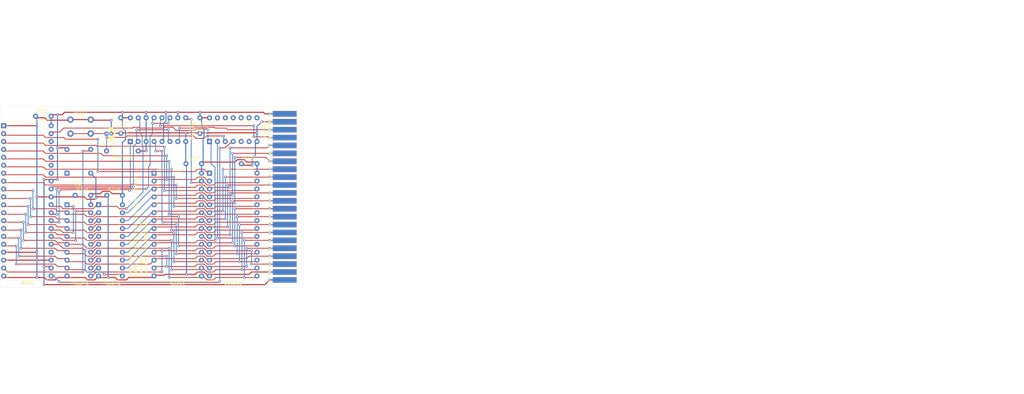
<source format=kicad_pcb>
(kicad_pcb (version 20171130) (host pcbnew "(5.1.8)-1")

  (general
    (thickness 1.6)
    (drawings 29)
    (tracks 950)
    (zones 0)
    (modules 21)
    (nets 57)
  )

  (page A4)
  (layers
    (0 F.Cu signal)
    (31 B.Cu signal)
    (32 B.Adhes user)
    (33 F.Adhes user)
    (34 B.Paste user)
    (35 F.Paste user)
    (36 B.SilkS user)
    (37 F.SilkS user)
    (38 B.Mask user)
    (39 F.Mask user)
    (40 Dwgs.User user)
    (41 Cmts.User user)
    (42 Eco1.User user)
    (43 Eco2.User user)
    (44 Edge.Cuts user)
    (45 Margin user)
    (46 B.CrtYd user)
    (47 F.CrtYd user)
    (48 B.Fab user)
    (49 F.Fab user)
  )

  (setup
    (last_trace_width 0.25)
    (trace_clearance 0.2)
    (zone_clearance 0.508)
    (zone_45_only no)
    (trace_min 0.2)
    (via_size 0.8)
    (via_drill 0.4)
    (via_min_size 0.4)
    (via_min_drill 0.3)
    (uvia_size 0.3)
    (uvia_drill 0.1)
    (uvias_allowed no)
    (uvia_min_size 0.2)
    (uvia_min_drill 0.1)
    (edge_width 0.05)
    (segment_width 0.2)
    (pcb_text_width 0.3)
    (pcb_text_size 1.5 1.5)
    (mod_edge_width 0.12)
    (mod_text_size 1 1)
    (mod_text_width 0.15)
    (pad_size 1.524 1.524)
    (pad_drill 0.762)
    (pad_to_mask_clearance 0)
    (aux_axis_origin 0 0)
    (visible_elements 7FFFFFFF)
    (pcbplotparams
      (layerselection 0x010fc_ffffffff)
      (usegerberextensions false)
      (usegerberattributes false)
      (usegerberadvancedattributes true)
      (creategerberjobfile true)
      (excludeedgelayer true)
      (linewidth 0.100000)
      (plotframeref false)
      (viasonmask false)
      (mode 1)
      (useauxorigin false)
      (hpglpennumber 1)
      (hpglpenspeed 20)
      (hpglpendiameter 15.000000)
      (psnegative false)
      (psa4output false)
      (plotreference true)
      (plotvalue true)
      (plotinvisibletext false)
      (padsonsilk false)
      (subtractmaskfromsilk false)
      (outputformat 1)
      (mirror false)
      (drillshape 0)
      (scaleselection 1)
      (outputdirectory "Gerber/"))
  )

  (net 0 "")
  (net 1 /5+)
  (net 2 /GND)
  (net 3 /A15)
  (net 4 /CLK)
  (net 5 "Net-(U1-Pad38)")
  (net 6 "Net-(U1-Pad37)")
  (net 7 "Net-(U1-Pad36)")
  (net 8 /AD0)
  (net 9 "Net-(U1-Pad35)")
  (net 10 /AD1)
  (net 11 "Net-(U1-Pad34)")
  (net 12 /AD2)
  (net 13 /AD3)
  (net 14 /RD)
  (net 15 /AD4)
  (net 16 /AD5)
  (net 17 /HOLDA)
  (net 18 /AD6)
  (net 19 /WR)
  (net 20 /AD7)
  (net 21 /IO_M)
  (net 22 /A8)
  (net 23 /DTR)
  (net 24 /A9)
  (net 25 /DEN)
  (net 26 /A10)
  (net 27 /ALE)
  (net 28 /A11)
  (net 29 "Net-(U1-Pad24)")
  (net 30 /A12)
  (net 31 /A13)
  (net 32 /A14)
  (net 33 /RESET_)
  (net 34 /IORD)
  (net 35 /IOWR)
  (net 36 /MRD)
  (net 37 /MWR)
  (net 38 /A7)
  (net 39 /A6)
  (net 40 /A5)
  (net 41 /A4)
  (net 42 /A3)
  (net 43 /A2)
  (net 44 /A1)
  (net 45 /A0)
  (net 46 /D7)
  (net 47 /D6)
  (net 48 /D5)
  (net 49 /D4)
  (net 50 /D3)
  (net 51 /D2)
  (net 52 /D1)
  (net 53 /D0)
  (net 54 "Net-(X1-Pad1)")
  (net 55 /RESET)
  (net 56 /A15_)

  (net_class Default "This is the default net class."
    (clearance 0.2)
    (trace_width 0.25)
    (via_dia 0.8)
    (via_drill 0.4)
    (uvia_dia 0.3)
    (uvia_drill 0.1)
    (add_net /5+)
    (add_net /A0)
    (add_net /A1)
    (add_net /A10)
    (add_net /A11)
    (add_net /A12)
    (add_net /A13)
    (add_net /A14)
    (add_net /A15)
    (add_net /A15_)
    (add_net /A2)
    (add_net /A3)
    (add_net /A4)
    (add_net /A5)
    (add_net /A6)
    (add_net /A7)
    (add_net /A8)
    (add_net /A9)
    (add_net /AD0)
    (add_net /AD1)
    (add_net /AD2)
    (add_net /AD3)
    (add_net /AD4)
    (add_net /AD5)
    (add_net /AD6)
    (add_net /AD7)
    (add_net /ALE)
    (add_net /CLK)
    (add_net /D0)
    (add_net /D1)
    (add_net /D2)
    (add_net /D3)
    (add_net /D4)
    (add_net /D5)
    (add_net /D6)
    (add_net /D7)
    (add_net /DEN)
    (add_net /DTR)
    (add_net /GND)
    (add_net /HOLDA)
    (add_net /IORD)
    (add_net /IOWR)
    (add_net /IO_M)
    (add_net /MRD)
    (add_net /MWR)
    (add_net /RD)
    (add_net /RESET)
    (add_net /RESET_)
    (add_net /WR)
    (add_net "Net-(U1-Pad24)")
    (add_net "Net-(U1-Pad34)")
    (add_net "Net-(U1-Pad35)")
    (add_net "Net-(U1-Pad36)")
    (add_net "Net-(U1-Pad37)")
    (add_net "Net-(U1-Pad38)")
    (add_net "Net-(X1-Pad1)")
  )

  (module "" (layer F.Cu) (tedit 0) (tstamp 0)
    (at 118.11 48.768)
    (fp_text reference "" (at 190.5 85.09) (layer F.SilkS)
      (effects (font (size 1.27 1.27) (thickness 0.15)))
    )
    (fp_text value "" (at 190.5 85.09) (layer F.SilkS)
      (effects (font (size 1.27 1.27) (thickness 0.15)))
    )
  )

  (module "" (layer F.Cu) (tedit 0) (tstamp 0)
    (at 240.792 89.662)
    (fp_text reference "" (at 190.5 85.09) (layer F.SilkS)
      (effects (font (size 1.27 1.27) (thickness 0.15)))
    )
    (fp_text value "" (at 190.5 85.09) (layer F.SilkS)
      (effects (font (size 1.27 1.27) (thickness 0.15)))
    )
  )

  (module My:44_EDGE_CARD_BUS (layer F.Cu) (tedit 66181139) (tstamp 6618C31A)
    (at 190.5 85.09)
    (descr "AT ISA 16 bits Bus Edge Connector")
    (tags "BUS ISA AT Edge connector")
    (path /661B582D)
    (attr virtual)
    (fp_text reference J1 (at -3.556 45.339 90) (layer F.SilkS) hide
      (effects (font (size 1 1) (thickness 0.15)))
    )
    (fp_text value Conn_02x22_Counter_Clockwise (at -1.651 29.972 90) (layer F.Fab) hide
      (effects (font (size 1 1) (thickness 0.15)))
    )
    (fp_line (start 0 -2.413) (end 7.62 -2.413) (layer F.Fab) (width 0.12))
    (fp_line (start 0 55.753) (end 7.62 55.753) (layer F.Fab) (width 0.12))
    (fp_line (start 7.62 -2.413) (end 7.62 55.753) (layer F.Fab) (width 0.12))
    (fp_text user %R (at -1.397 8.763 90) (layer F.Fab) hide
      (effects (font (size 1 1) (thickness 0.15)))
    )
    (pad 44 connect rect (at 3.81 0 90) (size 1.78 7.62) (layers F.Cu F.Mask)
      (net 1 /5+))
    (pad 43 connect rect (at 3.81 2.54 90) (size 1.78 7.62) (layers F.Cu F.Mask)
      (net 2 /GND))
    (pad 42 connect rect (at 3.81 5.08 90) (size 1.78 7.62) (layers F.Cu F.Mask)
      (net 34 /IORD))
    (pad 41 connect rect (at 3.81 7.62 90) (size 1.78 7.62) (layers F.Cu F.Mask)
      (net 35 /IOWR))
    (pad 26 connect rect (at 3.81 45.72 90) (size 1.78 7.62) (layers F.Cu F.Mask)
      (net 52 /D1))
    (pad 27 connect rect (at 3.81 43.18 90) (size 1.78 7.62) (layers F.Cu F.Mask)
      (net 51 /D2))
    (pad 28 connect rect (at 3.81 40.64 90) (size 1.78 7.62) (layers F.Cu F.Mask)
      (net 50 /D3))
    (pad 29 connect rect (at 3.81 38.1 90) (size 1.78 7.62) (layers F.Cu F.Mask)
      (net 49 /D4))
    (pad 30 connect rect (at 3.81 35.56 90) (size 1.78 7.62) (layers F.Cu F.Mask)
      (net 48 /D5))
    (pad 31 connect rect (at 3.81 33.02 90) (size 1.78 7.62) (layers F.Cu F.Mask)
      (net 47 /D6))
    (pad 32 connect rect (at 3.81 30.48 90) (size 1.78 7.62) (layers F.Cu F.Mask)
      (net 46 /D7))
    (pad 33 connect rect (at 3.81 27.94 90) (size 1.78 7.62) (layers F.Cu F.Mask)
      (net 45 /A0))
    (pad 34 connect rect (at 3.81 25.4 90) (size 1.78 7.62) (layers F.Cu F.Mask)
      (net 44 /A1))
    (pad 35 connect rect (at 3.81 22.86 90) (size 1.78 7.62) (layers F.Cu F.Mask)
      (net 43 /A2))
    (pad 36 connect rect (at 3.81 20.32 90) (size 1.78 7.62) (layers F.Cu F.Mask)
      (net 42 /A3))
    (pad 37 connect rect (at 3.81 17.78 90) (size 1.78 7.62) (layers F.Cu F.Mask)
      (net 41 /A4))
    (pad 38 connect rect (at 3.81 15.24 90) (size 1.78 7.62) (layers F.Cu F.Mask)
      (net 40 /A5))
    (pad 39 connect rect (at 3.81 12.7 90) (size 1.78 7.62) (layers F.Cu F.Mask)
      (net 39 /A6))
    (pad 40 connect rect (at 3.81 10.16 90) (size 1.78 7.62) (layers F.Cu F.Mask)
      (net 38 /A7))
    (pad 25 connect rect (at 3.81 48.26 270) (size 1.78 7.62) (layers F.Cu F.Mask)
      (net 53 /D0))
    (pad 24 connect rect (at 3.81 50.8 270) (size 1.78 7.62) (layers F.Cu F.Mask)
      (net 2 /GND))
    (pad 23 connect rect (at 3.81 53.34 270) (size 1.78 7.62) (layers F.Cu F.Mask)
      (net 1 /5+))
    (pad 22 connect rect (at 3.81 53.34 90) (size 1.78 7.62) (layers B.Cu B.Mask)
      (net 1 /5+))
    (pad 21 connect rect (at 3.81 50.8 90) (size 1.78 7.62) (layers B.Cu B.Mask)
      (net 2 /GND))
    (pad 20 connect rect (at 3.81 48.26 90) (size 1.78 7.62) (layers B.Cu B.Mask)
      (net 53 /D0))
    (pad 19 connect rect (at 3.81 45.72 90) (size 1.78 7.62) (layers B.Cu B.Mask)
      (net 52 /D1))
    (pad 18 connect rect (at 3.81 43.18 90) (size 1.78 7.62) (layers B.Cu B.Mask)
      (net 51 /D2))
    (pad 17 connect rect (at 3.81 40.64 90) (size 1.78 7.62) (layers B.Cu B.Mask)
      (net 50 /D3))
    (pad 16 connect rect (at 3.81 38.1 90) (size 1.78 7.62) (layers B.Cu B.Mask)
      (net 49 /D4))
    (pad 15 connect rect (at 3.81 35.56 90) (size 1.78 7.62) (layers B.Cu B.Mask)
      (net 48 /D5))
    (pad 14 connect rect (at 3.81 33.02 90) (size 1.78 7.62) (layers B.Cu B.Mask)
      (net 47 /D6))
    (pad 13 connect rect (at 3.81 30.48 90) (size 1.78 7.62) (layers B.Cu B.Mask)
      (net 46 /D7))
    (pad 12 connect rect (at 3.81 27.94 90) (size 1.78 7.62) (layers B.Cu B.Mask)
      (net 45 /A0))
    (pad 11 connect rect (at 3.81 25.4 90) (size 1.78 7.62) (layers B.Cu B.Mask)
      (net 44 /A1))
    (pad 10 connect rect (at 3.81 22.86 90) (size 1.78 7.62) (layers B.Cu B.Mask)
      (net 43 /A2))
    (pad 9 connect rect (at 3.81 20.32 90) (size 1.78 7.62) (layers B.Cu B.Mask)
      (net 42 /A3))
    (pad 8 connect rect (at 3.81 17.78 90) (size 1.78 7.62) (layers B.Cu B.Mask)
      (net 41 /A4))
    (pad 7 connect rect (at 3.81 15.24 90) (size 1.78 7.62) (layers B.Cu B.Mask)
      (net 40 /A5))
    (pad 6 connect rect (at 3.81 12.7 90) (size 1.78 7.62) (layers B.Cu B.Mask)
      (net 39 /A6))
    (pad 5 connect rect (at 3.81 10.16 90) (size 1.78 7.62) (layers B.Cu B.Mask)
      (net 38 /A7))
    (pad 4 connect rect (at 3.81 7.62 90) (size 1.78 7.62) (layers B.Cu B.Mask)
      (net 35 /IOWR))
    (pad 3 connect rect (at 3.81 5.08 90) (size 1.78 7.62) (layers B.Cu B.Mask)
      (net 34 /IORD))
    (pad 2 connect rect (at 3.81 2.54 90) (size 1.78 7.62) (layers B.Cu B.Mask)
      (net 2 /GND))
    (pad 1 connect rect (at 3.81 0 90) (size 1.78 7.62) (layers B.Cu B.Mask)
      (net 1 /5+))
  )

  (module Resistor_THT:R_Axial_DIN0207_L6.3mm_D2.5mm_P10.16mm_Horizontal (layer F.Cu) (tedit 5AE5139B) (tstamp 6618C10B)
    (at 137.16 97.028)
    (descr "Resistor, Axial_DIN0207 series, Axial, Horizontal, pin pitch=10.16mm, 0.25W = 1/4W, length*diameter=6.3*2.5mm^2, http://cdn-reichelt.de/documents/datenblatt/B400/1_4W%23YAG.pdf")
    (tags "Resistor Axial_DIN0207 series Axial Horizontal pin pitch 10.16mm 0.25W = 1/4W length 6.3mm diameter 2.5mm")
    (path /66183887)
    (fp_text reference R1 (at 5.08 -2.37) (layer F.SilkS) hide
      (effects (font (size 1 1) (thickness 0.15)))
    )
    (fp_text value "10K OHM" (at 5.08 2.37) (layer F.SilkS)
      (effects (font (size 1 1) (thickness 0.15)))
    )
    (fp_line (start 11.21 -1.5) (end -1.05 -1.5) (layer F.CrtYd) (width 0.05))
    (fp_line (start 11.21 1.5) (end 11.21 -1.5) (layer F.CrtYd) (width 0.05))
    (fp_line (start -1.05 1.5) (end 11.21 1.5) (layer F.CrtYd) (width 0.05))
    (fp_line (start -1.05 -1.5) (end -1.05 1.5) (layer F.CrtYd) (width 0.05))
    (fp_line (start 9.12 0) (end 8.35 0) (layer F.SilkS) (width 0.12))
    (fp_line (start 1.04 0) (end 1.81 0) (layer F.SilkS) (width 0.12))
    (fp_line (start 8.35 -1.37) (end 1.81 -1.37) (layer F.SilkS) (width 0.12))
    (fp_line (start 8.35 1.37) (end 8.35 -1.37) (layer F.SilkS) (width 0.12))
    (fp_line (start 1.81 1.37) (end 8.35 1.37) (layer F.SilkS) (width 0.12))
    (fp_line (start 1.81 -1.37) (end 1.81 1.37) (layer F.SilkS) (width 0.12))
    (fp_line (start 10.16 0) (end 8.23 0) (layer F.Fab) (width 0.1))
    (fp_line (start 0 0) (end 1.93 0) (layer F.Fab) (width 0.1))
    (fp_line (start 8.23 -1.25) (end 1.93 -1.25) (layer F.Fab) (width 0.1))
    (fp_line (start 8.23 1.25) (end 8.23 -1.25) (layer F.Fab) (width 0.1))
    (fp_line (start 1.93 1.25) (end 8.23 1.25) (layer F.Fab) (width 0.1))
    (fp_line (start 1.93 -1.25) (end 1.93 1.25) (layer F.Fab) (width 0.1))
    (fp_text user %R (at 5.08 0) (layer F.Fab) hide
      (effects (font (size 1 1) (thickness 0.15)))
    )
    (pad 2 thru_hole oval (at 10.16 0) (size 1.6 1.6) (drill 0.8) (layers *.Cu *.Mask)
      (net 1 /5+))
    (pad 1 thru_hole circle (at 0 0) (size 1.6 1.6) (drill 0.8) (layers *.Cu *.Mask)
      (net 55 /RESET))
    (model ${KISYS3DMOD}/Resistor_THT.3dshapes/R_Axial_DIN0207_L6.3mm_D2.5mm_P10.16mm_Horizontal.wrl
      (at (xyz 0 0 0))
      (scale (xyz 1 1 1))
      (rotate (xyz 0 0 0))
    )
  )

  (module Button_Switch_THT:SW_PUSH_6mm (layer F.Cu) (tedit 5A02FE31) (tstamp 6618B6AC)
    (at 125.58 86.94)
    (descr https://www.omron.com/ecb/products/pdf/en-b3f.pdf)
    (tags "tact sw push 6mm")
    (path /6618226E)
    (fp_text reference SW1 (at 3.25 -2) (layer F.SilkS) hide
      (effects (font (size 1 1) (thickness 0.15)))
    )
    (fp_text value RESET (at 3.198 -2.104) (layer F.SilkS)
      (effects (font (size 1 1) (thickness 0.15)))
    )
    (fp_circle (center 3.25 2.25) (end 1.25 2.5) (layer F.Fab) (width 0.1))
    (fp_line (start 6.75 3) (end 6.75 1.5) (layer F.SilkS) (width 0.12))
    (fp_line (start 5.5 -1) (end 1 -1) (layer F.SilkS) (width 0.12))
    (fp_line (start -0.25 1.5) (end -0.25 3) (layer F.SilkS) (width 0.12))
    (fp_line (start 1 5.5) (end 5.5 5.5) (layer F.SilkS) (width 0.12))
    (fp_line (start 8 -1.25) (end 8 5.75) (layer F.CrtYd) (width 0.05))
    (fp_line (start 7.75 6) (end -1.25 6) (layer F.CrtYd) (width 0.05))
    (fp_line (start -1.5 5.75) (end -1.5 -1.25) (layer F.CrtYd) (width 0.05))
    (fp_line (start -1.25 -1.5) (end 7.75 -1.5) (layer F.CrtYd) (width 0.05))
    (fp_line (start -1.5 6) (end -1.25 6) (layer F.CrtYd) (width 0.05))
    (fp_line (start -1.5 5.75) (end -1.5 6) (layer F.CrtYd) (width 0.05))
    (fp_line (start -1.5 -1.5) (end -1.25 -1.5) (layer F.CrtYd) (width 0.05))
    (fp_line (start -1.5 -1.25) (end -1.5 -1.5) (layer F.CrtYd) (width 0.05))
    (fp_line (start 8 -1.5) (end 8 -1.25) (layer F.CrtYd) (width 0.05))
    (fp_line (start 7.75 -1.5) (end 8 -1.5) (layer F.CrtYd) (width 0.05))
    (fp_line (start 8 6) (end 8 5.75) (layer F.CrtYd) (width 0.05))
    (fp_line (start 7.75 6) (end 8 6) (layer F.CrtYd) (width 0.05))
    (fp_line (start 0.25 -0.75) (end 3.25 -0.75) (layer F.Fab) (width 0.1))
    (fp_line (start 0.25 5.25) (end 0.25 -0.75) (layer F.Fab) (width 0.1))
    (fp_line (start 6.25 5.25) (end 0.25 5.25) (layer F.Fab) (width 0.1))
    (fp_line (start 6.25 -0.75) (end 6.25 5.25) (layer F.Fab) (width 0.1))
    (fp_line (start 3.25 -0.75) (end 6.25 -0.75) (layer F.Fab) (width 0.1))
    (fp_text user %R (at 3.25 2.25) (layer F.Fab) hide
      (effects (font (size 1 1) (thickness 0.15)))
    )
    (pad 1 thru_hole circle (at 6.5 0 90) (size 2 2) (drill 1.1) (layers *.Cu *.Mask)
      (net 2 /GND))
    (pad 2 thru_hole circle (at 6.5 4.5 90) (size 2 2) (drill 1.1) (layers *.Cu *.Mask)
      (net 55 /RESET))
    (pad 1 thru_hole circle (at 0 0 90) (size 2 2) (drill 1.1) (layers *.Cu *.Mask)
      (net 2 /GND))
    (pad 2 thru_hole circle (at 0 4.5 90) (size 2 2) (drill 1.1) (layers *.Cu *.Mask)
      (net 55 /RESET))
    (model ${KISYS3DMOD}/Button_Switch_THT.3dshapes/SW_PUSH_6mm.wrl
      (at (xyz 0 0 0))
      (scale (xyz 1 1 1))
      (rotate (xyz 0 0 0))
    )
  )

  (module Capacitor_THT:CP_Radial_D4.0mm_P1.50mm (layer F.Cu) (tedit 5AE50EF0) (tstamp 6618B68D)
    (at 137.16 91.44)
    (descr "CP, Radial series, Radial, pin pitch=1.50mm, , diameter=4mm, Electrolytic Capacitor")
    (tags "CP Radial series Radial pin pitch 1.50mm  diameter 4mm Electrolytic Capacitor")
    (path /66182D26)
    (fp_text reference C8 (at 0.75 -3.25) (layer F.SilkS) hide
      (effects (font (size 1 1) (thickness 0.15)))
    )
    (fp_text value 4.7uF (at 0.75 3.25) (layer F.SilkS)
      (effects (font (size 1 1) (thickness 0.15)))
    )
    (fp_line (start -1.319801 -1.395) (end -1.319801 -0.995) (layer F.SilkS) (width 0.12))
    (fp_line (start -1.519801 -1.195) (end -1.119801 -1.195) (layer F.SilkS) (width 0.12))
    (fp_line (start 2.831 -0.37) (end 2.831 0.37) (layer F.SilkS) (width 0.12))
    (fp_line (start 2.791 -0.537) (end 2.791 0.537) (layer F.SilkS) (width 0.12))
    (fp_line (start 2.751 -0.664) (end 2.751 0.664) (layer F.SilkS) (width 0.12))
    (fp_line (start 2.711 -0.768) (end 2.711 0.768) (layer F.SilkS) (width 0.12))
    (fp_line (start 2.671 -0.859) (end 2.671 0.859) (layer F.SilkS) (width 0.12))
    (fp_line (start 2.631 -0.94) (end 2.631 0.94) (layer F.SilkS) (width 0.12))
    (fp_line (start 2.591 -1.013) (end 2.591 1.013) (layer F.SilkS) (width 0.12))
    (fp_line (start 2.551 -1.08) (end 2.551 1.08) (layer F.SilkS) (width 0.12))
    (fp_line (start 2.511 -1.142) (end 2.511 1.142) (layer F.SilkS) (width 0.12))
    (fp_line (start 2.471 -1.2) (end 2.471 1.2) (layer F.SilkS) (width 0.12))
    (fp_line (start 2.431 -1.254) (end 2.431 1.254) (layer F.SilkS) (width 0.12))
    (fp_line (start 2.391 -1.304) (end 2.391 1.304) (layer F.SilkS) (width 0.12))
    (fp_line (start 2.351 -1.351) (end 2.351 1.351) (layer F.SilkS) (width 0.12))
    (fp_line (start 2.311 0.84) (end 2.311 1.396) (layer F.SilkS) (width 0.12))
    (fp_line (start 2.311 -1.396) (end 2.311 -0.84) (layer F.SilkS) (width 0.12))
    (fp_line (start 2.271 0.84) (end 2.271 1.438) (layer F.SilkS) (width 0.12))
    (fp_line (start 2.271 -1.438) (end 2.271 -0.84) (layer F.SilkS) (width 0.12))
    (fp_line (start 2.231 0.84) (end 2.231 1.478) (layer F.SilkS) (width 0.12))
    (fp_line (start 2.231 -1.478) (end 2.231 -0.84) (layer F.SilkS) (width 0.12))
    (fp_line (start 2.191 0.84) (end 2.191 1.516) (layer F.SilkS) (width 0.12))
    (fp_line (start 2.191 -1.516) (end 2.191 -0.84) (layer F.SilkS) (width 0.12))
    (fp_line (start 2.151 0.84) (end 2.151 1.552) (layer F.SilkS) (width 0.12))
    (fp_line (start 2.151 -1.552) (end 2.151 -0.84) (layer F.SilkS) (width 0.12))
    (fp_line (start 2.111 0.84) (end 2.111 1.587) (layer F.SilkS) (width 0.12))
    (fp_line (start 2.111 -1.587) (end 2.111 -0.84) (layer F.SilkS) (width 0.12))
    (fp_line (start 2.071 0.84) (end 2.071 1.619) (layer F.SilkS) (width 0.12))
    (fp_line (start 2.071 -1.619) (end 2.071 -0.84) (layer F.SilkS) (width 0.12))
    (fp_line (start 2.031 0.84) (end 2.031 1.65) (layer F.SilkS) (width 0.12))
    (fp_line (start 2.031 -1.65) (end 2.031 -0.84) (layer F.SilkS) (width 0.12))
    (fp_line (start 1.991 0.84) (end 1.991 1.68) (layer F.SilkS) (width 0.12))
    (fp_line (start 1.991 -1.68) (end 1.991 -0.84) (layer F.SilkS) (width 0.12))
    (fp_line (start 1.951 0.84) (end 1.951 1.708) (layer F.SilkS) (width 0.12))
    (fp_line (start 1.951 -1.708) (end 1.951 -0.84) (layer F.SilkS) (width 0.12))
    (fp_line (start 1.911 0.84) (end 1.911 1.735) (layer F.SilkS) (width 0.12))
    (fp_line (start 1.911 -1.735) (end 1.911 -0.84) (layer F.SilkS) (width 0.12))
    (fp_line (start 1.871 0.84) (end 1.871 1.76) (layer F.SilkS) (width 0.12))
    (fp_line (start 1.871 -1.76) (end 1.871 -0.84) (layer F.SilkS) (width 0.12))
    (fp_line (start 1.831 0.84) (end 1.831 1.785) (layer F.SilkS) (width 0.12))
    (fp_line (start 1.831 -1.785) (end 1.831 -0.84) (layer F.SilkS) (width 0.12))
    (fp_line (start 1.791 0.84) (end 1.791 1.808) (layer F.SilkS) (width 0.12))
    (fp_line (start 1.791 -1.808) (end 1.791 -0.84) (layer F.SilkS) (width 0.12))
    (fp_line (start 1.751 0.84) (end 1.751 1.83) (layer F.SilkS) (width 0.12))
    (fp_line (start 1.751 -1.83) (end 1.751 -0.84) (layer F.SilkS) (width 0.12))
    (fp_line (start 1.711 0.84) (end 1.711 1.851) (layer F.SilkS) (width 0.12))
    (fp_line (start 1.711 -1.851) (end 1.711 -0.84) (layer F.SilkS) (width 0.12))
    (fp_line (start 1.671 0.84) (end 1.671 1.87) (layer F.SilkS) (width 0.12))
    (fp_line (start 1.671 -1.87) (end 1.671 -0.84) (layer F.SilkS) (width 0.12))
    (fp_line (start 1.631 0.84) (end 1.631 1.889) (layer F.SilkS) (width 0.12))
    (fp_line (start 1.631 -1.889) (end 1.631 -0.84) (layer F.SilkS) (width 0.12))
    (fp_line (start 1.591 0.84) (end 1.591 1.907) (layer F.SilkS) (width 0.12))
    (fp_line (start 1.591 -1.907) (end 1.591 -0.84) (layer F.SilkS) (width 0.12))
    (fp_line (start 1.551 0.84) (end 1.551 1.924) (layer F.SilkS) (width 0.12))
    (fp_line (start 1.551 -1.924) (end 1.551 -0.84) (layer F.SilkS) (width 0.12))
    (fp_line (start 1.511 0.84) (end 1.511 1.94) (layer F.SilkS) (width 0.12))
    (fp_line (start 1.511 -1.94) (end 1.511 -0.84) (layer F.SilkS) (width 0.12))
    (fp_line (start 1.471 0.84) (end 1.471 1.954) (layer F.SilkS) (width 0.12))
    (fp_line (start 1.471 -1.954) (end 1.471 -0.84) (layer F.SilkS) (width 0.12))
    (fp_line (start 1.43 0.84) (end 1.43 1.968) (layer F.SilkS) (width 0.12))
    (fp_line (start 1.43 -1.968) (end 1.43 -0.84) (layer F.SilkS) (width 0.12))
    (fp_line (start 1.39 0.84) (end 1.39 1.982) (layer F.SilkS) (width 0.12))
    (fp_line (start 1.39 -1.982) (end 1.39 -0.84) (layer F.SilkS) (width 0.12))
    (fp_line (start 1.35 0.84) (end 1.35 1.994) (layer F.SilkS) (width 0.12))
    (fp_line (start 1.35 -1.994) (end 1.35 -0.84) (layer F.SilkS) (width 0.12))
    (fp_line (start 1.31 0.84) (end 1.31 2.005) (layer F.SilkS) (width 0.12))
    (fp_line (start 1.31 -2.005) (end 1.31 -0.84) (layer F.SilkS) (width 0.12))
    (fp_line (start 1.27 0.84) (end 1.27 2.016) (layer F.SilkS) (width 0.12))
    (fp_line (start 1.27 -2.016) (end 1.27 -0.84) (layer F.SilkS) (width 0.12))
    (fp_line (start 1.23 0.84) (end 1.23 2.025) (layer F.SilkS) (width 0.12))
    (fp_line (start 1.23 -2.025) (end 1.23 -0.84) (layer F.SilkS) (width 0.12))
    (fp_line (start 1.19 0.84) (end 1.19 2.034) (layer F.SilkS) (width 0.12))
    (fp_line (start 1.19 -2.034) (end 1.19 -0.84) (layer F.SilkS) (width 0.12))
    (fp_line (start 1.15 0.84) (end 1.15 2.042) (layer F.SilkS) (width 0.12))
    (fp_line (start 1.15 -2.042) (end 1.15 -0.84) (layer F.SilkS) (width 0.12))
    (fp_line (start 1.11 0.84) (end 1.11 2.05) (layer F.SilkS) (width 0.12))
    (fp_line (start 1.11 -2.05) (end 1.11 -0.84) (layer F.SilkS) (width 0.12))
    (fp_line (start 1.07 0.84) (end 1.07 2.056) (layer F.SilkS) (width 0.12))
    (fp_line (start 1.07 -2.056) (end 1.07 -0.84) (layer F.SilkS) (width 0.12))
    (fp_line (start 1.03 0.84) (end 1.03 2.062) (layer F.SilkS) (width 0.12))
    (fp_line (start 1.03 -2.062) (end 1.03 -0.84) (layer F.SilkS) (width 0.12))
    (fp_line (start 0.99 0.84) (end 0.99 2.067) (layer F.SilkS) (width 0.12))
    (fp_line (start 0.99 -2.067) (end 0.99 -0.84) (layer F.SilkS) (width 0.12))
    (fp_line (start 0.95 0.84) (end 0.95 2.071) (layer F.SilkS) (width 0.12))
    (fp_line (start 0.95 -2.071) (end 0.95 -0.84) (layer F.SilkS) (width 0.12))
    (fp_line (start 0.91 0.84) (end 0.91 2.074) (layer F.SilkS) (width 0.12))
    (fp_line (start 0.91 -2.074) (end 0.91 -0.84) (layer F.SilkS) (width 0.12))
    (fp_line (start 0.87 0.84) (end 0.87 2.077) (layer F.SilkS) (width 0.12))
    (fp_line (start 0.87 -2.077) (end 0.87 -0.84) (layer F.SilkS) (width 0.12))
    (fp_line (start 0.83 -2.079) (end 0.83 -0.84) (layer F.SilkS) (width 0.12))
    (fp_line (start 0.83 0.84) (end 0.83 2.079) (layer F.SilkS) (width 0.12))
    (fp_line (start 0.79 -2.08) (end 0.79 -0.84) (layer F.SilkS) (width 0.12))
    (fp_line (start 0.79 0.84) (end 0.79 2.08) (layer F.SilkS) (width 0.12))
    (fp_line (start 0.75 -2.08) (end 0.75 -0.84) (layer F.SilkS) (width 0.12))
    (fp_line (start 0.75 0.84) (end 0.75 2.08) (layer F.SilkS) (width 0.12))
    (fp_line (start -0.752554 -1.0675) (end -0.752554 -0.6675) (layer F.Fab) (width 0.1))
    (fp_line (start -0.952554 -0.8675) (end -0.552554 -0.8675) (layer F.Fab) (width 0.1))
    (fp_circle (center 0.75 0) (end 3 0) (layer F.CrtYd) (width 0.05))
    (fp_circle (center 0.75 0) (end 2.87 0) (layer F.SilkS) (width 0.12))
    (fp_circle (center 0.75 0) (end 2.75 0) (layer F.Fab) (width 0.1))
    (fp_text user %R (at 0.75 0) (layer F.Fab) hide
      (effects (font (size 0.8 0.8) (thickness 0.12)))
    )
    (pad 2 thru_hole circle (at 1.5 0) (size 1.2 1.2) (drill 0.6) (layers *.Cu *.Mask)
      (net 2 /GND))
    (pad 1 thru_hole rect (at 0 0) (size 1.2 1.2) (drill 0.6) (layers *.Cu *.Mask)
      (net 55 /RESET))
    (model ${KISYS3DMOD}/Capacitor_THT.3dshapes/CP_Radial_D4.0mm_P1.50mm.wrl
      (at (xyz 0 0 0))
      (scale (xyz 1 1 1))
      (rotate (xyz 0 0 0))
    )
  )

  (module Capacitor_THT:C_Disc_D4.3mm_W1.9mm_P5.00mm (layer F.Cu) (tedit 5AE50EF0) (tstamp 6616C8FC)
    (at 141.732 91.36 90)
    (descr "C, Disc series, Radial, pin pitch=5.00mm, , diameter*width=4.3*1.9mm^2, Capacitor, http://www.vishay.com/docs/45233/krseries.pdf")
    (tags "C Disc series Radial pin pitch 5.00mm  diameter 4.3mm width 1.9mm Capacitor")
    (path /66180D9E)
    (fp_text reference C2 (at 2.5 -2.2 90) (layer F.SilkS) hide
      (effects (font (size 1 1) (thickness 0.15)))
    )
    (fp_text value 0.1uF (at 2.46 0 90) (layer F.SilkS)
      (effects (font (size 1 1) (thickness 0.15)))
    )
    (fp_line (start 0.35 -0.95) (end 0.35 0.95) (layer F.Fab) (width 0.1))
    (fp_line (start 0.35 0.95) (end 4.65 0.95) (layer F.Fab) (width 0.1))
    (fp_line (start 4.65 0.95) (end 4.65 -0.95) (layer F.Fab) (width 0.1))
    (fp_line (start 4.65 -0.95) (end 0.35 -0.95) (layer F.Fab) (width 0.1))
    (fp_line (start 0.23 -1.07) (end 4.77 -1.07) (layer F.SilkS) (width 0.12))
    (fp_line (start 0.23 1.07) (end 4.77 1.07) (layer F.SilkS) (width 0.12))
    (fp_line (start 0.23 -1.07) (end 0.23 -1.055) (layer F.SilkS) (width 0.12))
    (fp_line (start 0.23 1.055) (end 0.23 1.07) (layer F.SilkS) (width 0.12))
    (fp_line (start 4.77 -1.07) (end 4.77 -1.055) (layer F.SilkS) (width 0.12))
    (fp_line (start 4.77 1.055) (end 4.77 1.07) (layer F.SilkS) (width 0.12))
    (fp_line (start -1.05 -1.2) (end -1.05 1.2) (layer F.CrtYd) (width 0.05))
    (fp_line (start -1.05 1.2) (end 6.05 1.2) (layer F.CrtYd) (width 0.05))
    (fp_line (start 6.05 1.2) (end 6.05 -1.2) (layer F.CrtYd) (width 0.05))
    (fp_line (start 6.05 -1.2) (end -1.05 -1.2) (layer F.CrtYd) (width 0.05))
    (fp_text user %R (at 2.5 0 90) (layer F.Fab) hide
      (effects (font (size 0.86 0.86) (thickness 0.129)))
    )
    (pad 2 thru_hole circle (at 5 0 90) (size 1.6 1.6) (drill 0.8) (layers *.Cu *.Mask)
      (net 1 /5+))
    (pad 1 thru_hole circle (at 0 0 90) (size 1.6 1.6) (drill 0.8) (layers *.Cu *.Mask)
      (net 2 /GND))
    (model ${KISYS3DMOD}/Capacitor_THT.3dshapes/C_Disc_D4.3mm_W1.9mm_P5.00mm.wrl
      (at (xyz 0 0 0))
      (scale (xyz 1 1 1))
      (rotate (xyz 0 0 0))
    )
  )

  (module Oscillator:Oscillator_DIP-8 (layer F.Cu) (tedit 58CD3344) (tstamp 6616E339)
    (at 124.46 104.14)
    (descr "Oscillator, DIP8,http://cdn-reichelt.de/documents/datenblatt/B400/OSZI.pdf")
    (tags oscillator)
    (path /661769E6)
    (fp_text reference X1 (at 3.81 -11.26) (layer F.SilkS) hide
      (effects (font (size 1 1) (thickness 0.15)))
    )
    (fp_text value OSC (at 3.81 3.74) (layer F.SilkS)
      (effects (font (size 1 1) (thickness 0.15)))
    )
    (fp_line (start 10.41 2.79) (end 10.41 -10.41) (layer F.CrtYd) (width 0.05))
    (fp_line (start 10.41 -10.41) (end -2.79 -10.41) (layer F.CrtYd) (width 0.05))
    (fp_line (start -2.79 -10.41) (end -2.79 2.79) (layer F.CrtYd) (width 0.05))
    (fp_line (start -2.79 2.79) (end 10.41 2.79) (layer F.CrtYd) (width 0.05))
    (fp_line (start 9.16 1.19) (end 9.16 -8.81) (layer F.Fab) (width 0.1))
    (fp_line (start -1.19 -9.16) (end 8.81 -9.16) (layer F.Fab) (width 0.1))
    (fp_line (start -1.54 1.54) (end -1.54 -8.81) (layer F.Fab) (width 0.1))
    (fp_line (start -1.54 1.54) (end 8.81 1.54) (layer F.Fab) (width 0.1))
    (fp_line (start -2.64 -9.51) (end -2.64 2.64) (layer F.SilkS) (width 0.12))
    (fp_line (start 9.51 -10.26) (end -1.89 -10.26) (layer F.SilkS) (width 0.12))
    (fp_line (start 10.26 1.89) (end 10.26 -9.51) (layer F.SilkS) (width 0.12))
    (fp_line (start -2.64 2.64) (end 9.51 2.64) (layer F.SilkS) (width 0.12))
    (fp_line (start -2.54 2.54) (end 9.51 2.54) (layer F.Fab) (width 0.1))
    (fp_line (start 10.16 -9.51) (end 10.16 1.89) (layer F.Fab) (width 0.1))
    (fp_line (start -1.89 -10.16) (end 9.51 -10.16) (layer F.Fab) (width 0.1))
    (fp_line (start -2.54 2.54) (end -2.54 -9.51) (layer F.Fab) (width 0.1))
    (fp_arc (start -1.89 -9.51) (end -2.54 -9.51) (angle 90) (layer F.Fab) (width 0.1))
    (fp_arc (start 9.51 -9.51) (end 9.51 -10.16) (angle 90) (layer F.Fab) (width 0.1))
    (fp_arc (start 9.51 1.89) (end 10.16 1.89) (angle 90) (layer F.Fab) (width 0.1))
    (fp_arc (start -1.89 -9.51) (end -2.64 -9.51) (angle 90) (layer F.SilkS) (width 0.12))
    (fp_arc (start 9.51 -9.51) (end 9.51 -10.26) (angle 90) (layer F.SilkS) (width 0.12))
    (fp_arc (start 9.51 1.89) (end 10.26 1.89) (angle 90) (layer F.SilkS) (width 0.12))
    (fp_arc (start -1.19 -8.81) (end -1.54 -8.81) (angle 90) (layer F.Fab) (width 0.1))
    (fp_arc (start 8.81 -8.81) (end 8.81 -9.16) (angle 90) (layer F.Fab) (width 0.1))
    (fp_arc (start 8.81 1.19) (end 9.16 1.19) (angle 90) (layer F.Fab) (width 0.1))
    (fp_text user %R (at 3.81 -3.81) (layer F.Fab) hide
      (effects (font (size 1 1) (thickness 0.15)))
    )
    (pad 4 thru_hole circle (at 7.62 0) (size 1.6 1.6) (drill 0.8) (layers *.Cu *.Mask)
      (net 2 /GND))
    (pad 5 thru_hole circle (at 7.62 -7.62) (size 1.6 1.6) (drill 0.8) (layers *.Cu *.Mask)
      (net 4 /CLK))
    (pad 8 thru_hole circle (at 0 -7.62) (size 1.6 1.6) (drill 0.8) (layers *.Cu *.Mask)
      (net 1 /5+))
    (pad 1 thru_hole rect (at 0 0) (size 1.6 1.6) (drill 0.8) (layers *.Cu *.Mask)
      (net 54 "Net-(X1-Pad1)"))
    (model ${KISYS3DMOD}/Oscillator.3dshapes/Oscillator_DIP-8.wrl
      (at (xyz 0 0 0))
      (scale (xyz 1 1 1))
      (rotate (xyz 0 0 0))
    )
  )

  (module Package_DIP:DIP-14_W7.62mm (layer F.Cu) (tedit 5A02E8C5) (tstamp 6616D899)
    (at 170.18 93.98 90)
    (descr "14-lead though-hole mounted DIP package, row spacing 7.62 mm (300 mils)")
    (tags "THT DIP DIL PDIP 2.54mm 7.62mm 300mil")
    (path /6616ED3B)
    (fp_text reference U5 (at 3.81 -2.33 90) (layer F.SilkS) hide
      (effects (font (size 1 1) (thickness 0.15)))
    )
    (fp_text value 74LS04 (at 3.81 17.57 90) (layer F.SilkS)
      (effects (font (size 1 1) (thickness 0.15)))
    )
    (fp_line (start 1.635 -1.27) (end 6.985 -1.27) (layer F.Fab) (width 0.1))
    (fp_line (start 6.985 -1.27) (end 6.985 16.51) (layer F.Fab) (width 0.1))
    (fp_line (start 6.985 16.51) (end 0.635 16.51) (layer F.Fab) (width 0.1))
    (fp_line (start 0.635 16.51) (end 0.635 -0.27) (layer F.Fab) (width 0.1))
    (fp_line (start 0.635 -0.27) (end 1.635 -1.27) (layer F.Fab) (width 0.1))
    (fp_line (start 2.81 -1.33) (end 1.16 -1.33) (layer F.SilkS) (width 0.12))
    (fp_line (start 1.16 -1.33) (end 1.16 16.57) (layer F.SilkS) (width 0.12))
    (fp_line (start 1.16 16.57) (end 6.46 16.57) (layer F.SilkS) (width 0.12))
    (fp_line (start 6.46 16.57) (end 6.46 -1.33) (layer F.SilkS) (width 0.12))
    (fp_line (start 6.46 -1.33) (end 4.81 -1.33) (layer F.SilkS) (width 0.12))
    (fp_line (start -1.1 -1.55) (end -1.1 16.8) (layer F.CrtYd) (width 0.05))
    (fp_line (start -1.1 16.8) (end 8.7 16.8) (layer F.CrtYd) (width 0.05))
    (fp_line (start 8.7 16.8) (end 8.7 -1.55) (layer F.CrtYd) (width 0.05))
    (fp_line (start 8.7 -1.55) (end -1.1 -1.55) (layer F.CrtYd) (width 0.05))
    (fp_text user %R (at 3.81 7.62 90) (layer F.Fab) hide
      (effects (font (size 1 1) (thickness 0.15)))
    )
    (fp_arc (start 3.81 -1.33) (end 2.81 -1.33) (angle -180) (layer F.SilkS) (width 0.12))
    (pad 14 thru_hole oval (at 7.62 0 90) (size 1.6 1.6) (drill 0.8) (layers *.Cu *.Mask)
      (net 1 /5+))
    (pad 7 thru_hole oval (at 0 15.24 90) (size 1.6 1.6) (drill 0.8) (layers *.Cu *.Mask)
      (net 2 /GND))
    (pad 13 thru_hole oval (at 7.62 2.54 90) (size 1.6 1.6) (drill 0.8) (layers *.Cu *.Mask))
    (pad 6 thru_hole oval (at 0 12.7 90) (size 1.6 1.6) (drill 0.8) (layers *.Cu *.Mask))
    (pad 12 thru_hole oval (at 7.62 5.08 90) (size 1.6 1.6) (drill 0.8) (layers *.Cu *.Mask))
    (pad 5 thru_hole oval (at 0 10.16 90) (size 1.6 1.6) (drill 0.8) (layers *.Cu *.Mask))
    (pad 11 thru_hole oval (at 7.62 7.62 90) (size 1.6 1.6) (drill 0.8) (layers *.Cu *.Mask))
    (pad 4 thru_hole oval (at 0 7.62 90) (size 1.6 1.6) (drill 0.8) (layers *.Cu *.Mask)
      (net 33 /RESET_))
    (pad 10 thru_hole oval (at 7.62 10.16 90) (size 1.6 1.6) (drill 0.8) (layers *.Cu *.Mask))
    (pad 3 thru_hole oval (at 0 5.08 90) (size 1.6 1.6) (drill 0.8) (layers *.Cu *.Mask)
      (net 55 /RESET))
    (pad 9 thru_hole oval (at 7.62 12.7 90) (size 1.6 1.6) (drill 0.8) (layers *.Cu *.Mask))
    (pad 2 thru_hole oval (at 0 2.54 90) (size 1.6 1.6) (drill 0.8) (layers *.Cu *.Mask)
      (net 56 /A15_))
    (pad 8 thru_hole oval (at 7.62 15.24 90) (size 1.6 1.6) (drill 0.8) (layers *.Cu *.Mask))
    (pad 1 thru_hole rect (at 0 0 90) (size 1.6 1.6) (drill 0.8) (layers *.Cu *.Mask)
      (net 3 /A15))
    (model ${KISYS3DMOD}/Package_DIP.3dshapes/DIP-14_W7.62mm.wrl
      (at (xyz 0 0 0))
      (scale (xyz 1 1 1))
      (rotate (xyz 0 0 0))
    )
  )

  (module Package_DIP:DIP-28_W15.24mm (layer F.Cu) (tedit 5A02E8C5) (tstamp 6616CA75)
    (at 170.18 104.14)
    (descr "28-lead though-hole mounted DIP package, row spacing 15.24 mm (600 mils)")
    (tags "THT DIP DIL PDIP 2.54mm 15.24mm 600mil")
    (path /66171932)
    (fp_text reference U7 (at 7.62 -2.33) (layer F.SilkS) hide
      (effects (font (size 1 1) (thickness 0.15)))
    )
    (fp_text value 28C256 (at 7.62 35.35) (layer F.SilkS)
      (effects (font (size 1 1) (thickness 0.15)))
    )
    (fp_line (start 1.255 -1.27) (end 14.985 -1.27) (layer F.Fab) (width 0.1))
    (fp_line (start 14.985 -1.27) (end 14.985 34.29) (layer F.Fab) (width 0.1))
    (fp_line (start 14.985 34.29) (end 0.255 34.29) (layer F.Fab) (width 0.1))
    (fp_line (start 0.255 34.29) (end 0.255 -0.27) (layer F.Fab) (width 0.1))
    (fp_line (start 0.255 -0.27) (end 1.255 -1.27) (layer F.Fab) (width 0.1))
    (fp_line (start 6.62 -1.33) (end 1.16 -1.33) (layer F.SilkS) (width 0.12))
    (fp_line (start 1.16 -1.33) (end 1.16 34.35) (layer F.SilkS) (width 0.12))
    (fp_line (start 1.16 34.35) (end 14.08 34.35) (layer F.SilkS) (width 0.12))
    (fp_line (start 14.08 34.35) (end 14.08 -1.33) (layer F.SilkS) (width 0.12))
    (fp_line (start 14.08 -1.33) (end 8.62 -1.33) (layer F.SilkS) (width 0.12))
    (fp_line (start -1.05 -1.55) (end -1.05 34.55) (layer F.CrtYd) (width 0.05))
    (fp_line (start -1.05 34.55) (end 16.3 34.55) (layer F.CrtYd) (width 0.05))
    (fp_line (start 16.3 34.55) (end 16.3 -1.55) (layer F.CrtYd) (width 0.05))
    (fp_line (start 16.3 -1.55) (end -1.05 -1.55) (layer F.CrtYd) (width 0.05))
    (fp_text user %R (at 7.62 16.51) (layer F.Fab) hide
      (effects (font (size 1 1) (thickness 0.15)))
    )
    (fp_arc (start 7.62 -1.33) (end 6.62 -1.33) (angle -180) (layer F.SilkS) (width 0.12))
    (pad 28 thru_hole oval (at 15.24 0) (size 1.6 1.6) (drill 0.8) (layers *.Cu *.Mask)
      (net 1 /5+))
    (pad 14 thru_hole oval (at 0 33.02) (size 1.6 1.6) (drill 0.8) (layers *.Cu *.Mask)
      (net 2 /GND))
    (pad 27 thru_hole oval (at 15.24 2.54) (size 1.6 1.6) (drill 0.8) (layers *.Cu *.Mask)
      (net 37 /MWR))
    (pad 13 thru_hole oval (at 0 30.48) (size 1.6 1.6) (drill 0.8) (layers *.Cu *.Mask)
      (net 51 /D2))
    (pad 26 thru_hole oval (at 15.24 5.08) (size 1.6 1.6) (drill 0.8) (layers *.Cu *.Mask)
      (net 31 /A13))
    (pad 12 thru_hole oval (at 0 27.94) (size 1.6 1.6) (drill 0.8) (layers *.Cu *.Mask)
      (net 52 /D1))
    (pad 25 thru_hole oval (at 15.24 7.62) (size 1.6 1.6) (drill 0.8) (layers *.Cu *.Mask)
      (net 22 /A8))
    (pad 11 thru_hole oval (at 0 25.4) (size 1.6 1.6) (drill 0.8) (layers *.Cu *.Mask)
      (net 53 /D0))
    (pad 24 thru_hole oval (at 15.24 10.16) (size 1.6 1.6) (drill 0.8) (layers *.Cu *.Mask)
      (net 24 /A9))
    (pad 10 thru_hole oval (at 0 22.86) (size 1.6 1.6) (drill 0.8) (layers *.Cu *.Mask)
      (net 45 /A0))
    (pad 23 thru_hole oval (at 15.24 12.7) (size 1.6 1.6) (drill 0.8) (layers *.Cu *.Mask)
      (net 28 /A11))
    (pad 9 thru_hole oval (at 0 20.32) (size 1.6 1.6) (drill 0.8) (layers *.Cu *.Mask)
      (net 44 /A1))
    (pad 22 thru_hole oval (at 15.24 15.24) (size 1.6 1.6) (drill 0.8) (layers *.Cu *.Mask)
      (net 36 /MRD))
    (pad 8 thru_hole oval (at 0 17.78) (size 1.6 1.6) (drill 0.8) (layers *.Cu *.Mask)
      (net 43 /A2))
    (pad 21 thru_hole oval (at 15.24 17.78) (size 1.6 1.6) (drill 0.8) (layers *.Cu *.Mask)
      (net 26 /A10))
    (pad 7 thru_hole oval (at 0 15.24) (size 1.6 1.6) (drill 0.8) (layers *.Cu *.Mask)
      (net 42 /A3))
    (pad 20 thru_hole oval (at 15.24 20.32) (size 1.6 1.6) (drill 0.8) (layers *.Cu *.Mask)
      (net 56 /A15_))
    (pad 6 thru_hole oval (at 0 12.7) (size 1.6 1.6) (drill 0.8) (layers *.Cu *.Mask)
      (net 41 /A4))
    (pad 19 thru_hole oval (at 15.24 22.86) (size 1.6 1.6) (drill 0.8) (layers *.Cu *.Mask)
      (net 46 /D7))
    (pad 5 thru_hole oval (at 0 10.16) (size 1.6 1.6) (drill 0.8) (layers *.Cu *.Mask)
      (net 40 /A5))
    (pad 18 thru_hole oval (at 15.24 25.4) (size 1.6 1.6) (drill 0.8) (layers *.Cu *.Mask)
      (net 47 /D6))
    (pad 4 thru_hole oval (at 0 7.62) (size 1.6 1.6) (drill 0.8) (layers *.Cu *.Mask)
      (net 39 /A6))
    (pad 17 thru_hole oval (at 15.24 27.94) (size 1.6 1.6) (drill 0.8) (layers *.Cu *.Mask)
      (net 48 /D5))
    (pad 3 thru_hole oval (at 0 5.08) (size 1.6 1.6) (drill 0.8) (layers *.Cu *.Mask)
      (net 38 /A7))
    (pad 16 thru_hole oval (at 15.24 30.48) (size 1.6 1.6) (drill 0.8) (layers *.Cu *.Mask)
      (net 49 /D4))
    (pad 2 thru_hole oval (at 0 2.54) (size 1.6 1.6) (drill 0.8) (layers *.Cu *.Mask)
      (net 30 /A12))
    (pad 15 thru_hole oval (at 15.24 33.02) (size 1.6 1.6) (drill 0.8) (layers *.Cu *.Mask)
      (net 50 /D3))
    (pad 1 thru_hole rect (at 0 0) (size 1.6 1.6) (drill 0.8) (layers *.Cu *.Mask)
      (net 32 /A14))
    (model ${KISYS3DMOD}/Package_DIP.3dshapes/DIP-28_W15.24mm.wrl
      (at (xyz 0 0 0))
      (scale (xyz 1 1 1))
      (rotate (xyz 0 0 0))
    )
  )

  (module Package_DIP:DIP-28_W15.24mm (layer F.Cu) (tedit 5A02E8C5) (tstamp 6616CA45)
    (at 152.4 104.14)
    (descr "28-lead though-hole mounted DIP package, row spacing 15.24 mm (600 mils)")
    (tags "THT DIP DIL PDIP 2.54mm 15.24mm 600mil")
    (path /66173257)
    (fp_text reference U6 (at 7.62 -2.33) (layer F.SilkS) hide
      (effects (font (size 1 1) (thickness 0.15)))
    )
    (fp_text value 62256 (at 7.62 35.35) (layer F.SilkS)
      (effects (font (size 1 1) (thickness 0.15)))
    )
    (fp_line (start 1.255 -1.27) (end 14.985 -1.27) (layer F.Fab) (width 0.1))
    (fp_line (start 14.985 -1.27) (end 14.985 34.29) (layer F.Fab) (width 0.1))
    (fp_line (start 14.985 34.29) (end 0.255 34.29) (layer F.Fab) (width 0.1))
    (fp_line (start 0.255 34.29) (end 0.255 -0.27) (layer F.Fab) (width 0.1))
    (fp_line (start 0.255 -0.27) (end 1.255 -1.27) (layer F.Fab) (width 0.1))
    (fp_line (start 6.62 -1.33) (end 1.16 -1.33) (layer F.SilkS) (width 0.12))
    (fp_line (start 1.16 -1.33) (end 1.16 34.35) (layer F.SilkS) (width 0.12))
    (fp_line (start 1.16 34.35) (end 14.08 34.35) (layer F.SilkS) (width 0.12))
    (fp_line (start 14.08 34.35) (end 14.08 -1.33) (layer F.SilkS) (width 0.12))
    (fp_line (start 14.08 -1.33) (end 8.62 -1.33) (layer F.SilkS) (width 0.12))
    (fp_line (start -1.05 -1.55) (end -1.05 34.55) (layer F.CrtYd) (width 0.05))
    (fp_line (start -1.05 34.55) (end 16.3 34.55) (layer F.CrtYd) (width 0.05))
    (fp_line (start 16.3 34.55) (end 16.3 -1.55) (layer F.CrtYd) (width 0.05))
    (fp_line (start 16.3 -1.55) (end -1.05 -1.55) (layer F.CrtYd) (width 0.05))
    (fp_text user %R (at 7.62 16.51) (layer F.Fab) hide
      (effects (font (size 1 1) (thickness 0.15)))
    )
    (fp_arc (start 7.62 -1.33) (end 6.62 -1.33) (angle -180) (layer F.SilkS) (width 0.12))
    (pad 28 thru_hole oval (at 15.24 0) (size 1.6 1.6) (drill 0.8) (layers *.Cu *.Mask)
      (net 1 /5+))
    (pad 14 thru_hole oval (at 0 33.02) (size 1.6 1.6) (drill 0.8) (layers *.Cu *.Mask)
      (net 2 /GND))
    (pad 27 thru_hole oval (at 15.24 2.54) (size 1.6 1.6) (drill 0.8) (layers *.Cu *.Mask)
      (net 37 /MWR))
    (pad 13 thru_hole oval (at 0 30.48) (size 1.6 1.6) (drill 0.8) (layers *.Cu *.Mask)
      (net 51 /D2))
    (pad 26 thru_hole oval (at 15.24 5.08) (size 1.6 1.6) (drill 0.8) (layers *.Cu *.Mask)
      (net 31 /A13))
    (pad 12 thru_hole oval (at 0 27.94) (size 1.6 1.6) (drill 0.8) (layers *.Cu *.Mask)
      (net 52 /D1))
    (pad 25 thru_hole oval (at 15.24 7.62) (size 1.6 1.6) (drill 0.8) (layers *.Cu *.Mask)
      (net 22 /A8))
    (pad 11 thru_hole oval (at 0 25.4) (size 1.6 1.6) (drill 0.8) (layers *.Cu *.Mask)
      (net 53 /D0))
    (pad 24 thru_hole oval (at 15.24 10.16) (size 1.6 1.6) (drill 0.8) (layers *.Cu *.Mask)
      (net 24 /A9))
    (pad 10 thru_hole oval (at 0 22.86) (size 1.6 1.6) (drill 0.8) (layers *.Cu *.Mask)
      (net 45 /A0))
    (pad 23 thru_hole oval (at 15.24 12.7) (size 1.6 1.6) (drill 0.8) (layers *.Cu *.Mask)
      (net 28 /A11))
    (pad 9 thru_hole oval (at 0 20.32) (size 1.6 1.6) (drill 0.8) (layers *.Cu *.Mask)
      (net 44 /A1))
    (pad 22 thru_hole oval (at 15.24 15.24) (size 1.6 1.6) (drill 0.8) (layers *.Cu *.Mask)
      (net 36 /MRD))
    (pad 8 thru_hole oval (at 0 17.78) (size 1.6 1.6) (drill 0.8) (layers *.Cu *.Mask)
      (net 43 /A2))
    (pad 21 thru_hole oval (at 15.24 17.78) (size 1.6 1.6) (drill 0.8) (layers *.Cu *.Mask)
      (net 26 /A10))
    (pad 7 thru_hole oval (at 0 15.24) (size 1.6 1.6) (drill 0.8) (layers *.Cu *.Mask)
      (net 42 /A3))
    (pad 20 thru_hole oval (at 15.24 20.32) (size 1.6 1.6) (drill 0.8) (layers *.Cu *.Mask)
      (net 3 /A15))
    (pad 6 thru_hole oval (at 0 12.7) (size 1.6 1.6) (drill 0.8) (layers *.Cu *.Mask)
      (net 41 /A4))
    (pad 19 thru_hole oval (at 15.24 22.86) (size 1.6 1.6) (drill 0.8) (layers *.Cu *.Mask)
      (net 46 /D7))
    (pad 5 thru_hole oval (at 0 10.16) (size 1.6 1.6) (drill 0.8) (layers *.Cu *.Mask)
      (net 40 /A5))
    (pad 18 thru_hole oval (at 15.24 25.4) (size 1.6 1.6) (drill 0.8) (layers *.Cu *.Mask)
      (net 47 /D6))
    (pad 4 thru_hole oval (at 0 7.62) (size 1.6 1.6) (drill 0.8) (layers *.Cu *.Mask)
      (net 39 /A6))
    (pad 17 thru_hole oval (at 15.24 27.94) (size 1.6 1.6) (drill 0.8) (layers *.Cu *.Mask)
      (net 48 /D5))
    (pad 3 thru_hole oval (at 0 5.08) (size 1.6 1.6) (drill 0.8) (layers *.Cu *.Mask)
      (net 38 /A7))
    (pad 16 thru_hole oval (at 15.24 30.48) (size 1.6 1.6) (drill 0.8) (layers *.Cu *.Mask)
      (net 49 /D4))
    (pad 2 thru_hole oval (at 0 2.54) (size 1.6 1.6) (drill 0.8) (layers *.Cu *.Mask)
      (net 30 /A12))
    (pad 15 thru_hole oval (at 15.24 33.02) (size 1.6 1.6) (drill 0.8) (layers *.Cu *.Mask)
      (net 50 /D3))
    (pad 1 thru_hole rect (at 0 0) (size 1.6 1.6) (drill 0.8) (layers *.Cu *.Mask)
      (net 32 /A14))
    (model ${KISYS3DMOD}/Package_DIP.3dshapes/DIP-28_W15.24mm.wrl
      (at (xyz 0 0 0))
      (scale (xyz 1 1 1))
      (rotate (xyz 0 0 0))
    )
  )

  (module Package_DIP:DIP-20_W7.62mm (layer F.Cu) (tedit 5A02E8C5) (tstamp 6616CA15)
    (at 124.46 114.3)
    (descr "20-lead though-hole mounted DIP package, row spacing 7.62 mm (300 mils)")
    (tags "THT DIP DIL PDIP 2.54mm 7.62mm 300mil")
    (path /6616DE57)
    (fp_text reference U4 (at 3.81 -2.33) (layer F.SilkS) hide
      (effects (font (size 1 1) (thickness 0.15)))
    )
    (fp_text value 74LS245 (at 3.81 25.19) (layer F.SilkS)
      (effects (font (size 1 1) (thickness 0.15)))
    )
    (fp_line (start 1.635 -1.27) (end 6.985 -1.27) (layer F.Fab) (width 0.1))
    (fp_line (start 6.985 -1.27) (end 6.985 24.13) (layer F.Fab) (width 0.1))
    (fp_line (start 6.985 24.13) (end 0.635 24.13) (layer F.Fab) (width 0.1))
    (fp_line (start 0.635 24.13) (end 0.635 -0.27) (layer F.Fab) (width 0.1))
    (fp_line (start 0.635 -0.27) (end 1.635 -1.27) (layer F.Fab) (width 0.1))
    (fp_line (start 2.81 -1.33) (end 1.16 -1.33) (layer F.SilkS) (width 0.12))
    (fp_line (start 1.16 -1.33) (end 1.16 24.19) (layer F.SilkS) (width 0.12))
    (fp_line (start 1.16 24.19) (end 6.46 24.19) (layer F.SilkS) (width 0.12))
    (fp_line (start 6.46 24.19) (end 6.46 -1.33) (layer F.SilkS) (width 0.12))
    (fp_line (start 6.46 -1.33) (end 4.81 -1.33) (layer F.SilkS) (width 0.12))
    (fp_line (start -1.1 -1.55) (end -1.1 24.4) (layer F.CrtYd) (width 0.05))
    (fp_line (start -1.1 24.4) (end 8.7 24.4) (layer F.CrtYd) (width 0.05))
    (fp_line (start 8.7 24.4) (end 8.7 -1.55) (layer F.CrtYd) (width 0.05))
    (fp_line (start 8.7 -1.55) (end -1.1 -1.55) (layer F.CrtYd) (width 0.05))
    (fp_text user %R (at 3.81 11.43) (layer F.Fab) hide
      (effects (font (size 1 1) (thickness 0.15)))
    )
    (fp_arc (start 3.81 -1.33) (end 2.81 -1.33) (angle -180) (layer F.SilkS) (width 0.12))
    (pad 20 thru_hole oval (at 7.62 0) (size 1.6 1.6) (drill 0.8) (layers *.Cu *.Mask)
      (net 1 /5+))
    (pad 10 thru_hole oval (at 0 22.86) (size 1.6 1.6) (drill 0.8) (layers *.Cu *.Mask)
      (net 2 /GND))
    (pad 19 thru_hole oval (at 7.62 2.54) (size 1.6 1.6) (drill 0.8) (layers *.Cu *.Mask)
      (net 25 /DEN))
    (pad 9 thru_hole oval (at 0 20.32) (size 1.6 1.6) (drill 0.8) (layers *.Cu *.Mask)
      (net 8 /AD0))
    (pad 18 thru_hole oval (at 7.62 5.08) (size 1.6 1.6) (drill 0.8) (layers *.Cu *.Mask)
      (net 46 /D7))
    (pad 8 thru_hole oval (at 0 17.78) (size 1.6 1.6) (drill 0.8) (layers *.Cu *.Mask)
      (net 10 /AD1))
    (pad 17 thru_hole oval (at 7.62 7.62) (size 1.6 1.6) (drill 0.8) (layers *.Cu *.Mask)
      (net 47 /D6))
    (pad 7 thru_hole oval (at 0 15.24) (size 1.6 1.6) (drill 0.8) (layers *.Cu *.Mask)
      (net 12 /AD2))
    (pad 16 thru_hole oval (at 7.62 10.16) (size 1.6 1.6) (drill 0.8) (layers *.Cu *.Mask)
      (net 48 /D5))
    (pad 6 thru_hole oval (at 0 12.7) (size 1.6 1.6) (drill 0.8) (layers *.Cu *.Mask)
      (net 13 /AD3))
    (pad 15 thru_hole oval (at 7.62 12.7) (size 1.6 1.6) (drill 0.8) (layers *.Cu *.Mask)
      (net 49 /D4))
    (pad 5 thru_hole oval (at 0 10.16) (size 1.6 1.6) (drill 0.8) (layers *.Cu *.Mask)
      (net 15 /AD4))
    (pad 14 thru_hole oval (at 7.62 15.24) (size 1.6 1.6) (drill 0.8) (layers *.Cu *.Mask)
      (net 50 /D3))
    (pad 4 thru_hole oval (at 0 7.62) (size 1.6 1.6) (drill 0.8) (layers *.Cu *.Mask)
      (net 16 /AD5))
    (pad 13 thru_hole oval (at 7.62 17.78) (size 1.6 1.6) (drill 0.8) (layers *.Cu *.Mask)
      (net 51 /D2))
    (pad 3 thru_hole oval (at 0 5.08) (size 1.6 1.6) (drill 0.8) (layers *.Cu *.Mask)
      (net 18 /AD6))
    (pad 12 thru_hole oval (at 7.62 20.32) (size 1.6 1.6) (drill 0.8) (layers *.Cu *.Mask)
      (net 52 /D1))
    (pad 2 thru_hole oval (at 0 2.54) (size 1.6 1.6) (drill 0.8) (layers *.Cu *.Mask)
      (net 20 /AD7))
    (pad 11 thru_hole oval (at 7.62 22.86) (size 1.6 1.6) (drill 0.8) (layers *.Cu *.Mask)
      (net 53 /D0))
    (pad 1 thru_hole rect (at 0 0) (size 1.6 1.6) (drill 0.8) (layers *.Cu *.Mask)
      (net 23 /DTR))
    (model ${KISYS3DMOD}/Package_DIP.3dshapes/DIP-20_W7.62mm.wrl
      (at (xyz 0 0 0))
      (scale (xyz 1 1 1))
      (rotate (xyz 0 0 0))
    )
  )

  (module Package_DIP:DIP-20_W7.62mm (layer F.Cu) (tedit 5A02E8C5) (tstamp 6616C9ED)
    (at 134.62 114.3)
    (descr "20-lead though-hole mounted DIP package, row spacing 7.62 mm (300 mils)")
    (tags "THT DIP DIL PDIP 2.54mm 7.62mm 300mil")
    (path /6616D433)
    (fp_text reference U3 (at 3.81 -2.33) (layer F.SilkS) hide
      (effects (font (size 1 1) (thickness 0.15)))
    )
    (fp_text value 74LS573 (at 3.81 25.19) (layer F.SilkS)
      (effects (font (size 1 1) (thickness 0.15)))
    )
    (fp_line (start 1.635 -1.27) (end 6.985 -1.27) (layer F.Fab) (width 0.1))
    (fp_line (start 6.985 -1.27) (end 6.985 24.13) (layer F.Fab) (width 0.1))
    (fp_line (start 6.985 24.13) (end 0.635 24.13) (layer F.Fab) (width 0.1))
    (fp_line (start 0.635 24.13) (end 0.635 -0.27) (layer F.Fab) (width 0.1))
    (fp_line (start 0.635 -0.27) (end 1.635 -1.27) (layer F.Fab) (width 0.1))
    (fp_line (start 2.81 -1.33) (end 1.16 -1.33) (layer F.SilkS) (width 0.12))
    (fp_line (start 1.16 -1.33) (end 1.16 24.19) (layer F.SilkS) (width 0.12))
    (fp_line (start 1.16 24.19) (end 6.46 24.19) (layer F.SilkS) (width 0.12))
    (fp_line (start 6.46 24.19) (end 6.46 -1.33) (layer F.SilkS) (width 0.12))
    (fp_line (start 6.46 -1.33) (end 4.81 -1.33) (layer F.SilkS) (width 0.12))
    (fp_line (start -1.1 -1.55) (end -1.1 24.4) (layer F.CrtYd) (width 0.05))
    (fp_line (start -1.1 24.4) (end 8.7 24.4) (layer F.CrtYd) (width 0.05))
    (fp_line (start 8.7 24.4) (end 8.7 -1.55) (layer F.CrtYd) (width 0.05))
    (fp_line (start 8.7 -1.55) (end -1.1 -1.55) (layer F.CrtYd) (width 0.05))
    (fp_text user %R (at 3.81 11.43) (layer F.Fab) hide
      (effects (font (size 1 1) (thickness 0.15)))
    )
    (fp_arc (start 3.81 -1.33) (end 2.81 -1.33) (angle -180) (layer F.SilkS) (width 0.12))
    (pad 20 thru_hole oval (at 7.62 0) (size 1.6 1.6) (drill 0.8) (layers *.Cu *.Mask)
      (net 1 /5+))
    (pad 10 thru_hole oval (at 0 22.86) (size 1.6 1.6) (drill 0.8) (layers *.Cu *.Mask)
      (net 2 /GND))
    (pad 19 thru_hole oval (at 7.62 2.54) (size 1.6 1.6) (drill 0.8) (layers *.Cu *.Mask)
      (net 38 /A7))
    (pad 9 thru_hole oval (at 0 20.32) (size 1.6 1.6) (drill 0.8) (layers *.Cu *.Mask)
      (net 8 /AD0))
    (pad 18 thru_hole oval (at 7.62 5.08) (size 1.6 1.6) (drill 0.8) (layers *.Cu *.Mask)
      (net 39 /A6))
    (pad 8 thru_hole oval (at 0 17.78) (size 1.6 1.6) (drill 0.8) (layers *.Cu *.Mask)
      (net 10 /AD1))
    (pad 17 thru_hole oval (at 7.62 7.62) (size 1.6 1.6) (drill 0.8) (layers *.Cu *.Mask)
      (net 40 /A5))
    (pad 7 thru_hole oval (at 0 15.24) (size 1.6 1.6) (drill 0.8) (layers *.Cu *.Mask)
      (net 12 /AD2))
    (pad 16 thru_hole oval (at 7.62 10.16) (size 1.6 1.6) (drill 0.8) (layers *.Cu *.Mask)
      (net 41 /A4))
    (pad 6 thru_hole oval (at 0 12.7) (size 1.6 1.6) (drill 0.8) (layers *.Cu *.Mask)
      (net 13 /AD3))
    (pad 15 thru_hole oval (at 7.62 12.7) (size 1.6 1.6) (drill 0.8) (layers *.Cu *.Mask)
      (net 42 /A3))
    (pad 5 thru_hole oval (at 0 10.16) (size 1.6 1.6) (drill 0.8) (layers *.Cu *.Mask)
      (net 15 /AD4))
    (pad 14 thru_hole oval (at 7.62 15.24) (size 1.6 1.6) (drill 0.8) (layers *.Cu *.Mask)
      (net 43 /A2))
    (pad 4 thru_hole oval (at 0 7.62) (size 1.6 1.6) (drill 0.8) (layers *.Cu *.Mask)
      (net 16 /AD5))
    (pad 13 thru_hole oval (at 7.62 17.78) (size 1.6 1.6) (drill 0.8) (layers *.Cu *.Mask)
      (net 44 /A1))
    (pad 3 thru_hole oval (at 0 5.08) (size 1.6 1.6) (drill 0.8) (layers *.Cu *.Mask)
      (net 18 /AD6))
    (pad 12 thru_hole oval (at 7.62 20.32) (size 1.6 1.6) (drill 0.8) (layers *.Cu *.Mask)
      (net 45 /A0))
    (pad 2 thru_hole oval (at 0 2.54) (size 1.6 1.6) (drill 0.8) (layers *.Cu *.Mask)
      (net 20 /AD7))
    (pad 11 thru_hole oval (at 7.62 22.86) (size 1.6 1.6) (drill 0.8) (layers *.Cu *.Mask)
      (net 27 /ALE))
    (pad 1 thru_hole rect (at 0 0) (size 1.6 1.6) (drill 0.8) (layers *.Cu *.Mask)
      (net 17 /HOLDA))
    (model ${KISYS3DMOD}/Package_DIP.3dshapes/DIP-20_W7.62mm.wrl
      (at (xyz 0 0 0))
      (scale (xyz 1 1 1))
      (rotate (xyz 0 0 0))
    )
  )

  (module Package_DIP:DIP-16_W7.62mm (layer F.Cu) (tedit 5A02E8C5) (tstamp 6616C9C5)
    (at 144.78 93.98 90)
    (descr "16-lead though-hole mounted DIP package, row spacing 7.62 mm (300 mils)")
    (tags "THT DIP DIL PDIP 2.54mm 7.62mm 300mil")
    (path /661752F1)
    (fp_text reference U2 (at 3.81 -2.33 90) (layer F.SilkS) hide
      (effects (font (size 1 1) (thickness 0.15)))
    )
    (fp_text value 74LS257 (at 3.81 20.11 90) (layer F.SilkS)
      (effects (font (size 1 1) (thickness 0.15)))
    )
    (fp_line (start 1.635 -1.27) (end 6.985 -1.27) (layer F.Fab) (width 0.1))
    (fp_line (start 6.985 -1.27) (end 6.985 19.05) (layer F.Fab) (width 0.1))
    (fp_line (start 6.985 19.05) (end 0.635 19.05) (layer F.Fab) (width 0.1))
    (fp_line (start 0.635 19.05) (end 0.635 -0.27) (layer F.Fab) (width 0.1))
    (fp_line (start 0.635 -0.27) (end 1.635 -1.27) (layer F.Fab) (width 0.1))
    (fp_line (start 2.81 -1.33) (end 1.16 -1.33) (layer F.SilkS) (width 0.12))
    (fp_line (start 1.16 -1.33) (end 1.16 19.11) (layer F.SilkS) (width 0.12))
    (fp_line (start 1.16 19.11) (end 6.46 19.11) (layer F.SilkS) (width 0.12))
    (fp_line (start 6.46 19.11) (end 6.46 -1.33) (layer F.SilkS) (width 0.12))
    (fp_line (start 6.46 -1.33) (end 4.81 -1.33) (layer F.SilkS) (width 0.12))
    (fp_line (start -1.1 -1.55) (end -1.1 19.3) (layer F.CrtYd) (width 0.05))
    (fp_line (start -1.1 19.3) (end 8.7 19.3) (layer F.CrtYd) (width 0.05))
    (fp_line (start 8.7 19.3) (end 8.7 -1.55) (layer F.CrtYd) (width 0.05))
    (fp_line (start 8.7 -1.55) (end -1.1 -1.55) (layer F.CrtYd) (width 0.05))
    (fp_text user %R (at 3.81 8.89 90) (layer F.Fab) hide
      (effects (font (size 1 1) (thickness 0.15)))
    )
    (fp_arc (start 3.81 -1.33) (end 2.81 -1.33) (angle -180) (layer F.SilkS) (width 0.12))
    (pad 16 thru_hole oval (at 7.62 0 90) (size 1.6 1.6) (drill 0.8) (layers *.Cu *.Mask)
      (net 1 /5+))
    (pad 8 thru_hole oval (at 0 17.78 90) (size 1.6 1.6) (drill 0.8) (layers *.Cu *.Mask)
      (net 2 /GND))
    (pad 15 thru_hole oval (at 7.62 2.54 90) (size 1.6 1.6) (drill 0.8) (layers *.Cu *.Mask)
      (net 17 /HOLDA))
    (pad 7 thru_hole oval (at 0 15.24 90) (size 1.6 1.6) (drill 0.8) (layers *.Cu *.Mask)
      (net 34 /IORD))
    (pad 14 thru_hole oval (at 7.62 5.08 90) (size 1.6 1.6) (drill 0.8) (layers *.Cu *.Mask)
      (net 1 /5+))
    (pad 6 thru_hole oval (at 0 12.7 90) (size 1.6 1.6) (drill 0.8) (layers *.Cu *.Mask)
      (net 14 /RD))
    (pad 13 thru_hole oval (at 7.62 7.62 90) (size 1.6 1.6) (drill 0.8) (layers *.Cu *.Mask)
      (net 19 /WR))
    (pad 5 thru_hole oval (at 0 10.16 90) (size 1.6 1.6) (drill 0.8) (layers *.Cu *.Mask)
      (net 1 /5+))
    (pad 12 thru_hole oval (at 7.62 10.16 90) (size 1.6 1.6) (drill 0.8) (layers *.Cu *.Mask)
      (net 35 /IOWR))
    (pad 4 thru_hole oval (at 0 7.62 90) (size 1.6 1.6) (drill 0.8) (layers *.Cu *.Mask)
      (net 36 /MRD))
    (pad 11 thru_hole oval (at 7.62 12.7 90) (size 1.6 1.6) (drill 0.8) (layers *.Cu *.Mask)
      (net 19 /WR))
    (pad 3 thru_hole oval (at 0 5.08 90) (size 1.6 1.6) (drill 0.8) (layers *.Cu *.Mask)
      (net 1 /5+))
    (pad 10 thru_hole oval (at 7.62 15.24 90) (size 1.6 1.6) (drill 0.8) (layers *.Cu *.Mask)
      (net 1 /5+))
    (pad 2 thru_hole oval (at 0 2.54 90) (size 1.6 1.6) (drill 0.8) (layers *.Cu *.Mask)
      (net 14 /RD))
    (pad 9 thru_hole oval (at 7.62 17.78 90) (size 1.6 1.6) (drill 0.8) (layers *.Cu *.Mask)
      (net 37 /MWR))
    (pad 1 thru_hole rect (at 0 0 90) (size 1.6 1.6) (drill 0.8) (layers *.Cu *.Mask)
      (net 21 /IO_M))
    (model ${KISYS3DMOD}/Package_DIP.3dshapes/DIP-16_W7.62mm.wrl
      (at (xyz 0 0 0))
      (scale (xyz 1 1 1))
      (rotate (xyz 0 0 0))
    )
  )

  (module Package_DIP:DIP-40_W15.24mm (layer F.Cu) (tedit 5A02E8C5) (tstamp 6616C9A1)
    (at 104.14 88.9)
    (descr "40-lead though-hole mounted DIP package, row spacing 15.24 mm (600 mils)")
    (tags "THT DIP DIL PDIP 2.54mm 15.24mm 600mil")
    (path /6616B2CF)
    (fp_text reference U1 (at 7.62 -2.33) (layer F.SilkS) hide
      (effects (font (size 1 1) (thickness 0.15)))
    )
    (fp_text value 8088 (at 7.62 50.59) (layer F.SilkS)
      (effects (font (size 1 1) (thickness 0.15)))
    )
    (fp_line (start 1.255 -1.27) (end 14.985 -1.27) (layer F.Fab) (width 0.1))
    (fp_line (start 14.985 -1.27) (end 14.985 49.53) (layer F.Fab) (width 0.1))
    (fp_line (start 14.985 49.53) (end 0.255 49.53) (layer F.Fab) (width 0.1))
    (fp_line (start 0.255 49.53) (end 0.255 -0.27) (layer F.Fab) (width 0.1))
    (fp_line (start 0.255 -0.27) (end 1.255 -1.27) (layer F.Fab) (width 0.1))
    (fp_line (start 6.62 -1.33) (end 1.16 -1.33) (layer F.SilkS) (width 0.12))
    (fp_line (start 1.16 -1.33) (end 1.16 49.59) (layer F.SilkS) (width 0.12))
    (fp_line (start 1.16 49.59) (end 14.08 49.59) (layer F.SilkS) (width 0.12))
    (fp_line (start 14.08 49.59) (end 14.08 -1.33) (layer F.SilkS) (width 0.12))
    (fp_line (start 14.08 -1.33) (end 8.62 -1.33) (layer F.SilkS) (width 0.12))
    (fp_line (start -1.05 -1.55) (end -1.05 49.8) (layer F.CrtYd) (width 0.05))
    (fp_line (start -1.05 49.8) (end 16.3 49.8) (layer F.CrtYd) (width 0.05))
    (fp_line (start 16.3 49.8) (end 16.3 -1.55) (layer F.CrtYd) (width 0.05))
    (fp_line (start 16.3 -1.55) (end -1.05 -1.55) (layer F.CrtYd) (width 0.05))
    (fp_text user %R (at 7.62 24.13) (layer F.Fab) hide
      (effects (font (size 1 1) (thickness 0.15)))
    )
    (fp_arc (start 7.62 -1.33) (end 6.62 -1.33) (angle -180) (layer F.SilkS) (width 0.12))
    (pad 40 thru_hole oval (at 15.24 0) (size 1.6 1.6) (drill 0.8) (layers *.Cu *.Mask)
      (net 1 /5+))
    (pad 20 thru_hole oval (at 0 48.26) (size 1.6 1.6) (drill 0.8) (layers *.Cu *.Mask)
      (net 2 /GND))
    (pad 39 thru_hole oval (at 15.24 2.54) (size 1.6 1.6) (drill 0.8) (layers *.Cu *.Mask)
      (net 3 /A15))
    (pad 19 thru_hole oval (at 0 45.72) (size 1.6 1.6) (drill 0.8) (layers *.Cu *.Mask)
      (net 4 /CLK))
    (pad 38 thru_hole oval (at 15.24 5.08) (size 1.6 1.6) (drill 0.8) (layers *.Cu *.Mask)
      (net 5 "Net-(U1-Pad38)"))
    (pad 18 thru_hole oval (at 0 43.18) (size 1.6 1.6) (drill 0.8) (layers *.Cu *.Mask)
      (net 2 /GND))
    (pad 37 thru_hole oval (at 15.24 7.62) (size 1.6 1.6) (drill 0.8) (layers *.Cu *.Mask)
      (net 6 "Net-(U1-Pad37)"))
    (pad 17 thru_hole oval (at 0 40.64) (size 1.6 1.6) (drill 0.8) (layers *.Cu *.Mask)
      (net 2 /GND))
    (pad 36 thru_hole oval (at 15.24 10.16) (size 1.6 1.6) (drill 0.8) (layers *.Cu *.Mask)
      (net 7 "Net-(U1-Pad36)"))
    (pad 16 thru_hole oval (at 0 38.1) (size 1.6 1.6) (drill 0.8) (layers *.Cu *.Mask)
      (net 8 /AD0))
    (pad 35 thru_hole oval (at 15.24 12.7) (size 1.6 1.6) (drill 0.8) (layers *.Cu *.Mask)
      (net 9 "Net-(U1-Pad35)"))
    (pad 15 thru_hole oval (at 0 35.56) (size 1.6 1.6) (drill 0.8) (layers *.Cu *.Mask)
      (net 10 /AD1))
    (pad 34 thru_hole oval (at 15.24 15.24) (size 1.6 1.6) (drill 0.8) (layers *.Cu *.Mask)
      (net 11 "Net-(U1-Pad34)"))
    (pad 14 thru_hole oval (at 0 33.02) (size 1.6 1.6) (drill 0.8) (layers *.Cu *.Mask)
      (net 12 /AD2))
    (pad 33 thru_hole oval (at 15.24 17.78) (size 1.6 1.6) (drill 0.8) (layers *.Cu *.Mask)
      (net 1 /5+))
    (pad 13 thru_hole oval (at 0 30.48) (size 1.6 1.6) (drill 0.8) (layers *.Cu *.Mask)
      (net 13 /AD3))
    (pad 32 thru_hole oval (at 15.24 20.32) (size 1.6 1.6) (drill 0.8) (layers *.Cu *.Mask)
      (net 14 /RD))
    (pad 12 thru_hole oval (at 0 27.94) (size 1.6 1.6) (drill 0.8) (layers *.Cu *.Mask)
      (net 15 /AD4))
    (pad 31 thru_hole oval (at 15.24 22.86) (size 1.6 1.6) (drill 0.8) (layers *.Cu *.Mask)
      (net 2 /GND))
    (pad 11 thru_hole oval (at 0 25.4) (size 1.6 1.6) (drill 0.8) (layers *.Cu *.Mask)
      (net 16 /AD5))
    (pad 30 thru_hole oval (at 15.24 25.4) (size 1.6 1.6) (drill 0.8) (layers *.Cu *.Mask)
      (net 17 /HOLDA))
    (pad 10 thru_hole oval (at 0 22.86) (size 1.6 1.6) (drill 0.8) (layers *.Cu *.Mask)
      (net 18 /AD6))
    (pad 29 thru_hole oval (at 15.24 27.94) (size 1.6 1.6) (drill 0.8) (layers *.Cu *.Mask)
      (net 19 /WR))
    (pad 9 thru_hole oval (at 0 20.32) (size 1.6 1.6) (drill 0.8) (layers *.Cu *.Mask)
      (net 20 /AD7))
    (pad 28 thru_hole oval (at 15.24 30.48) (size 1.6 1.6) (drill 0.8) (layers *.Cu *.Mask)
      (net 21 /IO_M))
    (pad 8 thru_hole oval (at 0 17.78) (size 1.6 1.6) (drill 0.8) (layers *.Cu *.Mask)
      (net 22 /A8))
    (pad 27 thru_hole oval (at 15.24 33.02) (size 1.6 1.6) (drill 0.8) (layers *.Cu *.Mask)
      (net 23 /DTR))
    (pad 7 thru_hole oval (at 0 15.24) (size 1.6 1.6) (drill 0.8) (layers *.Cu *.Mask)
      (net 24 /A9))
    (pad 26 thru_hole oval (at 15.24 35.56) (size 1.6 1.6) (drill 0.8) (layers *.Cu *.Mask)
      (net 25 /DEN))
    (pad 6 thru_hole oval (at 0 12.7) (size 1.6 1.6) (drill 0.8) (layers *.Cu *.Mask)
      (net 26 /A10))
    (pad 25 thru_hole oval (at 15.24 38.1) (size 1.6 1.6) (drill 0.8) (layers *.Cu *.Mask)
      (net 27 /ALE))
    (pad 5 thru_hole oval (at 0 10.16) (size 1.6 1.6) (drill 0.8) (layers *.Cu *.Mask)
      (net 28 /A11))
    (pad 24 thru_hole oval (at 15.24 40.64) (size 1.6 1.6) (drill 0.8) (layers *.Cu *.Mask)
      (net 29 "Net-(U1-Pad24)"))
    (pad 4 thru_hole oval (at 0 7.62) (size 1.6 1.6) (drill 0.8) (layers *.Cu *.Mask)
      (net 30 /A12))
    (pad 23 thru_hole oval (at 15.24 43.18) (size 1.6 1.6) (drill 0.8) (layers *.Cu *.Mask)
      (net 2 /GND))
    (pad 3 thru_hole oval (at 0 5.08) (size 1.6 1.6) (drill 0.8) (layers *.Cu *.Mask)
      (net 31 /A13))
    (pad 22 thru_hole oval (at 15.24 45.72) (size 1.6 1.6) (drill 0.8) (layers *.Cu *.Mask)
      (net 1 /5+))
    (pad 2 thru_hole oval (at 0 2.54) (size 1.6 1.6) (drill 0.8) (layers *.Cu *.Mask)
      (net 32 /A14))
    (pad 21 thru_hole oval (at 15.24 48.26) (size 1.6 1.6) (drill 0.8) (layers *.Cu *.Mask)
      (net 33 /RESET_))
    (pad 1 thru_hole rect (at 0 0) (size 1.6 1.6) (drill 0.8) (layers *.Cu *.Mask)
      (net 2 /GND))
    (model ${KISYS3DMOD}/Package_DIP.3dshapes/DIP-40_W15.24mm.wrl
      (at (xyz 0 0 0))
      (scale (xyz 1 1 1))
      (rotate (xyz 0 0 0))
    )
  )

  (module Capacitor_THT:C_Disc_D4.3mm_W1.9mm_P5.00mm (layer F.Cu) (tedit 5AE50EF0) (tstamp 6616C965)
    (at 180.42 101.092)
    (descr "C, Disc series, Radial, pin pitch=5.00mm, , diameter*width=4.3*1.9mm^2, Capacitor, http://www.vishay.com/docs/45233/krseries.pdf")
    (tags "C Disc series Radial pin pitch 5.00mm  diameter 4.3mm width 1.9mm Capacitor")
    (path /66181C45)
    (fp_text reference C7 (at 2.5 -2.2) (layer F.SilkS) hide
      (effects (font (size 1 1) (thickness 0.15)))
    )
    (fp_text value 0.1uF (at 2.5 -2.032) (layer F.SilkS)
      (effects (font (size 1 1) (thickness 0.15)))
    )
    (fp_line (start 0.35 -0.95) (end 0.35 0.95) (layer F.Fab) (width 0.1))
    (fp_line (start 0.35 0.95) (end 4.65 0.95) (layer F.Fab) (width 0.1))
    (fp_line (start 4.65 0.95) (end 4.65 -0.95) (layer F.Fab) (width 0.1))
    (fp_line (start 4.65 -0.95) (end 0.35 -0.95) (layer F.Fab) (width 0.1))
    (fp_line (start 0.23 -1.07) (end 4.77 -1.07) (layer F.SilkS) (width 0.12))
    (fp_line (start 0.23 1.07) (end 4.77 1.07) (layer F.SilkS) (width 0.12))
    (fp_line (start 0.23 -1.07) (end 0.23 -1.055) (layer F.SilkS) (width 0.12))
    (fp_line (start 0.23 1.055) (end 0.23 1.07) (layer F.SilkS) (width 0.12))
    (fp_line (start 4.77 -1.07) (end 4.77 -1.055) (layer F.SilkS) (width 0.12))
    (fp_line (start 4.77 1.055) (end 4.77 1.07) (layer F.SilkS) (width 0.12))
    (fp_line (start -1.05 -1.2) (end -1.05 1.2) (layer F.CrtYd) (width 0.05))
    (fp_line (start -1.05 1.2) (end 6.05 1.2) (layer F.CrtYd) (width 0.05))
    (fp_line (start 6.05 1.2) (end 6.05 -1.2) (layer F.CrtYd) (width 0.05))
    (fp_line (start 6.05 -1.2) (end -1.05 -1.2) (layer F.CrtYd) (width 0.05))
    (fp_text user %R (at 2.5 0) (layer F.Fab) hide
      (effects (font (size 0.86 0.86) (thickness 0.129)))
    )
    (pad 2 thru_hole circle (at 5 0) (size 1.6 1.6) (drill 0.8) (layers *.Cu *.Mask)
      (net 1 /5+))
    (pad 1 thru_hole circle (at 0 0) (size 1.6 1.6) (drill 0.8) (layers *.Cu *.Mask)
      (net 2 /GND))
    (model ${KISYS3DMOD}/Capacitor_THT.3dshapes/C_Disc_D4.3mm_W1.9mm_P5.00mm.wrl
      (at (xyz 0 0 0))
      (scale (xyz 1 1 1))
      (rotate (xyz 0 0 0))
    )
  )

  (module Capacitor_THT:C_Disc_D4.3mm_W1.9mm_P5.00mm (layer F.Cu) (tedit 5AE50EF0) (tstamp 6616C950)
    (at 162.64 101.092)
    (descr "C, Disc series, Radial, pin pitch=5.00mm, , diameter*width=4.3*1.9mm^2, Capacitor, http://www.vishay.com/docs/45233/krseries.pdf")
    (tags "C Disc series Radial pin pitch 5.00mm  diameter 4.3mm width 1.9mm Capacitor")
    (path /66181732)
    (fp_text reference C6 (at 2.5 -2.2) (layer F.SilkS) hide
      (effects (font (size 1 1) (thickness 0.15)))
    )
    (fp_text value 0.1uF (at 2.5 -2.032) (layer F.SilkS)
      (effects (font (size 1 1) (thickness 0.15)))
    )
    (fp_line (start 0.35 -0.95) (end 0.35 0.95) (layer F.Fab) (width 0.1))
    (fp_line (start 0.35 0.95) (end 4.65 0.95) (layer F.Fab) (width 0.1))
    (fp_line (start 4.65 0.95) (end 4.65 -0.95) (layer F.Fab) (width 0.1))
    (fp_line (start 4.65 -0.95) (end 0.35 -0.95) (layer F.Fab) (width 0.1))
    (fp_line (start 0.23 -1.07) (end 4.77 -1.07) (layer F.SilkS) (width 0.12))
    (fp_line (start 0.23 1.07) (end 4.77 1.07) (layer F.SilkS) (width 0.12))
    (fp_line (start 0.23 -1.07) (end 0.23 -1.055) (layer F.SilkS) (width 0.12))
    (fp_line (start 0.23 1.055) (end 0.23 1.07) (layer F.SilkS) (width 0.12))
    (fp_line (start 4.77 -1.07) (end 4.77 -1.055) (layer F.SilkS) (width 0.12))
    (fp_line (start 4.77 1.055) (end 4.77 1.07) (layer F.SilkS) (width 0.12))
    (fp_line (start -1.05 -1.2) (end -1.05 1.2) (layer F.CrtYd) (width 0.05))
    (fp_line (start -1.05 1.2) (end 6.05 1.2) (layer F.CrtYd) (width 0.05))
    (fp_line (start 6.05 1.2) (end 6.05 -1.2) (layer F.CrtYd) (width 0.05))
    (fp_line (start 6.05 -1.2) (end -1.05 -1.2) (layer F.CrtYd) (width 0.05))
    (fp_text user %R (at 2.5 0) (layer F.Fab) hide
      (effects (font (size 0.86 0.86) (thickness 0.129)))
    )
    (pad 2 thru_hole circle (at 5 0) (size 1.6 1.6) (drill 0.8) (layers *.Cu *.Mask)
      (net 1 /5+))
    (pad 1 thru_hole circle (at 0 0) (size 1.6 1.6) (drill 0.8) (layers *.Cu *.Mask)
      (net 2 /GND))
    (model ${KISYS3DMOD}/Capacitor_THT.3dshapes/C_Disc_D4.3mm_W1.9mm_P5.00mm.wrl
      (at (xyz 0 0 0))
      (scale (xyz 1 1 1))
      (rotate (xyz 0 0 0))
    )
  )

  (module Capacitor_THT:C_Disc_D4.3mm_W1.9mm_P5.00mm (layer F.Cu) (tedit 5AE50EF0) (tstamp 6616C93B)
    (at 167.132 91.36 90)
    (descr "C, Disc series, Radial, pin pitch=5.00mm, , diameter*width=4.3*1.9mm^2, Capacitor, http://www.vishay.com/docs/45233/krseries.pdf")
    (tags "C Disc series Radial pin pitch 5.00mm  diameter 4.3mm width 1.9mm Capacitor")
    (path /661819D8)
    (fp_text reference C5 (at 2.5 -2.2 90) (layer F.SilkS) hide
      (effects (font (size 1 1) (thickness 0.15)))
    )
    (fp_text value 0.1uF (at 2.46 0 90) (layer F.SilkS)
      (effects (font (size 1 1) (thickness 0.15)))
    )
    (fp_line (start 0.35 -0.95) (end 0.35 0.95) (layer F.Fab) (width 0.1))
    (fp_line (start 0.35 0.95) (end 4.65 0.95) (layer F.Fab) (width 0.1))
    (fp_line (start 4.65 0.95) (end 4.65 -0.95) (layer F.Fab) (width 0.1))
    (fp_line (start 4.65 -0.95) (end 0.35 -0.95) (layer F.Fab) (width 0.1))
    (fp_line (start 0.23 -1.07) (end 4.77 -1.07) (layer F.SilkS) (width 0.12))
    (fp_line (start 0.23 1.07) (end 4.77 1.07) (layer F.SilkS) (width 0.12))
    (fp_line (start 0.23 -1.07) (end 0.23 -1.055) (layer F.SilkS) (width 0.12))
    (fp_line (start 0.23 1.055) (end 0.23 1.07) (layer F.SilkS) (width 0.12))
    (fp_line (start 4.77 -1.07) (end 4.77 -1.055) (layer F.SilkS) (width 0.12))
    (fp_line (start 4.77 1.055) (end 4.77 1.07) (layer F.SilkS) (width 0.12))
    (fp_line (start -1.05 -1.2) (end -1.05 1.2) (layer F.CrtYd) (width 0.05))
    (fp_line (start -1.05 1.2) (end 6.05 1.2) (layer F.CrtYd) (width 0.05))
    (fp_line (start 6.05 1.2) (end 6.05 -1.2) (layer F.CrtYd) (width 0.05))
    (fp_line (start 6.05 -1.2) (end -1.05 -1.2) (layer F.CrtYd) (width 0.05))
    (fp_text user %R (at 2.5 0 90) (layer F.Fab) hide
      (effects (font (size 0.86 0.86) (thickness 0.129)))
    )
    (pad 2 thru_hole circle (at 5 0 90) (size 1.6 1.6) (drill 0.8) (layers *.Cu *.Mask)
      (net 1 /5+))
    (pad 1 thru_hole circle (at 0 0 90) (size 1.6 1.6) (drill 0.8) (layers *.Cu *.Mask)
      (net 2 /GND))
    (model ${KISYS3DMOD}/Capacitor_THT.3dshapes/C_Disc_D4.3mm_W1.9mm_P5.00mm.wrl
      (at (xyz 0 0 0))
      (scale (xyz 1 1 1))
      (rotate (xyz 0 0 0))
    )
  )

  (module Capacitor_THT:C_Disc_D4.3mm_W1.9mm_P5.00mm (layer F.Cu) (tedit 5AE50EF0) (tstamp 6616C926)
    (at 127.08 111.252)
    (descr "C, Disc series, Radial, pin pitch=5.00mm, , diameter*width=4.3*1.9mm^2, Capacitor, http://www.vishay.com/docs/45233/krseries.pdf")
    (tags "C Disc series Radial pin pitch 5.00mm  diameter 4.3mm width 1.9mm Capacitor")
    (path /6618045C)
    (fp_text reference C4 (at 2.5 -2.2) (layer F.SilkS) hide
      (effects (font (size 1 1) (thickness 0.15)))
    )
    (fp_text value 0.1uF (at 2.46 -2.032) (layer F.SilkS)
      (effects (font (size 1 1) (thickness 0.15)))
    )
    (fp_line (start 0.35 -0.95) (end 0.35 0.95) (layer F.Fab) (width 0.1))
    (fp_line (start 0.35 0.95) (end 4.65 0.95) (layer F.Fab) (width 0.1))
    (fp_line (start 4.65 0.95) (end 4.65 -0.95) (layer F.Fab) (width 0.1))
    (fp_line (start 4.65 -0.95) (end 0.35 -0.95) (layer F.Fab) (width 0.1))
    (fp_line (start 0.23 -1.07) (end 4.77 -1.07) (layer F.SilkS) (width 0.12))
    (fp_line (start 0.23 1.07) (end 4.77 1.07) (layer F.SilkS) (width 0.12))
    (fp_line (start 0.23 -1.07) (end 0.23 -1.055) (layer F.SilkS) (width 0.12))
    (fp_line (start 0.23 1.055) (end 0.23 1.07) (layer F.SilkS) (width 0.12))
    (fp_line (start 4.77 -1.07) (end 4.77 -1.055) (layer F.SilkS) (width 0.12))
    (fp_line (start 4.77 1.055) (end 4.77 1.07) (layer F.SilkS) (width 0.12))
    (fp_line (start -1.05 -1.2) (end -1.05 1.2) (layer F.CrtYd) (width 0.05))
    (fp_line (start -1.05 1.2) (end 6.05 1.2) (layer F.CrtYd) (width 0.05))
    (fp_line (start 6.05 1.2) (end 6.05 -1.2) (layer F.CrtYd) (width 0.05))
    (fp_line (start 6.05 -1.2) (end -1.05 -1.2) (layer F.CrtYd) (width 0.05))
    (fp_text user %R (at 2.5 0) (layer F.Fab) hide
      (effects (font (size 0.86 0.86) (thickness 0.129)))
    )
    (pad 2 thru_hole circle (at 5 0) (size 1.6 1.6) (drill 0.8) (layers *.Cu *.Mask)
      (net 1 /5+))
    (pad 1 thru_hole circle (at 0 0) (size 1.6 1.6) (drill 0.8) (layers *.Cu *.Mask)
      (net 2 /GND))
    (model ${KISYS3DMOD}/Capacitor_THT.3dshapes/C_Disc_D4.3mm_W1.9mm_P5.00mm.wrl
      (at (xyz 0 0 0))
      (scale (xyz 1 1 1))
      (rotate (xyz 0 0 0))
    )
  )

  (module Capacitor_THT:C_Disc_D4.3mm_W1.9mm_P5.00mm (layer F.Cu) (tedit 5AE50EF0) (tstamp 6616C911)
    (at 137.24 111.252)
    (descr "C, Disc series, Radial, pin pitch=5.00mm, , diameter*width=4.3*1.9mm^2, Capacitor, http://www.vishay.com/docs/45233/krseries.pdf")
    (tags "C Disc series Radial pin pitch 5.00mm  diameter 4.3mm width 1.9mm Capacitor")
    (path /6617FFE2)
    (fp_text reference C3 (at 2.5 -2.2) (layer F.SilkS) hide
      (effects (font (size 1 1) (thickness 0.15)))
    )
    (fp_text value 0.1uF (at 2.5 -2.032) (layer F.SilkS)
      (effects (font (size 1 1) (thickness 0.15)))
    )
    (fp_line (start 0.35 -0.95) (end 0.35 0.95) (layer F.Fab) (width 0.1))
    (fp_line (start 0.35 0.95) (end 4.65 0.95) (layer F.Fab) (width 0.1))
    (fp_line (start 4.65 0.95) (end 4.65 -0.95) (layer F.Fab) (width 0.1))
    (fp_line (start 4.65 -0.95) (end 0.35 -0.95) (layer F.Fab) (width 0.1))
    (fp_line (start 0.23 -1.07) (end 4.77 -1.07) (layer F.SilkS) (width 0.12))
    (fp_line (start 0.23 1.07) (end 4.77 1.07) (layer F.SilkS) (width 0.12))
    (fp_line (start 0.23 -1.07) (end 0.23 -1.055) (layer F.SilkS) (width 0.12))
    (fp_line (start 0.23 1.055) (end 0.23 1.07) (layer F.SilkS) (width 0.12))
    (fp_line (start 4.77 -1.07) (end 4.77 -1.055) (layer F.SilkS) (width 0.12))
    (fp_line (start 4.77 1.055) (end 4.77 1.07) (layer F.SilkS) (width 0.12))
    (fp_line (start -1.05 -1.2) (end -1.05 1.2) (layer F.CrtYd) (width 0.05))
    (fp_line (start -1.05 1.2) (end 6.05 1.2) (layer F.CrtYd) (width 0.05))
    (fp_line (start 6.05 1.2) (end 6.05 -1.2) (layer F.CrtYd) (width 0.05))
    (fp_line (start 6.05 -1.2) (end -1.05 -1.2) (layer F.CrtYd) (width 0.05))
    (fp_text user %R (at 2.5 0) (layer F.Fab) hide
      (effects (font (size 0.86 0.86) (thickness 0.129)))
    )
    (pad 2 thru_hole circle (at 5 0) (size 1.6 1.6) (drill 0.8) (layers *.Cu *.Mask)
      (net 1 /5+))
    (pad 1 thru_hole circle (at 0 0) (size 1.6 1.6) (drill 0.8) (layers *.Cu *.Mask)
      (net 2 /GND))
    (model ${KISYS3DMOD}/Capacitor_THT.3dshapes/C_Disc_D4.3mm_W1.9mm_P5.00mm.wrl
      (at (xyz 0 0 0))
      (scale (xyz 1 1 1))
      (rotate (xyz 0 0 0))
    )
  )

  (module Capacitor_THT:C_Disc_D4.3mm_W1.9mm_P5.00mm (layer F.Cu) (tedit 5AE50EF0) (tstamp 6616C8E7)
    (at 114.38 85.852)
    (descr "C, Disc series, Radial, pin pitch=5.00mm, , diameter*width=4.3*1.9mm^2, Capacitor, http://www.vishay.com/docs/45233/krseries.pdf")
    (tags "C Disc series Radial pin pitch 5.00mm  diameter 4.3mm width 1.9mm Capacitor")
    (path /661745A2)
    (fp_text reference C1 (at 2.5 -2.2) (layer F.SilkS) hide
      (effects (font (size 1 1) (thickness 0.15)))
    )
    (fp_text value 0.1uF (at 2.46 -2.032) (layer F.SilkS)
      (effects (font (size 1 1) (thickness 0.15)))
    )
    (fp_line (start 0.35 -0.95) (end 0.35 0.95) (layer F.Fab) (width 0.1))
    (fp_line (start 0.35 0.95) (end 4.65 0.95) (layer F.Fab) (width 0.1))
    (fp_line (start 4.65 0.95) (end 4.65 -0.95) (layer F.Fab) (width 0.1))
    (fp_line (start 4.65 -0.95) (end 0.35 -0.95) (layer F.Fab) (width 0.1))
    (fp_line (start 0.23 -1.07) (end 4.77 -1.07) (layer F.SilkS) (width 0.12))
    (fp_line (start 0.23 1.07) (end 4.77 1.07) (layer F.SilkS) (width 0.12))
    (fp_line (start 0.23 -1.07) (end 0.23 -1.055) (layer F.SilkS) (width 0.12))
    (fp_line (start 0.23 1.055) (end 0.23 1.07) (layer F.SilkS) (width 0.12))
    (fp_line (start 4.77 -1.07) (end 4.77 -1.055) (layer F.SilkS) (width 0.12))
    (fp_line (start 4.77 1.055) (end 4.77 1.07) (layer F.SilkS) (width 0.12))
    (fp_line (start -1.05 -1.2) (end -1.05 1.2) (layer F.CrtYd) (width 0.05))
    (fp_line (start -1.05 1.2) (end 6.05 1.2) (layer F.CrtYd) (width 0.05))
    (fp_line (start 6.05 1.2) (end 6.05 -1.2) (layer F.CrtYd) (width 0.05))
    (fp_line (start 6.05 -1.2) (end -1.05 -1.2) (layer F.CrtYd) (width 0.05))
    (fp_text user %R (at 2.5 0) (layer F.Fab) hide
      (effects (font (size 0.86 0.86) (thickness 0.129)))
    )
    (pad 2 thru_hole circle (at 5 0) (size 1.6 1.6) (drill 0.8) (layers *.Cu *.Mask)
      (net 1 /5+))
    (pad 1 thru_hole circle (at 0 0) (size 1.6 1.6) (drill 0.8) (layers *.Cu *.Mask)
      (net 2 /GND))
    (model ${KISYS3DMOD}/Capacitor_THT.3dshapes/C_Disc_D4.3mm_W1.9mm_P5.00mm.wrl
      (at (xyz 0 0 0))
      (scale (xyz 1 1 1))
      (rotate (xyz 0 0 0))
    )
  )

  (gr_text "EMM COMPUTERS\n8088/V20 PROCESSOR, 32K ROM, 32 RAM\nCopyright (C) 2024 EMM\nwww.homebrew8088.com" (at 147.32 137.668 90) (layer F.SilkS) (tstamp 66186766)
    (effects (font (size 1 1) (thickness 0.15)) (justify left))
  )
  (gr_text GND (at 189.484 135.89 90) (layer F.SilkS) (tstamp 6619087D)
    (effects (font (size 1 0.635) (thickness 0.15)))
  )
  (gr_text 5+ (at 189.484 138.43 90) (layer F.SilkS) (tstamp 66190830)
    (effects (font (size 1 1) (thickness 0.15)))
  )
  (gr_text D0 (at 189.484 133.35 90) (layer F.SilkS) (tstamp 66190830)
    (effects (font (size 1 1) (thickness 0.15)))
  )
  (gr_text D1 (at 189.484 130.81 90) (layer F.SilkS) (tstamp 66190830)
    (effects (font (size 1 1) (thickness 0.15)))
  )
  (gr_text D2 (at 189.484 128.27 90) (layer F.SilkS) (tstamp 66190830)
    (effects (font (size 1 1) (thickness 0.15)))
  )
  (gr_text D3 (at 189.484 125.73 90) (layer F.SilkS) (tstamp 66190830)
    (effects (font (size 1 1) (thickness 0.15)))
  )
  (gr_text D4 (at 189.484 123.19 90) (layer F.SilkS) (tstamp 66190830)
    (effects (font (size 1 1) (thickness 0.15)))
  )
  (gr_text D5 (at 189.484 120.65 90) (layer F.SilkS) (tstamp 66190830)
    (effects (font (size 1 1) (thickness 0.15)))
  )
  (gr_text D6 (at 189.484 118.11 90) (layer F.SilkS) (tstamp 66190830)
    (effects (font (size 1 1) (thickness 0.15)))
  )
  (gr_text D7 (at 189.484 115.57 90) (layer F.SilkS) (tstamp 66190830)
    (effects (font (size 1 1) (thickness 0.15)))
  )
  (gr_text A0 (at 189.484 113.03 90) (layer F.SilkS) (tstamp 66190830)
    (effects (font (size 1 1) (thickness 0.15)))
  )
  (gr_text A1 (at 189.484 110.49 90) (layer F.SilkS) (tstamp 66190830)
    (effects (font (size 1 1) (thickness 0.15)))
  )
  (gr_text A2 (at 189.484 107.95 90) (layer F.SilkS) (tstamp 66190830)
    (effects (font (size 1 1) (thickness 0.15)))
  )
  (gr_text A3 (at 189.484 105.41 90) (layer F.SilkS) (tstamp 66190830)
    (effects (font (size 1 1) (thickness 0.15)))
  )
  (gr_text A4 (at 189.484 102.87 90) (layer F.SilkS) (tstamp 66190830)
    (effects (font (size 1 1) (thickness 0.15)))
  )
  (gr_text A5 (at 189.484 100.33 90) (layer F.SilkS) (tstamp 66190830)
    (effects (font (size 1 1) (thickness 0.15)))
  )
  (gr_text A6 (at 189.484 97.79 90) (layer F.SilkS) (tstamp 66190830)
    (effects (font (size 1 1) (thickness 0.15)))
  )
  (gr_text A7 (at 189.484 95.25 90) (layer F.SilkS) (tstamp 66190830)
    (effects (font (size 1 1) (thickness 0.15)))
  )
  (gr_text IOWR (at 189.484 92.71 90) (layer F.SilkS) (tstamp 66190830)
    (effects (font (size 1 0.635) (thickness 0.127)))
  )
  (gr_text IORD (at 189.484 90.17 90) (layer F.SilkS) (tstamp 66190830)
    (effects (font (size 1 0.635) (thickness 0.127)))
  )
  (gr_text GND (at 189.484 87.63 90) (layer F.SilkS) (tstamp 66190830)
    (effects (font (size 1 0.635) (thickness 0.15)))
  )
  (gr_text 5+ (at 189.484 85.09 90) (layer F.SilkS)
    (effects (font (size 1 1) (thickness 0.15)))
  )
  (gr_line (start 102.997 140.843) (end 102.997 82.677) (layer Edge.Cuts) (width 0.05) (tstamp 6618E7CD))
  (gr_line (start 190.5 140.843) (end 102.997 140.843) (layer Edge.Cuts) (width 0.05) (tstamp 6618E7CA))
  (gr_line (start 190.5 82.677) (end 102.997 82.677) (layer Edge.Cuts) (width 0.05))
  (gr_line (start 198.12 82.677) (end 190.5 82.677) (layer Edge.Cuts) (width 0.05))
  (gr_line (start 198.12 140.843) (end 198.12 82.677) (layer Edge.Cuts) (width 0.05))
  (gr_line (start 198.12 140.843) (end 190.5 140.843) (layer Edge.Cuts) (width 0.05))

  (segment (start 142.24 111.252) (end 142.24 114.3) (width 0.3302) (layer B.Cu) (net 1) (status 30))
  (segment (start 132.08 111.252) (end 132.08 114.3) (width 0.3302) (layer B.Cu) (net 1) (status 30))
  (segment (start 141.732 110.744) (end 142.24 111.252) (width 0.3302) (layer F.Cu) (net 1) (status 30))
  (segment (start 138.938 110.744) (end 141.732 110.744) (width 0.3302) (layer F.Cu) (net 1) (status 20))
  (segment (start 138.176 109.982) (end 138.938 110.744) (width 0.3302) (layer F.Cu) (net 1))
  (segment (start 135.89 109.982) (end 138.176 109.982) (width 0.3302) (layer F.Cu) (net 1))
  (segment (start 135.128 110.744) (end 135.89 109.982) (width 0.3302) (layer F.Cu) (net 1))
  (segment (start 132.588 110.744) (end 135.128 110.744) (width 0.3302) (layer F.Cu) (net 1) (status 10))
  (segment (start 132.08 111.252) (end 132.588 110.744) (width 0.3302) (layer F.Cu) (net 1) (status 30))
  (segment (start 149.86 86.36) (end 149.86 87.884) (width 0.3302) (layer B.Cu) (net 1) (status 10))
  (segment (start 119.38 85.852) (end 119.38 88.9) (width 0.3302) (layer B.Cu) (net 1) (status 30))
  (via (at 189.484 85.09) (size 0.8) (drill 0.4) (layers F.Cu B.Cu) (net 1) (tstamp 6618E4D2))
  (segment (start 189.484 85.09) (end 194.31 85.09) (width 0.3302) (layer B.Cu) (net 1) (tstamp 6618E4D3) (status 20))
  (segment (start 189.484 85.09) (end 194.31 85.09) (width 0.3302) (layer F.Cu) (net 1) (status 20))
  (segment (start 167.132 100.584) (end 167.64 101.092) (width 0.3302) (layer F.Cu) (net 1) (tstamp 6618E587) (status 30))
  (segment (start 178.308 100.584) (end 168.148 100.584) (width 0.3302) (layer F.Cu) (net 1) (status 20))
  (segment (start 179.07 99.822) (end 178.308 100.584) (width 0.3302) (layer F.Cu) (net 1))
  (segment (start 181.356 99.822) (end 179.07 99.822) (width 0.3302) (layer F.Cu) (net 1))
  (segment (start 182.118 100.584) (end 181.356 99.822) (width 0.3302) (layer F.Cu) (net 1))
  (segment (start 184.912 100.584) (end 182.118 100.584) (width 0.3302) (layer F.Cu) (net 1) (status 10))
  (segment (start 168.148 100.584) (end 167.64 101.092) (width 0.3302) (layer F.Cu) (net 1) (status 30))
  (segment (start 185.42 101.092) (end 184.912 100.584) (width 0.3302) (layer F.Cu) (net 1) (status 30))
  (segment (start 142.24 94.334998) (end 143.256 93.318998) (width 0.3302) (layer B.Cu) (net 1))
  (segment (start 142.24 111.252) (end 142.24 94.334998) (width 0.3302) (layer B.Cu) (net 1) (status 10))
  (segment (start 143.256 93.318998) (end 143.256 90.678) (width 0.3302) (layer B.Cu) (net 1))
  (segment (start 143.256 90.678) (end 142.24 89.662) (width 0.3302) (layer B.Cu) (net 1))
  (segment (start 142.24 86.868) (end 141.732 86.36) (width 0.3302) (layer B.Cu) (net 1) (status 30))
  (segment (start 142.24 89.662) (end 142.24 86.868) (width 0.3302) (layer B.Cu) (net 1) (status 20))
  (segment (start 149.86 87.884) (end 149.86 93.98) (width 0.3302) (layer B.Cu) (net 1) (tstamp 6618EB50) (status 20))
  (segment (start 141.732 86.36) (end 142.24 85.852) (width 0.3302) (layer B.Cu) (net 1) (status 30))
  (segment (start 142.24 85.852) (end 142.24 84.582) (width 0.3302) (layer B.Cu) (net 1) (status 10))
  (segment (start 149.86 86.36) (end 149.86 84.582) (width 0.3302) (layer B.Cu) (net 1) (status 10))
  (segment (start 160.02 86.36) (end 160.02 84.582) (width 0.3302) (layer B.Cu) (net 1) (status 10))
  (segment (start 167.132 86.36) (end 167.132 84.582) (width 0.3302) (layer B.Cu) (net 1) (status 10))
  (via (at 167.132 84.582) (size 0.8) (drill 0.4) (layers F.Cu B.Cu) (net 1))
  (via (at 160.02 84.582) (size 0.8) (drill 0.4) (layers F.Cu B.Cu) (net 1))
  (via (at 149.86 84.582) (size 0.8) (drill 0.4) (layers F.Cu B.Cu) (net 1))
  (via (at 142.24 84.582) (size 0.8) (drill 0.4) (layers F.Cu B.Cu) (net 1))
  (segment (start 170.18 86.36) (end 167.132 86.36) (width 0.3302) (layer F.Cu) (net 1) (status 30))
  (segment (start 144.78 86.36) (end 141.732 86.36) (width 0.3302) (layer F.Cu) (net 1) (status 30))
  (segment (start 154.94 93.98) (end 155.448 93.472) (width 0.3302) (layer B.Cu) (net 1) (status 30))
  (segment (start 155.448 93.472) (end 155.448 88.138) (width 0.3302) (layer B.Cu) (net 1) (status 10))
  (segment (start 155.448 88.138) (end 156.21 87.376) (width 0.3302) (layer B.Cu) (net 1))
  (segment (start 156.21 87.376) (end 156.21 84.582) (width 0.3302) (layer B.Cu) (net 1))
  (via (at 156.21 84.582) (size 0.8) (drill 0.4) (layers F.Cu B.Cu) (net 1))
  (segment (start 119.38 85.852) (end 119.888 85.344) (width 0.3302) (layer F.Cu) (net 1) (status 30))
  (segment (start 119.888 85.344) (end 121.412 85.344) (width 0.3302) (layer F.Cu) (net 1) (status 10))
  (segment (start 189.484 85.09) (end 187.96 85.09) (width 0.3302) (layer F.Cu) (net 1))
  (segment (start 187.96 85.09) (end 187.452 84.582) (width 0.3302) (layer F.Cu) (net 1))
  (segment (start 187.452 84.582) (end 123.698 84.582) (width 0.3302) (layer F.Cu) (net 1))
  (segment (start 122.936 85.344) (end 123.698 84.582) (width 0.3302) (layer F.Cu) (net 1))
  (segment (start 121.412 85.344) (end 122.936 85.344) (width 0.3302) (layer F.Cu) (net 1) (tstamp 6618F8E4))
  (via (at 121.412 85.344) (size 0.8) (drill 0.4) (layers F.Cu B.Cu) (net 1))
  (segment (start 121.412 85.344) (end 121.412 96.012) (width 0.3302) (layer B.Cu) (net 1))
  (via (at 121.412 106.172) (size 0.8) (drill 0.4) (layers F.Cu B.Cu) (net 1))
  (segment (start 121.412 96.012) (end 121.412 106.172) (width 0.3302) (layer B.Cu) (net 1) (tstamp 6618F8E8))
  (via (at 121.412 96.012) (size 0.8) (drill 0.4) (layers F.Cu B.Cu) (net 1))
  (segment (start 123.952 96.012) (end 124.46 96.52) (width 0.3302) (layer F.Cu) (net 1) (status 30))
  (segment (start 121.412 96.012) (end 123.952 96.012) (width 0.3302) (layer F.Cu) (net 1) (status 20))
  (segment (start 119.888 106.172) (end 119.38 106.68) (width 0.3302) (layer F.Cu) (net 1) (status 30))
  (segment (start 121.412 106.172) (end 119.888 106.172) (width 0.3302) (layer F.Cu) (net 1) (status 20))
  (segment (start 119.38 106.68) (end 118.872 106.172) (width 0.3302) (layer F.Cu) (net 1) (status 30))
  (segment (start 118.872 106.172) (end 117.094 106.172) (width 0.3302) (layer F.Cu) (net 1) (status 10))
  (via (at 117.094 106.172) (size 0.8) (drill 0.4) (layers F.Cu B.Cu) (net 1))
  (segment (start 117.094 106.172) (end 117.094 134.112) (width 0.3302) (layer B.Cu) (net 1))
  (via (at 117.094 134.112) (size 0.8) (drill 0.4) (layers F.Cu B.Cu) (net 1))
  (segment (start 118.872 134.112) (end 119.38 134.62) (width 0.3302) (layer F.Cu) (net 1) (status 30))
  (segment (start 117.094 134.112) (end 118.872 134.112) (width 0.3302) (layer F.Cu) (net 1) (status 20))
  (segment (start 149.86 93.98) (end 149.86 97.028) (width 0.3302) (layer B.Cu) (net 1) (status 10))
  (via (at 149.86 97.028) (size 0.8) (drill 0.4) (layers F.Cu B.Cu) (net 1))
  (segment (start 149.86 97.028) (end 147.32 97.028) (width 0.3302) (layer F.Cu) (net 1) (status 20))
  (segment (start 167.64 101.092) (end 167.64 104.14) (width 0.3302) (layer B.Cu) (net 1) (status 30))
  (segment (start 185.42 101.092) (end 185.42 104.14) (width 0.3302) (layer B.Cu) (net 1) (status 30))
  (segment (start 167.64 86.868) (end 167.132 86.36) (width 0.3302) (layer B.Cu) (net 1) (status 30))
  (segment (start 167.64 89.154) (end 167.64 86.868) (width 0.3302) (layer B.Cu) (net 1) (status 20))
  (segment (start 168.402 92.71) (end 168.402 89.916) (width 0.3302) (layer B.Cu) (net 1))
  (segment (start 168.148 92.964) (end 168.402 92.71) (width 0.3302) (layer B.Cu) (net 1))
  (segment (start 168.402 89.916) (end 167.64 89.154) (width 0.3302) (layer B.Cu) (net 1))
  (segment (start 168.148 100.584) (end 168.148 92.964) (width 0.3302) (layer B.Cu) (net 1) (status 10))
  (segment (start 167.64 101.092) (end 168.148 100.584) (width 0.3302) (layer B.Cu) (net 1) (status 30))
  (segment (start 194.31 138.43) (end 189.484 138.43) (width 0.3302) (layer F.Cu) (net 1) (status 10))
  (segment (start 189.484 138.43) (end 187.96 139.954) (width 0.3302) (layer F.Cu) (net 1))
  (segment (start 187.96 139.954) (end 117.094 139.954) (width 0.3302) (layer F.Cu) (net 1))
  (via (at 117.094 139.954) (size 0.8) (drill 0.4) (layers F.Cu B.Cu) (net 1))
  (segment (start 117.094 139.954) (end 117.094 134.112) (width 0.3302) (layer B.Cu) (net 1))
  (via (at 189.484 138.43) (size 0.8) (drill 0.4) (layers F.Cu B.Cu) (net 1))
  (segment (start 189.484 138.43) (end 194.31 138.43) (width 0.3302) (layer B.Cu) (net 1) (status 20))
  (segment (start 135.128 137.668) (end 134.62 137.16) (width 0.3302) (layer F.Cu) (net 2) (status 30))
  (segment (start 139.954 137.668) (end 135.128 137.668) (width 0.3302) (layer F.Cu) (net 2) (status 20))
  (segment (start 140.716 138.43) (end 139.954 137.668) (width 0.3302) (layer F.Cu) (net 2))
  (segment (start 143.51 138.43) (end 140.716 138.43) (width 0.3302) (layer F.Cu) (net 2))
  (segment (start 144.272 137.668) (end 143.51 138.43) (width 0.3302) (layer F.Cu) (net 2))
  (segment (start 151.892 137.668) (end 144.272 137.668) (width 0.3302) (layer F.Cu) (net 2) (status 10))
  (segment (start 152.4 137.16) (end 151.892 137.668) (width 0.3302) (layer F.Cu) (net 2) (status 30))
  (segment (start 134.62 137.16) (end 133.35 138.43) (width 0.3302) (layer F.Cu) (net 2) (status 10))
  (segment (start 133.35 138.43) (end 131.064 138.43) (width 0.3302) (layer F.Cu) (net 2))
  (segment (start 131.064 138.43) (end 130.302 137.668) (width 0.3302) (layer F.Cu) (net 2))
  (segment (start 124.968 137.668) (end 124.46 137.16) (width 0.3302) (layer F.Cu) (net 2) (status 30))
  (segment (start 130.302 137.668) (end 124.968 137.668) (width 0.3302) (layer F.Cu) (net 2) (status 20))
  (segment (start 137.24 111.252) (end 137.16 111.252) (width 0.3302) (layer F.Cu) (net 2) (status 30))
  (segment (start 137.16 111.252) (end 136.652 111.76) (width 0.3302) (layer F.Cu) (net 2) (status 30))
  (segment (start 136.652 111.76) (end 134.112 111.76) (width 0.3302) (layer F.Cu) (net 2) (status 10))
  (segment (start 134.112 111.76) (end 133.731 112.141) (width 0.3302) (layer F.Cu) (net 2))
  (segment (start 133.35 112.522) (end 130.81 112.522) (width 0.3302) (layer F.Cu) (net 2))
  (segment (start 130.81 112.522) (end 130.048 111.76) (width 0.3302) (layer F.Cu) (net 2))
  (segment (start 127.588 111.76) (end 127.08 111.252) (width 0.3302) (layer F.Cu) (net 2) (status 30))
  (segment (start 130.048 111.76) (end 127.588 111.76) (width 0.3302) (layer F.Cu) (net 2) (status 20))
  (segment (start 137.24 111.252) (end 137.24 111.332) (width 0.3302) (layer B.Cu) (net 2) (status 30))
  (segment (start 137.24 111.332) (end 137.668 111.76) (width 0.3302) (layer B.Cu) (net 2) (status 30))
  (segment (start 137.668 111.76) (end 137.668 137.668) (width 0.3302) (layer B.Cu) (net 2) (status 10))
  (via (at 137.668 137.668) (size 0.8) (drill 0.4) (layers F.Cu B.Cu) (net 2))
  (segment (start 104.648 137.668) (end 104.14 137.16) (width 0.3302) (layer F.Cu) (net 2) (status 30))
  (segment (start 117.983 138.43) (end 117.221 137.668) (width 0.3302) (layer F.Cu) (net 2))
  (segment (start 120.65 138.43) (end 117.983 138.43) (width 0.3302) (layer F.Cu) (net 2))
  (segment (start 121.412 137.668) (end 120.65 138.43) (width 0.3302) (layer F.Cu) (net 2))
  (segment (start 117.221 137.668) (end 104.648 137.668) (width 0.3302) (layer F.Cu) (net 2) (status 20))
  (segment (start 123.952 137.668) (end 121.412 137.668) (width 0.3302) (layer F.Cu) (net 2) (status 10))
  (segment (start 124.46 137.16) (end 123.952 137.668) (width 0.3302) (layer F.Cu) (net 2) (status 30))
  (segment (start 114.38 85.852) (end 114.38 85.932) (width 0.3302) (layer B.Cu) (net 2) (status 30))
  (segment (start 114.38 85.932) (end 114.808 86.36) (width 0.3302) (layer B.Cu) (net 2) (status 30))
  (segment (start 114.808 86.36) (end 114.808 137.668) (width 0.3302) (layer B.Cu) (net 2) (status 10))
  (via (at 114.808 137.668) (size 0.8) (drill 0.4) (layers F.Cu B.Cu) (net 2))
  (segment (start 104.14 132.08) (end 114.808 132.08) (width 0.3302) (layer F.Cu) (net 2) (status 10))
  (segment (start 104.14 129.54) (end 114.808 129.54) (width 0.3302) (layer F.Cu) (net 2) (status 10))
  (segment (start 104.14 88.9) (end 114.808 88.9) (width 0.3302) (layer F.Cu) (net 2) (status 10))
  (via (at 114.808 88.9) (size 0.8) (drill 0.4) (layers F.Cu B.Cu) (net 2))
  (via (at 114.808 129.54) (size 0.8) (drill 0.4) (layers F.Cu B.Cu) (net 2))
  (segment (start 114.808 132.08) (end 119.38 132.08) (width 0.3302) (layer F.Cu) (net 2) (tstamp 66189D46) (status 20))
  (via (at 114.808 132.08) (size 0.8) (drill 0.4) (layers F.Cu B.Cu) (net 2))
  (segment (start 127.08 111.252) (end 127 111.252) (width 0.3302) (layer F.Cu) (net 2) (status 30))
  (segment (start 127 111.252) (end 126.492 111.76) (width 0.3302) (layer F.Cu) (net 2) (status 30))
  (segment (start 126.492 111.76) (end 119.38 111.76) (width 0.3302) (layer F.Cu) (net 2) (status 30))
  (segment (start 119.38 111.76) (end 114.808 111.76) (width 0.3302) (layer F.Cu) (net 2) (status 10))
  (via (at 114.808 111.76) (size 0.8) (drill 0.4) (layers F.Cu B.Cu) (net 2))
  (via (at 189.484 87.63) (size 0.8) (drill 0.4) (layers F.Cu B.Cu) (net 2) (tstamp 6618E4CC))
  (segment (start 189.484 87.63) (end 194.31 87.63) (width 0.3302) (layer B.Cu) (net 2) (tstamp 6618E4CD) (status 20))
  (segment (start 186.944002 87.63) (end 194.31 87.63) (width 0.3302) (layer F.Cu) (net 2) (status 20))
  (segment (start 167.132 91.36) (end 167.212 91.36) (width 0.3302) (layer F.Cu) (net 2) (status 30))
  (segment (start 167.212 91.36) (end 167.386 91.186) (width 0.3302) (layer F.Cu) (net 2) (status 30))
  (segment (start 167.386 91.186) (end 185.42 91.186) (width 0.3302) (layer F.Cu) (net 2) (status 10))
  (segment (start 167.132 91.36) (end 167.052 91.36) (width 0.3302) (layer F.Cu) (net 2) (status 30))
  (segment (start 167.052 91.36) (end 166.878 91.186) (width 0.3302) (layer F.Cu) (net 2) (status 30))
  (segment (start 141.906 91.186) (end 141.732 91.36) (width 0.3302) (layer F.Cu) (net 2) (status 30))
  (segment (start 166.878 91.186) (end 162.56 91.186) (width 0.3302) (layer F.Cu) (net 2) (status 10))
  (segment (start 138.764 91.36) (end 138.684 91.44) (width 0.3302) (layer F.Cu) (net 2) (status 30))
  (segment (start 141.732 91.36) (end 138.764 91.36) (width 0.3302) (layer F.Cu) (net 2) (status 30))
  (segment (start 162.56 91.186) (end 141.906 91.186) (width 0.3302) (layer F.Cu) (net 2) (tstamp 6618EB46) (status 20))
  (via (at 162.56 91.186) (size 0.8) (drill 0.4) (layers F.Cu B.Cu) (net 2))
  (via (at 185.42 91.186) (size 0.8) (drill 0.4) (layers F.Cu B.Cu) (net 2))
  (segment (start 185.42 91.186) (end 185.42 93.98) (width 0.3302) (layer B.Cu) (net 2) (status 20))
  (segment (start 162.56 91.186) (end 162.56 93.98) (width 0.3302) (layer B.Cu) (net 2) (status 20))
  (via (at 186.944 87.630002) (size 0.8) (drill 0.4) (layers F.Cu B.Cu) (net 2))
  (segment (start 186.944002 87.63) (end 186.944 87.630002) (width 0.3302) (layer F.Cu) (net 2))
  (segment (start 186.943998 87.630002) (end 186.944 87.630002) (width 0.3302) (layer B.Cu) (net 2))
  (segment (start 185.42 89.154) (end 186.943998 87.630002) (width 0.3302) (layer B.Cu) (net 2))
  (segment (start 185.42 91.186) (end 185.42 89.154) (width 0.3302) (layer B.Cu) (net 2))
  (segment (start 185.42 93.98) (end 184.912 94.488) (width 0.3302) (layer B.Cu) (net 2) (status 30))
  (segment (start 184.912 94.488) (end 184.912 98.298) (width 0.3302) (layer B.Cu) (net 2) (status 10))
  (segment (start 184.912 98.298) (end 183.896 99.314) (width 0.3302) (layer B.Cu) (net 2))
  (segment (start 183.896 99.314) (end 183.896 101.6) (width 0.3302) (layer B.Cu) (net 2))
  (via (at 183.896 101.6) (size 0.8) (drill 0.4) (layers F.Cu B.Cu) (net 2))
  (segment (start 180.928 101.6) (end 180.42 101.092) (width 0.3302) (layer F.Cu) (net 2) (status 30))
  (segment (start 183.896 101.6) (end 180.928 101.6) (width 0.3302) (layer F.Cu) (net 2) (status 20))
  (segment (start 162.56 101.012) (end 162.64 101.092) (width 0.3302) (layer B.Cu) (net 2) (status 30))
  (segment (start 162.56 93.98) (end 162.56 101.012) (width 0.3302) (layer B.Cu) (net 2) (status 30))
  (segment (start 162.64 101.092) (end 162.64 101.172) (width 0.3302) (layer B.Cu) (net 2) (status 30))
  (segment (start 162.64 101.172) (end 162.814 101.346) (width 0.3302) (layer B.Cu) (net 2) (status 30))
  (segment (start 162.814 101.346) (end 162.814 136.652) (width 0.3302) (layer B.Cu) (net 2) (status 10))
  (via (at 162.814 136.652) (size 0.8) (drill 0.4) (layers F.Cu B.Cu) (net 2))
  (segment (start 183.642 135.89) (end 189.484 135.89) (width 0.3302) (layer F.Cu) (net 2))
  (segment (start 182.88 136.652) (end 183.642 135.89) (width 0.3302) (layer F.Cu) (net 2))
  (segment (start 170.688 136.652) (end 182.88 136.652) (width 0.3302) (layer F.Cu) (net 2) (status 10))
  (segment (start 170.18 137.16) (end 170.688 136.652) (width 0.3302) (layer F.Cu) (net 2) (status 30))
  (segment (start 189.484 135.89) (end 194.31 135.89) (width 0.3302) (layer F.Cu) (net 2) (tstamp 6618ECDB) (status 20))
  (via (at 189.484 135.89) (size 0.8) (drill 0.4) (layers F.Cu B.Cu) (net 2))
  (segment (start 189.484 135.89) (end 194.31 135.89) (width 0.3302) (layer B.Cu) (net 2) (status 20))
  (segment (start 125.58 86.94) (end 132.08 86.94) (width 0.3302) (layer F.Cu) (net 2) (status 30))
  (segment (start 114.38 85.852) (end 114.38 85.932) (width 0.3302) (layer F.Cu) (net 2) (status 30))
  (segment (start 114.38 85.932) (end 114.808 86.36) (width 0.3302) (layer F.Cu) (net 2) (status 30))
  (segment (start 114.808 86.36) (end 117.348 86.36) (width 0.3302) (layer F.Cu) (net 2) (status 10))
  (segment (start 117.348 86.36) (end 118.11 87.122) (width 0.3302) (layer F.Cu) (net 2))
  (segment (start 125.398 87.122) (end 125.58 86.94) (width 0.3302) (layer F.Cu) (net 2) (status 30))
  (segment (start 118.11 87.122) (end 125.398 87.122) (width 0.3302) (layer F.Cu) (net 2) (status 20))
  (segment (start 132.262 87.122) (end 138.684 87.122) (width 0.3302) (layer F.Cu) (net 2) (status 10))
  (segment (start 132.08 86.94) (end 132.262 87.122) (width 0.3302) (layer F.Cu) (net 2) (status 30))
  (via (at 138.684 87.122) (size 0.8) (drill 0.4) (layers F.Cu B.Cu) (net 2))
  (segment (start 138.684 87.122) (end 138.684 91.44) (width 0.3302) (layer B.Cu) (net 2) (status 20))
  (segment (start 133.731 112.141) (end 133.35 112.522) (width 0.3302) (layer F.Cu) (net 2) (tstamp 6618F8DD))
  (via (at 133.731 112.141) (size 0.8) (drill 0.4) (layers F.Cu B.Cu) (net 2))
  (segment (start 133.731 105.791) (end 132.08 104.14) (width 0.3302) (layer B.Cu) (net 2) (status 20))
  (segment (start 133.731 112.141) (end 133.731 105.791) (width 0.3302) (layer B.Cu) (net 2))
  (segment (start 169.672 137.16) (end 170.18 137.16) (width 0.3302) (layer F.Cu) (net 2))
  (segment (start 168.402 135.89) (end 169.672 137.16) (width 0.3302) (layer F.Cu) (net 2))
  (segment (start 166.37 135.89) (end 168.402 135.89) (width 0.3302) (layer F.Cu) (net 2))
  (segment (start 155.956 136.652) (end 165.608 136.652) (width 0.3302) (layer F.Cu) (net 2))
  (segment (start 165.608 136.652) (end 166.37 135.89) (width 0.3302) (layer F.Cu) (net 2))
  (segment (start 155.702 136.906) (end 155.956 136.652) (width 0.3302) (layer F.Cu) (net 2))
  (segment (start 152.654 136.906) (end 155.702 136.906) (width 0.3302) (layer F.Cu) (net 2))
  (segment (start 152.4 137.16) (end 152.654 136.906) (width 0.3302) (layer F.Cu) (net 2))
  (via (at 169.672 90.17) (size 0.8) (drill 0.4) (layers F.Cu B.Cu) (net 3))
  (segment (start 169.672 93.472) (end 170.18 93.98) (width 0.25) (layer B.Cu) (net 3) (status 30))
  (segment (start 169.672 90.17) (end 169.672 93.472) (width 0.25) (layer B.Cu) (net 3) (status 20))
  (segment (start 167.64 124.46) (end 168.148 124.46) (width 0.25) (layer F.Cu) (net 3) (status 30))
  (segment (start 168.148 124.46) (end 169.418 125.73) (width 0.25) (layer F.Cu) (net 3) (status 10))
  (segment (start 169.418 125.73) (end 171.958 125.73) (width 0.25) (layer F.Cu) (net 3))
  (via (at 171.958 125.73) (size 0.8) (drill 0.4) (layers F.Cu B.Cu) (net 3))
  (segment (start 171.958 125.73) (end 171.958 102.362) (width 0.25) (layer B.Cu) (net 3))
  (segment (start 171.958 102.362) (end 170.688 101.092) (width 0.25) (layer B.Cu) (net 3))
  (segment (start 170.688 94.488) (end 170.18 93.98) (width 0.25) (layer B.Cu) (net 3) (status 30))
  (segment (start 170.688 101.092) (end 170.688 94.488) (width 0.25) (layer B.Cu) (net 3) (status 20))
  (segment (start 169.418 89.916) (end 169.672 90.17) (width 0.25) (layer F.Cu) (net 3))
  (segment (start 165.862 89.916) (end 169.418 89.916) (width 0.25) (layer F.Cu) (net 3))
  (segment (start 165.354 90.424) (end 165.862 89.916) (width 0.25) (layer F.Cu) (net 3))
  (segment (start 119.38 91.44) (end 119.634 91.44) (width 0.25) (layer F.Cu) (net 3))
  (segment (start 119.634 91.44) (end 120.142 90.932) (width 0.25) (layer F.Cu) (net 3))
  (segment (start 120.142 90.932) (end 122.174 90.932) (width 0.25) (layer F.Cu) (net 3))
  (segment (start 122.174 90.932) (end 123.444 89.662) (width 0.25) (layer F.Cu) (net 3))
  (segment (start 123.444 89.662) (end 145.542 89.662) (width 0.25) (layer F.Cu) (net 3))
  (segment (start 145.542 89.662) (end 145.796 89.408) (width 0.25) (layer F.Cu) (net 3))
  (segment (start 147.574 89.408) (end 147.828 89.662) (width 0.25) (layer F.Cu) (net 3))
  (segment (start 158.496 89.408) (end 159.512 90.424) (width 0.25) (layer F.Cu) (net 3))
  (segment (start 145.796 89.408) (end 147.574 89.408) (width 0.25) (layer F.Cu) (net 3))
  (segment (start 147.828 89.662) (end 155.448 89.662) (width 0.25) (layer F.Cu) (net 3))
  (segment (start 155.448 89.662) (end 155.702 89.408) (width 0.25) (layer F.Cu) (net 3))
  (segment (start 155.702 89.408) (end 158.496 89.408) (width 0.25) (layer F.Cu) (net 3))
  (segment (start 159.512 90.424) (end 165.354 90.424) (width 0.25) (layer F.Cu) (net 3))
  (via (at 129.54 135.889992) (size 0.8) (drill 0.4) (layers F.Cu B.Cu) (net 4))
  (segment (start 104.14 134.62) (end 105.409992 135.889992) (width 0.25) (layer F.Cu) (net 4) (status 10))
  (segment (start 105.409992 135.889992) (end 129.54 135.889992) (width 0.25) (layer F.Cu) (net 4))
  (segment (start 129.54 135.889992) (end 129.54 97.028) (width 0.25) (layer B.Cu) (net 4))
  (via (at 129.54 97.028) (size 0.8) (drill 0.4) (layers F.Cu B.Cu) (net 4))
  (segment (start 131.572 97.028) (end 132.08 96.52) (width 0.25) (layer F.Cu) (net 4) (status 30))
  (segment (start 129.54 97.028) (end 131.572 97.028) (width 0.25) (layer F.Cu) (net 4) (status 20))
  (segment (start 134.112 134.62) (end 134.62 134.62) (width 0.25) (layer F.Cu) (net 8) (status 30))
  (segment (start 132.842 135.89) (end 134.112 134.62) (width 0.25) (layer F.Cu) (net 8) (status 20))
  (segment (start 130.81 135.89) (end 132.842 135.89) (width 0.25) (layer F.Cu) (net 8))
  (segment (start 130.048 135.128) (end 130.81 135.89) (width 0.25) (layer F.Cu) (net 8))
  (segment (start 124.968 135.128) (end 130.048 135.128) (width 0.25) (layer F.Cu) (net 8) (status 10))
  (segment (start 124.46 134.62) (end 124.968 135.128) (width 0.25) (layer F.Cu) (net 8) (status 30))
  (segment (start 104.14 127) (end 104.648 127.508) (width 0.25) (layer F.Cu) (net 8) (status 30))
  (segment (start 104.648 127.508) (end 108.204 127.508) (width 0.25) (layer F.Cu) (net 8) (status 10))
  (via (at 108.204 127.508) (size 0.8) (drill 0.4) (layers F.Cu B.Cu) (net 8))
  (segment (start 120.65 133.35) (end 108.204 133.35) (width 0.25) (layer F.Cu) (net 8))
  (segment (start 121.412 134.112) (end 120.65 133.35) (width 0.25) (layer F.Cu) (net 8))
  (segment (start 123.952 134.112) (end 121.412 134.112) (width 0.25) (layer F.Cu) (net 8) (status 10))
  (segment (start 124.46 134.62) (end 123.952 134.112) (width 0.25) (layer F.Cu) (net 8) (status 30))
  (via (at 108.204 133.35) (size 0.8) (drill 0.4) (layers F.Cu B.Cu) (net 8))
  (segment (start 108.204 127.508) (end 108.204 133.35) (width 0.25) (layer B.Cu) (net 8))
  (segment (start 123.952 131.572) (end 121.412 131.572) (width 0.25) (layer F.Cu) (net 10) (tstamp 661811E0) (status 10))
  (segment (start 124.46 132.08) (end 123.952 131.572) (width 0.25) (layer F.Cu) (net 10) (tstamp 661811E1) (status 30))
  (segment (start 121.412 131.572) (end 120.65 130.81) (width 0.25) (layer F.Cu) (net 10) (tstamp 661811E2))
  (segment (start 134.112 132.08) (end 134.62 132.08) (width 0.25) (layer F.Cu) (net 10) (tstamp 66180911) (status 30))
  (segment (start 130.81 133.35) (end 132.842 133.35) (width 0.25) (layer F.Cu) (net 10) (tstamp 66180912))
  (segment (start 130.048 132.588) (end 130.81 133.35) (width 0.25) (layer F.Cu) (net 10) (tstamp 66180913))
  (segment (start 124.968 132.588) (end 130.048 132.588) (width 0.25) (layer F.Cu) (net 10) (tstamp 66180914) (status 10))
  (segment (start 132.842 133.35) (end 134.112 132.08) (width 0.25) (layer F.Cu) (net 10) (tstamp 66180915) (status 20))
  (segment (start 124.46 132.08) (end 124.968 132.588) (width 0.25) (layer F.Cu) (net 10) (tstamp 66180916) (status 30))
  (segment (start 104.14 124.46) (end 104.648 124.968) (width 0.25) (layer F.Cu) (net 10) (status 30))
  (segment (start 104.648 124.968) (end 108.966 124.968) (width 0.25) (layer F.Cu) (net 10) (status 10))
  (via (at 108.966 124.968) (size 0.8) (drill 0.4) (layers F.Cu B.Cu) (net 10))
  (segment (start 108.966 124.968) (end 108.966 130.81) (width 0.25) (layer B.Cu) (net 10))
  (segment (start 120.65 130.81) (end 108.966 130.81) (width 0.25) (layer F.Cu) (net 10))
  (via (at 108.966 130.81) (size 0.8) (drill 0.4) (layers F.Cu B.Cu) (net 10))
  (segment (start 124.46 129.54) (end 123.952 129.032) (width 0.25) (layer F.Cu) (net 12) (tstamp 661811E9) (status 30))
  (segment (start 123.952 129.032) (end 121.412 129.032) (width 0.25) (layer F.Cu) (net 12) (tstamp 661811EA) (status 10))
  (segment (start 121.412 129.032) (end 120.65 128.27) (width 0.25) (layer F.Cu) (net 12) (tstamp 661811EB))
  (segment (start 130.048 130.048) (end 130.81 130.81) (width 0.25) (layer F.Cu) (net 12) (tstamp 6618092C))
  (segment (start 124.968 130.048) (end 130.048 130.048) (width 0.25) (layer F.Cu) (net 12) (tstamp 6618092D) (status 10))
  (segment (start 132.842 130.81) (end 134.112 129.54) (width 0.25) (layer F.Cu) (net 12) (tstamp 6618092E) (status 20))
  (segment (start 134.112 129.54) (end 134.62 129.54) (width 0.25) (layer F.Cu) (net 12) (tstamp 6618092F) (status 30))
  (segment (start 124.46 129.54) (end 124.968 130.048) (width 0.25) (layer F.Cu) (net 12) (tstamp 66180932) (status 30))
  (segment (start 130.81 130.81) (end 132.842 130.81) (width 0.25) (layer F.Cu) (net 12) (tstamp 66180934))
  (segment (start 120.65 128.27) (end 109.728 128.27) (width 0.25) (layer F.Cu) (net 12))
  (segment (start 104.14 121.92) (end 104.648 122.428) (width 0.25) (layer F.Cu) (net 12) (status 30))
  (segment (start 104.648 122.428) (end 109.728 122.428) (width 0.25) (layer F.Cu) (net 12) (status 10))
  (via (at 109.728 122.428) (size 0.8) (drill 0.4) (layers F.Cu B.Cu) (net 12))
  (via (at 109.728 128.27) (size 0.8) (drill 0.4) (layers F.Cu B.Cu) (net 12))
  (segment (start 109.728 122.428) (end 109.728 128.27) (width 0.25) (layer B.Cu) (net 12))
  (segment (start 124.46 127) (end 123.952 126.492) (width 0.25) (layer F.Cu) (net 13) (tstamp 661811F2) (status 30))
  (segment (start 121.412 126.492) (end 120.65 125.73) (width 0.25) (layer F.Cu) (net 13) (tstamp 661811F3))
  (segment (start 123.952 126.492) (end 121.412 126.492) (width 0.25) (layer F.Cu) (net 13) (tstamp 661811F4) (status 10))
  (segment (start 120.65 125.73) (end 110.49 125.73) (width 0.25) (layer F.Cu) (net 13))
  (segment (start 104.14 119.38) (end 104.648 119.888) (width 0.25) (layer F.Cu) (net 13) (status 30))
  (segment (start 104.648 119.888) (end 110.49 119.888) (width 0.25) (layer F.Cu) (net 13) (status 10))
  (via (at 110.49 119.888) (size 0.8) (drill 0.4) (layers F.Cu B.Cu) (net 13))
  (via (at 110.49 125.73) (size 0.8) (drill 0.4) (layers F.Cu B.Cu) (net 13))
  (segment (start 110.49 125.73) (end 110.49 119.888) (width 0.25) (layer B.Cu) (net 13))
  (segment (start 124.46 127) (end 129.597004 127) (width 0.25) (layer F.Cu) (net 13) (status 10))
  (segment (start 132.842 128.27) (end 134.112 127) (width 0.25) (layer F.Cu) (net 13) (status 20))
  (segment (start 130.867004 128.27) (end 132.842 128.27) (width 0.25) (layer F.Cu) (net 13))
  (segment (start 129.597004 127) (end 130.867004 128.27) (width 0.25) (layer F.Cu) (net 13))
  (segment (start 134.112 127) (end 134.62 127) (width 0.25) (layer F.Cu) (net 13) (status 30))
  (segment (start 147.32 93.98) (end 145.796 95.504) (width 0.25) (layer B.Cu) (net 14) (status 10))
  (segment (start 145.796 95.504) (end 145.796 108.458) (width 0.25) (layer B.Cu) (net 14))
  (segment (start 120.142 108.458) (end 145.796 108.458) (width 0.25) (layer F.Cu) (net 14))
  (segment (start 119.38 109.22) (end 120.142 108.458) (width 0.25) (layer F.Cu) (net 14) (status 10))
  (via (at 145.796 108.458) (size 0.8) (drill 0.4) (layers F.Cu B.Cu) (net 14))
  (segment (start 146.812 93.472) (end 146.812 90.17) (width 0.25) (layer B.Cu) (net 14))
  (segment (start 147.32 93.98) (end 146.812 93.472) (width 0.25) (layer B.Cu) (net 14))
  (segment (start 146.812 90.17) (end 146.812 90.17) (width 0.25) (layer B.Cu) (net 14) (tstamp 66190301))
  (via (at 146.812 90.17) (size 0.8) (drill 0.4) (layers F.Cu B.Cu) (net 14))
  (segment (start 146.812 90.17) (end 156.972 90.17) (width 0.25) (layer F.Cu) (net 14))
  (segment (start 156.972 93.472) (end 156.972 90.17) (width 0.25) (layer B.Cu) (net 14))
  (segment (start 157.48 93.98) (end 156.972 93.472) (width 0.25) (layer B.Cu) (net 14))
  (segment (start 156.972 90.17) (end 156.972 90.17) (width 0.25) (layer F.Cu) (net 14) (tstamp 66190327))
  (via (at 156.972 90.17) (size 0.8) (drill 0.4) (layers F.Cu B.Cu) (net 14))
  (segment (start 121.412 123.952) (end 120.65 123.19) (width 0.25) (layer F.Cu) (net 15) (tstamp 661811FB))
  (segment (start 124.46 124.46) (end 123.952 123.952) (width 0.25) (layer F.Cu) (net 15) (tstamp 661811FC) (status 30))
  (segment (start 123.952 123.952) (end 121.412 123.952) (width 0.25) (layer F.Cu) (net 15) (tstamp 661811FD) (status 10))
  (segment (start 130.81 125.73) (end 132.842 125.73) (width 0.25) (layer F.Cu) (net 15) (tstamp 66180967))
  (segment (start 124.46 124.46) (end 124.968 124.968) (width 0.25) (layer F.Cu) (net 15) (tstamp 6618096A) (status 30))
  (segment (start 124.968 124.968) (end 130.048 124.968) (width 0.25) (layer F.Cu) (net 15) (tstamp 6618096B) (status 10))
  (segment (start 130.048 124.968) (end 130.81 125.73) (width 0.25) (layer F.Cu) (net 15) (tstamp 6618096C))
  (segment (start 134.112 124.46) (end 134.62 124.46) (width 0.25) (layer F.Cu) (net 15) (tstamp 6618096E) (status 30))
  (segment (start 132.842 125.73) (end 134.112 124.46) (width 0.25) (layer F.Cu) (net 15) (tstamp 6618096F) (status 20))
  (segment (start 120.65 123.19) (end 111.252 123.19) (width 0.25) (layer F.Cu) (net 15))
  (segment (start 104.648 117.348) (end 111.252 117.348) (width 0.25) (layer F.Cu) (net 15) (status 10))
  (segment (start 104.14 116.84) (end 104.648 117.348) (width 0.25) (layer F.Cu) (net 15) (status 30))
  (via (at 111.252 117.348) (size 0.8) (drill 0.4) (layers F.Cu B.Cu) (net 15))
  (via (at 111.252 123.19) (size 0.8) (drill 0.4) (layers F.Cu B.Cu) (net 15))
  (segment (start 111.252 117.348) (end 111.252 123.19) (width 0.25) (layer B.Cu) (net 15))
  (segment (start 123.952 121.412) (end 121.412 121.412) (width 0.25) (layer F.Cu) (net 16) (tstamp 66181204) (status 10))
  (segment (start 124.46 121.92) (end 123.952 121.412) (width 0.25) (layer F.Cu) (net 16) (tstamp 66181205) (status 30))
  (segment (start 121.412 121.412) (end 120.65 120.65) (width 0.25) (layer F.Cu) (net 16) (tstamp 66181206))
  (segment (start 124.46 121.92) (end 124.968 122.428) (width 0.25) (layer F.Cu) (net 16) (tstamp 66180985) (status 30))
  (segment (start 130.81 123.19) (end 132.842 123.19) (width 0.25) (layer F.Cu) (net 16) (tstamp 66180987))
  (segment (start 134.112 121.92) (end 134.62 121.92) (width 0.25) (layer F.Cu) (net 16) (tstamp 66180988) (status 30))
  (segment (start 130.048 122.428) (end 130.81 123.19) (width 0.25) (layer F.Cu) (net 16) (tstamp 66180989))
  (segment (start 124.968 122.428) (end 130.048 122.428) (width 0.25) (layer F.Cu) (net 16) (tstamp 6618098B) (status 10))
  (segment (start 132.842 123.19) (end 134.112 121.92) (width 0.25) (layer F.Cu) (net 16) (tstamp 6618098D) (status 20))
  (segment (start 120.65 120.65) (end 112.014 120.65) (width 0.25) (layer F.Cu) (net 16))
  (segment (start 104.14 114.3) (end 104.648 114.808) (width 0.25) (layer F.Cu) (net 16) (status 30))
  (segment (start 104.648 114.808) (end 112.014 114.808) (width 0.25) (layer F.Cu) (net 16) (status 10))
  (via (at 112.014 114.808) (size 0.8) (drill 0.4) (layers F.Cu B.Cu) (net 16))
  (via (at 112.014 120.65) (size 0.8) (drill 0.4) (layers F.Cu B.Cu) (net 16))
  (segment (start 112.014 120.65) (end 112.014 114.808) (width 0.25) (layer B.Cu) (net 16))
  (segment (start 122.428 114.808) (end 119.888 114.808) (width 0.25) (layer F.Cu) (net 17) (status 20))
  (segment (start 119.888 114.808) (end 119.38 114.3) (width 0.25) (layer F.Cu) (net 17) (status 30))
  (segment (start 123.19 115.57) (end 122.428 114.808) (width 0.25) (layer F.Cu) (net 17))
  (segment (start 132.842 115.57) (end 123.19 115.57) (width 0.25) (layer F.Cu) (net 17))
  (segment (start 134.112 114.3) (end 132.842 115.57) (width 0.25) (layer F.Cu) (net 17) (status 10))
  (segment (start 134.62 114.3) (end 134.112 114.3) (width 0.25) (layer F.Cu) (net 17) (status 30))
  (segment (start 147.32 86.36) (end 147.828 86.868) (width 0.25) (layer B.Cu) (net 17) (status 30))
  (segment (start 147.828 86.868) (end 147.828 91.186) (width 0.25) (layer B.Cu) (net 17) (status 10))
  (segment (start 147.828 91.186) (end 148.59 91.948) (width 0.25) (layer B.Cu) (net 17))
  (segment (start 148.59 91.948) (end 148.59 95.504) (width 0.25) (layer B.Cu) (net 17))
  (segment (start 148.59 95.504) (end 148.844 95.758) (width 0.25) (layer B.Cu) (net 17))
  (segment (start 148.844 95.758) (end 148.844 110.236) (width 0.25) (layer B.Cu) (net 17))
  (segment (start 148.844 110.236) (end 143.51 115.57) (width 0.25) (layer B.Cu) (net 17))
  (via (at 143.51 115.57) (size 0.8) (drill 0.4) (layers F.Cu B.Cu) (net 17))
  (segment (start 143.51 115.57) (end 141.224 115.57) (width 0.25) (layer F.Cu) (net 17))
  (segment (start 141.224 115.57) (end 140.462 114.808) (width 0.25) (layer F.Cu) (net 17))
  (segment (start 135.128 114.808) (end 134.62 114.3) (width 0.25) (layer F.Cu) (net 17) (status 30))
  (segment (start 140.462 114.808) (end 135.128 114.808) (width 0.25) (layer F.Cu) (net 17) (status 20))
  (segment (start 121.412 118.872) (end 120.65 118.11) (width 0.25) (layer F.Cu) (net 18) (tstamp 6618120D))
  (segment (start 123.952 118.872) (end 121.412 118.872) (width 0.25) (layer F.Cu) (net 18) (tstamp 6618120E) (status 10))
  (segment (start 124.46 119.38) (end 123.952 118.872) (width 0.25) (layer F.Cu) (net 18) (tstamp 6618120F) (status 30))
  (segment (start 130.81 120.65) (end 132.842 120.65) (width 0.25) (layer F.Cu) (net 18) (tstamp 661809A4))
  (segment (start 134.112 119.38) (end 134.62 119.38) (width 0.25) (layer F.Cu) (net 18) (tstamp 661809A5) (status 30))
  (segment (start 132.842 120.65) (end 134.112 119.38) (width 0.25) (layer F.Cu) (net 18) (tstamp 661809A8) (status 20))
  (segment (start 130.048 119.888) (end 130.81 120.65) (width 0.25) (layer F.Cu) (net 18) (tstamp 661809A9))
  (segment (start 124.46 119.38) (end 124.968 119.888) (width 0.25) (layer F.Cu) (net 18) (tstamp 661809AA) (status 30))
  (segment (start 124.968 119.888) (end 130.048 119.888) (width 0.25) (layer F.Cu) (net 18) (tstamp 661809AC) (status 10))
  (segment (start 120.65 118.11) (end 112.776 118.11) (width 0.25) (layer F.Cu) (net 18))
  (segment (start 104.14 111.76) (end 104.648 112.268) (width 0.25) (layer F.Cu) (net 18) (status 30))
  (segment (start 104.648 112.268) (end 112.776 112.268) (width 0.25) (layer F.Cu) (net 18) (status 10))
  (via (at 112.776 112.268) (size 0.8) (drill 0.4) (layers F.Cu B.Cu) (net 18))
  (via (at 112.776 118.11) (size 0.8) (drill 0.4) (layers F.Cu B.Cu) (net 18))
  (segment (start 112.776 118.11) (end 112.776 112.268) (width 0.25) (layer B.Cu) (net 18))
  (segment (start 119.38 116.84) (end 119.888 117.348) (width 0.25) (layer F.Cu) (net 19) (status 30))
  (segment (start 119.888 117.348) (end 121.158 117.348) (width 0.25) (layer F.Cu) (net 19) (status 10))
  (via (at 121.158 117.348) (size 0.8) (drill 0.4) (layers F.Cu B.Cu) (net 19))
  (segment (start 121.158 117.348) (end 121.158 109.22) (width 0.25) (layer B.Cu) (net 19))
  (via (at 121.158 109.22) (size 0.8) (drill 0.4) (layers F.Cu B.Cu) (net 19))
  (segment (start 145.288 109.22) (end 149.86 109.22) (width 0.25) (layer F.Cu) (net 19))
  (segment (start 145.034 108.966) (end 145.288 109.22) (width 0.25) (layer F.Cu) (net 19))
  (segment (start 121.412 108.966) (end 145.034 108.966) (width 0.25) (layer F.Cu) (net 19))
  (segment (start 121.158 109.22) (end 121.412 108.966) (width 0.25) (layer F.Cu) (net 19))
  (segment (start 152.4 86.36) (end 151.892 86.868) (width 0.25) (layer B.Cu) (net 19) (status 30))
  (segment (start 151.892 86.868) (end 151.892 91.44) (width 0.25) (layer B.Cu) (net 19) (status 10))
  (segment (start 151.892 91.44) (end 151.13 92.202) (width 0.25) (layer B.Cu) (net 19))
  (segment (start 151.13 92.202) (end 151.13 101.6) (width 0.25) (layer B.Cu) (net 19))
  (segment (start 151.13 101.6) (end 150.622 102.108) (width 0.25) (layer B.Cu) (net 19))
  (segment (start 150.622 102.108) (end 150.622 108.458) (width 0.25) (layer B.Cu) (net 19))
  (segment (start 150.622 108.458) (end 149.86 109.22) (width 0.25) (layer B.Cu) (net 19))
  (via (at 149.86 109.22) (size 0.8) (drill 0.4) (layers F.Cu B.Cu) (net 19))
  (via (at 156.972 88.138) (size 0.8) (drill 0.4) (layers F.Cu B.Cu) (net 19))
  (segment (start 151.892 88.138) (end 156.972 88.138) (width 0.25) (layer F.Cu) (net 19) (tstamp 6618EC51))
  (via (at 151.892 88.138) (size 0.8) (drill 0.4) (layers F.Cu B.Cu) (net 19))
  (segment (start 156.972 86.868) (end 156.972 88.138) (width 0.25) (layer B.Cu) (net 19) (status 10))
  (segment (start 157.48 86.36) (end 156.972 86.868) (width 0.25) (layer B.Cu) (net 19) (status 30))
  (segment (start 130.81 118.11) (end 132.842 118.11) (width 0.25) (layer F.Cu) (net 20) (tstamp 661809C1))
  (segment (start 134.112 116.84) (end 134.62 116.84) (width 0.25) (layer F.Cu) (net 20) (tstamp 661809C2) (status 30))
  (segment (start 130.048 117.348) (end 130.81 118.11) (width 0.25) (layer F.Cu) (net 20) (tstamp 661809C4))
  (segment (start 132.842 118.11) (end 134.112 116.84) (width 0.25) (layer F.Cu) (net 20) (tstamp 661809C8) (status 20))
  (segment (start 124.46 116.84) (end 124.968 117.348) (width 0.25) (layer F.Cu) (net 20) (tstamp 661809C9) (status 30))
  (segment (start 124.968 117.348) (end 130.048 117.348) (width 0.25) (layer F.Cu) (net 20) (tstamp 661809CA) (status 10))
  (segment (start 104.14 109.22) (end 104.648 109.728) (width 0.25) (layer F.Cu) (net 20) (status 30))
  (segment (start 104.648 109.728) (end 113.538 109.728) (width 0.25) (layer F.Cu) (net 20) (status 10))
  (segment (start 120.65 115.57) (end 113.538 115.57) (width 0.25) (layer F.Cu) (net 20))
  (segment (start 121.412 116.332) (end 120.65 115.57) (width 0.25) (layer F.Cu) (net 20))
  (segment (start 123.952 116.332) (end 121.412 116.332) (width 0.25) (layer F.Cu) (net 20) (status 10))
  (segment (start 124.46 116.84) (end 123.952 116.332) (width 0.25) (layer F.Cu) (net 20) (status 30))
  (via (at 113.538 109.728) (size 0.8) (drill 0.4) (layers F.Cu B.Cu) (net 20))
  (via (at 113.538 115.57) (size 0.8) (drill 0.4) (layers F.Cu B.Cu) (net 20))
  (segment (start 113.538 109.728) (end 113.538 115.57) (width 0.25) (layer B.Cu) (net 20))
  (segment (start 119.38 119.38) (end 119.888 119.888) (width 0.25) (layer F.Cu) (net 21) (status 30))
  (segment (start 119.888 119.888) (end 121.92 119.888) (width 0.25) (layer F.Cu) (net 21) (status 10))
  (via (at 121.92 119.888) (size 0.8) (drill 0.4) (layers F.Cu B.Cu) (net 21))
  (segment (start 121.92 119.888) (end 121.92 109.982) (width 0.25) (layer B.Cu) (net 21))
  (via (at 121.92 109.982) (size 0.8) (drill 0.4) (layers F.Cu B.Cu) (net 21))
  (segment (start 125.53399 109.41601) (end 144.21401 109.41601) (width 0.25) (layer F.Cu) (net 21))
  (segment (start 144.21401 109.41601) (end 144.526 109.728) (width 0.25) (layer F.Cu) (net 21))
  (segment (start 125.476 109.474) (end 125.53399 109.41601) (width 0.25) (layer F.Cu) (net 21))
  (segment (start 122.428 109.474) (end 125.476 109.474) (width 0.25) (layer F.Cu) (net 21))
  (segment (start 121.92 109.982) (end 122.428 109.474) (width 0.25) (layer F.Cu) (net 21))
  (segment (start 144.78 109.474) (end 144.526 109.728) (width 0.25) (layer B.Cu) (net 21))
  (segment (start 144.78 93.98) (end 144.78 109.474) (width 0.25) (layer B.Cu) (net 21) (status 10))
  (via (at 144.526 109.728) (size 0.8) (drill 0.4) (layers F.Cu B.Cu) (net 21))
  (segment (start 169.418 113.03) (end 168.148 111.76) (width 0.25) (layer F.Cu) (net 22) (tstamp 661806E5) (status 20))
  (segment (start 185.42 111.76) (end 184.912 112.268) (width 0.25) (layer F.Cu) (net 22) (tstamp 661806E7) (status 30))
  (segment (start 171.45 113.03) (end 169.418 113.03) (width 0.25) (layer F.Cu) (net 22) (tstamp 661806E9))
  (segment (start 184.912 112.268) (end 172.212 112.268) (width 0.25) (layer F.Cu) (net 22) (tstamp 661806EF) (status 10))
  (segment (start 168.148 111.76) (end 167.64 111.76) (width 0.25) (layer F.Cu) (net 22) (tstamp 661806F0) (status 30))
  (segment (start 172.212 112.268) (end 171.45 113.03) (width 0.25) (layer F.Cu) (net 22) (tstamp 661806F3))
  (via (at 159.512 107.95) (size 0.8) (drill 0.4) (layers F.Cu B.Cu) (net 22))
  (segment (start 159.512 107.95) (end 159.512 112.268) (width 0.25) (layer B.Cu) (net 22))
  (via (at 159.512 112.268) (size 0.8) (drill 0.4) (layers F.Cu B.Cu) (net 22))
  (segment (start 167.132 112.268) (end 167.64 111.76) (width 0.25) (layer F.Cu) (net 22) (status 30))
  (segment (start 159.512 112.268) (end 167.132 112.268) (width 0.25) (layer F.Cu) (net 22) (status 20))
  (segment (start 146.812 107.95) (end 159.512 107.95) (width 0.25) (layer F.Cu) (net 22))
  (segment (start 145.288 107.696) (end 146.558 107.696) (width 0.25) (layer F.Cu) (net 22))
  (segment (start 145.034 107.95) (end 145.288 107.696) (width 0.25) (layer F.Cu) (net 22))
  (segment (start 117.602 107.95) (end 145.034 107.95) (width 0.25) (layer F.Cu) (net 22))
  (segment (start 116.84 107.188) (end 117.602 107.95) (width 0.25) (layer F.Cu) (net 22))
  (segment (start 146.558 107.696) (end 146.812 107.95) (width 0.25) (layer F.Cu) (net 22))
  (segment (start 104.648 107.188) (end 116.84 107.188) (width 0.25) (layer F.Cu) (net 22) (status 10))
  (segment (start 104.14 106.68) (end 104.648 107.188) (width 0.25) (layer F.Cu) (net 22) (status 30))
  (segment (start 119.38 121.92) (end 119.888 122.428) (width 0.25) (layer F.Cu) (net 23) (status 30))
  (segment (start 119.888 122.428) (end 122.428 122.428) (width 0.25) (layer F.Cu) (net 23) (status 10))
  (segment (start 122.428 122.428) (end 123.19 123.19) (width 0.25) (layer F.Cu) (net 23))
  (segment (start 123.19 123.19) (end 126.492 123.19) (width 0.25) (layer F.Cu) (net 23))
  (via (at 126.492 123.19) (size 0.8) (drill 0.4) (layers F.Cu B.Cu) (net 23))
  (segment (start 126.492 123.19) (end 126.492 114.808) (width 0.25) (layer B.Cu) (net 23))
  (via (at 126.492 114.808) (size 0.8) (drill 0.4) (layers F.Cu B.Cu) (net 23))
  (segment (start 124.968 114.808) (end 124.46 114.3) (width 0.25) (layer F.Cu) (net 23) (status 30))
  (segment (start 126.492 114.808) (end 124.968 114.808) (width 0.25) (layer F.Cu) (net 23) (status 20))
  (segment (start 168.148 114.3) (end 167.64 114.3) (width 0.25) (layer F.Cu) (net 24) (tstamp 66180699) (status 30))
  (segment (start 184.912 114.808) (end 172.212 114.808) (width 0.25) (layer F.Cu) (net 24) (tstamp 6618069B) (status 10))
  (segment (start 169.418 115.57) (end 168.148 114.3) (width 0.25) (layer F.Cu) (net 24) (tstamp 661806A1) (status 20))
  (segment (start 172.212 114.808) (end 171.45 115.57) (width 0.25) (layer F.Cu) (net 24) (tstamp 661806A5))
  (segment (start 185.42 114.3) (end 184.912 114.808) (width 0.25) (layer F.Cu) (net 24) (tstamp 661806A9) (status 30))
  (segment (start 171.45 115.57) (end 169.418 115.57) (width 0.25) (layer F.Cu) (net 24) (tstamp 661806AB))
  (segment (start 117.602 105.41) (end 158.75 105.41) (width 0.25) (layer F.Cu) (net 24))
  (segment (start 116.84 104.648) (end 117.602 105.41) (width 0.25) (layer F.Cu) (net 24))
  (segment (start 104.648 104.648) (end 116.84 104.648) (width 0.25) (layer F.Cu) (net 24) (status 10))
  (segment (start 104.14 104.14) (end 104.648 104.648) (width 0.25) (layer F.Cu) (net 24) (status 30))
  (via (at 158.75 105.41) (size 0.8) (drill 0.4) (layers F.Cu B.Cu) (net 24))
  (segment (start 158.75 105.41) (end 158.75 114.808) (width 0.25) (layer B.Cu) (net 24))
  (via (at 158.75 114.808) (size 0.8) (drill 0.4) (layers F.Cu B.Cu) (net 24))
  (segment (start 167.132 114.808) (end 167.64 114.3) (width 0.25) (layer F.Cu) (net 24) (status 30))
  (segment (start 158.75 114.808) (end 167.132 114.808) (width 0.25) (layer F.Cu) (net 24) (status 20))
  (via (at 127.254 116.332) (size 0.8) (drill 0.4) (layers F.Cu B.Cu) (net 25))
  (segment (start 131.572 116.332) (end 127.254 116.332) (width 0.25) (layer F.Cu) (net 25) (status 10))
  (segment (start 132.08 116.84) (end 131.572 116.332) (width 0.25) (layer F.Cu) (net 25) (status 30))
  (via (at 127.254 125.73) (size 0.8) (drill 0.4) (layers F.Cu B.Cu) (net 25))
  (segment (start 127.254 116.332) (end 127.254 125.73) (width 0.25) (layer B.Cu) (net 25))
  (segment (start 122.428 124.968) (end 123.19 125.73) (width 0.25) (layer F.Cu) (net 25))
  (segment (start 119.888 124.968) (end 122.428 124.968) (width 0.25) (layer F.Cu) (net 25) (status 10))
  (segment (start 123.19 125.73) (end 127.254 125.73) (width 0.25) (layer F.Cu) (net 25))
  (segment (start 119.38 124.46) (end 119.888 124.968) (width 0.25) (layer F.Cu) (net 25) (status 30))
  (segment (start 184.912 122.428) (end 172.212 122.428) (width 0.25) (layer F.Cu) (net 26) (tstamp 6618064E) (status 10))
  (segment (start 168.148 121.92) (end 167.64 121.92) (width 0.25) (layer F.Cu) (net 26) (tstamp 66180651) (status 30))
  (segment (start 185.42 121.92) (end 184.912 122.428) (width 0.25) (layer F.Cu) (net 26) (tstamp 66180654) (status 30))
  (segment (start 171.45 123.19) (end 169.418 123.19) (width 0.25) (layer F.Cu) (net 26) (tstamp 66180656))
  (segment (start 172.212 122.428) (end 171.45 123.19) (width 0.25) (layer F.Cu) (net 26) (tstamp 66180663))
  (segment (start 169.418 123.19) (end 168.148 121.92) (width 0.25) (layer F.Cu) (net 26) (tstamp 66180665) (status 20))
  (segment (start 116.84 102.108) (end 117.602 102.87) (width 0.25) (layer F.Cu) (net 26))
  (segment (start 117.602 102.87) (end 157.988 102.87) (width 0.25) (layer F.Cu) (net 26))
  (segment (start 104.648 102.108) (end 116.84 102.108) (width 0.25) (layer F.Cu) (net 26) (status 10))
  (segment (start 104.14 101.6) (end 104.648 102.108) (width 0.25) (layer F.Cu) (net 26) (status 30))
  (via (at 157.988 102.87) (size 0.8) (drill 0.4) (layers F.Cu B.Cu) (net 26))
  (segment (start 157.988 102.87) (end 157.988 122.428) (width 0.25) (layer B.Cu) (net 26))
  (via (at 157.988 122.428) (size 0.8) (drill 0.4) (layers F.Cu B.Cu) (net 26))
  (segment (start 167.132 122.428) (end 167.64 121.92) (width 0.25) (layer F.Cu) (net 26) (status 30))
  (segment (start 157.988 122.428) (end 167.132 122.428) (width 0.25) (layer F.Cu) (net 26) (status 20))
  (segment (start 141.732 136.652) (end 136.398 136.652) (width 0.25) (layer F.Cu) (net 27) (status 10))
  (segment (start 142.24 137.16) (end 141.732 136.652) (width 0.25) (layer F.Cu) (net 27) (status 30))
  (via (at 136.398 136.652) (size 0.8) (drill 0.4) (layers F.Cu B.Cu) (net 27))
  (via (at 130.302 129.032) (size 0.8) (drill 0.4) (layers F.Cu B.Cu) (net 27))
  (segment (start 136.398 136.652) (end 135.636 135.89) (width 0.25) (layer B.Cu) (net 27))
  (segment (start 135.636 135.89) (end 130.81 135.89) (width 0.25) (layer B.Cu) (net 27))
  (segment (start 130.81 135.89) (end 130.302 135.382) (width 0.25) (layer B.Cu) (net 27))
  (segment (start 130.302 135.382) (end 130.302 129.032) (width 0.25) (layer B.Cu) (net 27))
  (segment (start 129.54 128.27) (end 130.302 129.032) (width 0.25) (layer F.Cu) (net 27))
  (segment (start 123.19 128.27) (end 129.54 128.27) (width 0.25) (layer F.Cu) (net 27))
  (segment (start 121.92 127) (end 123.19 128.27) (width 0.25) (layer F.Cu) (net 27))
  (segment (start 119.38 127) (end 121.92 127) (width 0.25) (layer F.Cu) (net 27) (status 10))
  (segment (start 171.45 118.11) (end 169.418 118.11) (width 0.25) (layer F.Cu) (net 28) (tstamp 66180697))
  (segment (start 169.418 118.11) (end 168.148 116.84) (width 0.25) (layer F.Cu) (net 28) (tstamp 66180698) (status 20))
  (segment (start 184.912 117.348) (end 172.212 117.348) (width 0.25) (layer F.Cu) (net 28) (tstamp 661806A0) (status 10))
  (segment (start 185.42 116.84) (end 184.912 117.348) (width 0.25) (layer F.Cu) (net 28) (tstamp 661806A7) (status 30))
  (segment (start 168.148 116.84) (end 167.64 116.84) (width 0.25) (layer F.Cu) (net 28) (tstamp 661806AA) (status 30))
  (segment (start 172.212 117.348) (end 171.45 118.11) (width 0.25) (layer F.Cu) (net 28) (tstamp 661806AC))
  (segment (start 117.602 100.33) (end 157.226 100.33) (width 0.25) (layer F.Cu) (net 28))
  (segment (start 104.648 99.568) (end 116.84 99.568) (width 0.25) (layer F.Cu) (net 28) (status 10))
  (segment (start 116.84 99.568) (end 117.602 100.33) (width 0.25) (layer F.Cu) (net 28))
  (segment (start 104.14 99.06) (end 104.648 99.568) (width 0.25) (layer F.Cu) (net 28) (status 30))
  (via (at 157.226 100.33) (size 0.8) (drill 0.4) (layers F.Cu B.Cu) (net 28))
  (segment (start 157.226 100.33) (end 157.226 117.348) (width 0.25) (layer B.Cu) (net 28))
  (segment (start 166.624 117.348) (end 157.226 117.348) (width 0.25) (layer F.Cu) (net 28))
  (segment (start 167.132 116.84) (end 166.624 117.348) (width 0.25) (layer F.Cu) (net 28) (status 10))
  (segment (start 167.64 116.84) (end 167.132 116.84) (width 0.25) (layer F.Cu) (net 28) (status 30))
  (via (at 157.226 117.348) (size 0.8) (drill 0.4) (layers F.Cu B.Cu) (net 28))
  (segment (start 136.144 98.552) (end 156.464 98.552) (width 0.25) (layer F.Cu) (net 30))
  (segment (start 135.382 97.79) (end 136.144 98.552) (width 0.25) (layer F.Cu) (net 30))
  (segment (start 117.602 97.79) (end 135.382 97.79) (width 0.25) (layer F.Cu) (net 30))
  (segment (start 116.84 97.028) (end 117.602 97.79) (width 0.25) (layer F.Cu) (net 30))
  (segment (start 104.648 97.028) (end 116.84 97.028) (width 0.25) (layer F.Cu) (net 30) (status 10))
  (segment (start 104.14 96.52) (end 104.648 97.028) (width 0.25) (layer F.Cu) (net 30) (status 30))
  (segment (start 169.672 106.68) (end 170.18 106.68) (width 0.25) (layer F.Cu) (net 30) (status 30))
  (segment (start 168.402 105.41) (end 169.672 106.68) (width 0.25) (layer F.Cu) (net 30) (status 20))
  (segment (start 166.37 105.41) (end 168.402 105.41) (width 0.25) (layer F.Cu) (net 30))
  (segment (start 165.608 106.172) (end 166.37 105.41) (width 0.25) (layer F.Cu) (net 30))
  (segment (start 152.908 106.172) (end 156.464 106.172) (width 0.25) (layer F.Cu) (net 30) (status 10))
  (segment (start 152.4 106.68) (end 152.908 106.172) (width 0.25) (layer F.Cu) (net 30) (status 30))
  (segment (start 156.464 106.172) (end 165.608 106.172) (width 0.25) (layer F.Cu) (net 30) (tstamp 6618E6F6))
  (via (at 156.464 106.172) (size 0.8) (drill 0.4) (layers F.Cu B.Cu) (net 30))
  (via (at 156.464 98.552) (size 0.8) (drill 0.4) (layers F.Cu B.Cu) (net 30))
  (segment (start 156.464 98.552) (end 156.464 106.172) (width 0.25) (layer B.Cu) (net 30))
  (segment (start 184.912 109.728) (end 172.212 109.728) (width 0.25) (layer F.Cu) (net 31) (tstamp 661806DE) (status 10))
  (segment (start 168.148 109.22) (end 167.64 109.22) (width 0.25) (layer F.Cu) (net 31) (tstamp 661806E4) (status 30))
  (segment (start 172.212 109.728) (end 171.45 110.49) (width 0.25) (layer F.Cu) (net 31) (tstamp 661806E6))
  (segment (start 169.418 110.49) (end 168.148 109.22) (width 0.25) (layer F.Cu) (net 31) (tstamp 661806ED) (status 20))
  (segment (start 171.45 110.49) (end 169.418 110.49) (width 0.25) (layer F.Cu) (net 31) (tstamp 661806F1))
  (segment (start 185.42 109.22) (end 184.912 109.728) (width 0.25) (layer F.Cu) (net 31) (tstamp 661806F5) (status 30))
  (segment (start 167.64 109.22) (end 167.132 109.728) (width 0.25) (layer F.Cu) (net 31) (status 30))
  (segment (start 167.132 109.728) (end 155.702 109.728) (width 0.25) (layer F.Cu) (net 31) (status 10))
  (via (at 155.702 109.728) (size 0.8) (drill 0.4) (layers F.Cu B.Cu) (net 31))
  (segment (start 155.702 109.728) (end 155.702 95.758) (width 0.25) (layer B.Cu) (net 31))
  (via (at 155.702 95.758) (size 0.8) (drill 0.4) (layers F.Cu B.Cu) (net 31))
  (segment (start 155.448 95.504) (end 155.702 95.758) (width 0.25) (layer F.Cu) (net 31))
  (segment (start 117.602 95.25) (end 133.858 95.25) (width 0.25) (layer F.Cu) (net 31))
  (segment (start 134.112 95.504) (end 155.448 95.504) (width 0.25) (layer F.Cu) (net 31))
  (segment (start 116.84 94.488) (end 117.602 95.25) (width 0.25) (layer F.Cu) (net 31))
  (segment (start 133.858 95.25) (end 134.112 95.504) (width 0.25) (layer F.Cu) (net 31))
  (segment (start 104.648 94.488) (end 116.84 94.488) (width 0.25) (layer F.Cu) (net 31) (status 10))
  (segment (start 104.14 93.98) (end 104.648 94.488) (width 0.25) (layer F.Cu) (net 31) (status 30))
  (segment (start 168.402 102.87) (end 169.672 104.14) (width 0.25) (layer F.Cu) (net 32) (tstamp 6618072C) (status 20))
  (segment (start 152.908 103.632) (end 154.94 103.632) (width 0.25) (layer F.Cu) (net 32) (tstamp 6618072D) (status 10))
  (segment (start 166.37 102.87) (end 168.402 102.87) (width 0.25) (layer F.Cu) (net 32) (tstamp 66180735))
  (segment (start 152.4 104.14) (end 152.908 103.632) (width 0.25) (layer F.Cu) (net 32) (tstamp 66180736) (status 30))
  (segment (start 165.608 103.632) (end 166.37 102.87) (width 0.25) (layer F.Cu) (net 32) (tstamp 66180737))
  (segment (start 169.672 104.14) (end 170.18 104.14) (width 0.25) (layer F.Cu) (net 32) (tstamp 66180738) (status 30))
  (segment (start 154.94 103.632) (end 165.608 103.632) (width 0.25) (layer F.Cu) (net 32) (tstamp 6618E5A2))
  (segment (start 152.4 104.14) (end 152.146 104.14) (width 0.25) (layer F.Cu) (net 32) (status 30))
  (segment (start 152.146 104.14) (end 151.638 103.632) (width 0.25) (layer F.Cu) (net 32) (status 30))
  (segment (start 151.638 103.632) (end 134.366 103.632) (width 0.25) (layer F.Cu) (net 32) (status 10))
  (via (at 134.366 103.632) (size 0.8) (drill 0.4) (layers F.Cu B.Cu) (net 32))
  (segment (start 134.366 103.632) (end 134.366 93.218) (width 0.25) (layer B.Cu) (net 32))
  (via (at 134.366 93.218) (size 0.8) (drill 0.4) (layers F.Cu B.Cu) (net 32))
  (segment (start 104.648 91.948) (end 104.14 91.44) (width 0.25) (layer F.Cu) (net 32) (status 30))
  (segment (start 116.84 91.948) (end 104.648 91.948) (width 0.25) (layer F.Cu) (net 32) (status 20))
  (segment (start 117.602 92.71) (end 116.84 91.948) (width 0.25) (layer F.Cu) (net 32))
  (segment (start 123.444 92.71) (end 117.602 92.71) (width 0.25) (layer F.Cu) (net 32))
  (segment (start 123.952 93.218) (end 123.444 92.71) (width 0.25) (layer F.Cu) (net 32))
  (segment (start 134.366 93.218) (end 123.952 93.218) (width 0.25) (layer F.Cu) (net 32))
  (segment (start 177.8 93.98) (end 177.292 94.488) (width 0.25) (layer F.Cu) (net 33) (status 30))
  (segment (start 177.292 94.488) (end 176.784 94.488) (width 0.25) (layer F.Cu) (net 33) (status 10))
  (segment (start 176.784 94.488) (end 175.26 96.012) (width 0.25) (layer F.Cu) (net 33))
  (segment (start 175.26 96.012) (end 173.482 96.012) (width 0.25) (layer F.Cu) (net 33))
  (via (at 173.482 96.012) (size 0.8) (drill 0.4) (layers F.Cu B.Cu) (net 33))
  (segment (start 173.482 96.012) (end 173.482 138.938) (width 0.25) (layer B.Cu) (net 33))
  (via (at 173.482 138.938) (size 0.8) (drill 0.4) (layers F.Cu B.Cu) (net 33))
  (segment (start 173.482 138.938) (end 173.228 139.192) (width 0.25) (layer F.Cu) (net 33))
  (segment (start 173.228 139.192) (end 122.174 139.192) (width 0.25) (layer F.Cu) (net 33))
  (segment (start 122.174 139.192) (end 121.92 138.938) (width 0.25) (layer F.Cu) (net 33))
  (via (at 121.92 138.938) (size 0.8) (drill 0.4) (layers F.Cu B.Cu) (net 33))
  (segment (start 120.142 137.16) (end 121.92 138.938) (width 0.25) (layer B.Cu) (net 33) (status 10))
  (segment (start 119.38 137.16) (end 120.142 137.16) (width 0.25) (layer B.Cu) (net 33) (status 30))
  (via (at 189.484 90.17) (size 0.8) (drill 0.4) (layers F.Cu B.Cu) (net 34) (tstamp 6618E4C6))
  (segment (start 189.484 90.17) (end 194.31 90.17) (width 0.25) (layer B.Cu) (net 34) (tstamp 6618E4C7) (status 20))
  (segment (start 176.022 90.17) (end 194.31 90.17) (width 0.25) (layer F.Cu) (net 34) (status 20))
  (segment (start 160.528 93.472) (end 160.528 89.662) (width 0.25) (layer B.Cu) (net 34) (status 10))
  (segment (start 160.02 93.98) (end 160.528 93.472) (width 0.25) (layer B.Cu) (net 34) (status 30))
  (via (at 160.528 89.662) (size 0.8) (drill 0.4) (layers F.Cu B.Cu) (net 34))
  (segment (start 175.514 89.662) (end 176.022 90.17) (width 0.25) (layer F.Cu) (net 34))
  (segment (start 171.958 89.662) (end 175.514 89.662) (width 0.25) (layer F.Cu) (net 34))
  (segment (start 171.704 89.408) (end 171.958 89.662) (width 0.25) (layer F.Cu) (net 34))
  (segment (start 165.354 89.408) (end 171.704 89.408) (width 0.25) (layer F.Cu) (net 34))
  (segment (start 165.1 89.662) (end 165.354 89.408) (width 0.25) (layer F.Cu) (net 34))
  (segment (start 160.528 89.662) (end 165.1 89.662) (width 0.25) (layer F.Cu) (net 34))
  (via (at 189.484 92.71) (size 0.8) (drill 0.4) (layers F.Cu B.Cu) (net 35) (tstamp 6618E4C0))
  (segment (start 189.484 92.71) (end 194.31 92.71) (width 0.25) (layer B.Cu) (net 35) (tstamp 6618E4C1) (status 20))
  (segment (start 189.484 92.71) (end 194.31 92.71) (width 0.25) (layer F.Cu) (net 35) (status 20))
  (segment (start 154.94 86.36) (end 154.432 86.868) (width 0.25) (layer B.Cu) (net 35) (status 30))
  (segment (start 154.432 86.868) (end 154.432 88.9) (width 0.25) (layer B.Cu) (net 35) (status 10))
  (via (at 154.432 88.9) (size 0.8) (drill 0.4) (layers F.Cu B.Cu) (net 35))
  (segment (start 154.432 88.9) (end 184.404 88.9) (width 0.25) (layer F.Cu) (net 35))
  (via (at 184.404 88.9) (size 0.8) (drill 0.4) (layers F.Cu B.Cu) (net 35))
  (segment (start 184.404 88.9) (end 184.404 92.456) (width 0.25) (layer B.Cu) (net 35))
  (via (at 184.404 92.456) (size 0.8) (drill 0.4) (layers F.Cu B.Cu) (net 35))
  (segment (start 189.23 92.456) (end 189.484 92.71) (width 0.25) (layer F.Cu) (net 35))
  (segment (start 184.404 92.456) (end 189.23 92.456) (width 0.25) (layer F.Cu) (net 35))
  (segment (start 172.212 119.888) (end 171.45 120.65) (width 0.25) (layer F.Cu) (net 36) (tstamp 6618064F))
  (segment (start 168.148 119.38) (end 167.64 119.38) (width 0.25) (layer F.Cu) (net 36) (tstamp 66180658) (status 30))
  (segment (start 169.418 120.65) (end 168.148 119.38) (width 0.25) (layer F.Cu) (net 36) (tstamp 6618065E) (status 20))
  (segment (start 184.912 119.888) (end 172.212 119.888) (width 0.25) (layer F.Cu) (net 36) (tstamp 6618065F) (status 10))
  (segment (start 171.45 120.65) (end 169.418 120.65) (width 0.25) (layer F.Cu) (net 36) (tstamp 66180660))
  (segment (start 185.42 119.38) (end 184.912 119.888) (width 0.25) (layer F.Cu) (net 36) (tstamp 66180661) (status 30))
  (segment (start 167.64 119.38) (end 167.132 119.888) (width 0.25) (layer F.Cu) (net 36) (status 30))
  (segment (start 167.132 119.888) (end 155.194 119.888) (width 0.25) (layer F.Cu) (net 36) (status 10))
  (via (at 155.194 119.888) (size 0.8) (drill 0.4) (layers F.Cu B.Cu) (net 36))
  (segment (start 155.194 119.888) (end 154.94 119.634) (width 0.25) (layer B.Cu) (net 36))
  (segment (start 154.94 119.634) (end 154.94 97.028) (width 0.25) (layer B.Cu) (net 36))
  (segment (start 152.4 93.98) (end 152.908 94.488) (width 0.25) (layer B.Cu) (net 36) (status 30))
  (segment (start 152.908 94.488) (end 152.908 97.028) (width 0.25) (layer B.Cu) (net 36) (status 10))
  (via (at 152.908 97.028) (size 0.8) (drill 0.4) (layers F.Cu B.Cu) (net 36))
  (via (at 154.94 97.028) (size 0.8) (drill 0.4) (layers F.Cu B.Cu) (net 36))
  (segment (start 152.908 97.028) (end 154.94 97.028) (width 0.25) (layer F.Cu) (net 36))
  (segment (start 169.418 107.95) (end 168.148 106.68) (width 0.25) (layer F.Cu) (net 37) (tstamp 6618072A) (status 20))
  (segment (start 184.912 107.188) (end 172.212 107.188) (width 0.25) (layer F.Cu) (net 37) (tstamp 6618072E) (status 10))
  (segment (start 172.212 107.188) (end 171.45 107.95) (width 0.25) (layer F.Cu) (net 37) (tstamp 66180730))
  (segment (start 171.45 107.95) (end 169.418 107.95) (width 0.25) (layer F.Cu) (net 37) (tstamp 66180731))
  (segment (start 168.148 106.68) (end 167.64 106.68) (width 0.25) (layer F.Cu) (net 37) (tstamp 6618073B) (status 30))
  (segment (start 185.42 106.68) (end 184.912 107.188) (width 0.25) (layer F.Cu) (net 37) (tstamp 6618073D) (status 30))
  (segment (start 167.64 106.68) (end 167.132 107.188) (width 0.25) (layer F.Cu) (net 37) (status 30))
  (segment (start 167.132 107.188) (end 164.338 107.188) (width 0.25) (layer F.Cu) (net 37) (status 10))
  (via (at 164.338 107.188) (size 0.8) (drill 0.4) (layers F.Cu B.Cu) (net 37))
  (segment (start 164.338 107.188) (end 164.338 86.868) (width 0.25) (layer B.Cu) (net 37))
  (via (at 164.338 86.868) (size 0.8) (drill 0.4) (layers F.Cu B.Cu) (net 37))
  (segment (start 163.068 86.868) (end 162.56 86.36) (width 0.25) (layer F.Cu) (net 37) (status 30))
  (segment (start 164.338 86.868) (end 163.068 86.868) (width 0.25) (layer F.Cu) (net 37) (status 20))
  (segment (start 165.608 108.712) (end 166.37 107.95) (width 0.25) (layer F.Cu) (net 38) (tstamp 661806E1))
  (segment (start 166.37 107.95) (end 168.402 107.95) (width 0.25) (layer F.Cu) (net 38) (tstamp 661806E2))
  (segment (start 168.402 107.95) (end 169.672 109.22) (width 0.25) (layer F.Cu) (net 38) (tstamp 661806EA) (status 20))
  (segment (start 152.908 108.712) (end 165.608 108.712) (width 0.25) (layer F.Cu) (net 38) (tstamp 661806EC) (status 10))
  (segment (start 169.672 109.22) (end 170.18 109.22) (width 0.25) (layer F.Cu) (net 38) (tstamp 661806F2) (status 30))
  (segment (start 152.4 109.22) (end 152.908 108.712) (width 0.25) (layer F.Cu) (net 38) (tstamp 661806F4) (status 30))
  (segment (start 142.24 116.84) (end 144.018 116.84) (width 0.25) (layer B.Cu) (net 38) (tstamp 66180C79) (status 10))
  (segment (start 144.018 116.84) (end 151.638 109.22) (width 0.25) (layer B.Cu) (net 38) (tstamp 66180C7A) (status 20))
  (segment (start 151.638 109.22) (end 152.4 109.22) (width 0.25) (layer B.Cu) (net 38) (tstamp 66180C7B) (status 30))
  (via (at 189.484 95.25) (size 0.8) (drill 0.4) (layers F.Cu B.Cu) (net 38) (tstamp 6618E4BA))
  (segment (start 189.484 95.25) (end 194.31 95.25) (width 0.25) (layer B.Cu) (net 38) (tstamp 6618E4BB) (status 20))
  (segment (start 189.484 95.25) (end 194.31 95.25) (width 0.25) (layer F.Cu) (net 38) (status 20))
  (segment (start 170.18 109.22) (end 170.688 108.712) (width 0.25) (layer F.Cu) (net 38) (status 30))
  (segment (start 170.688 108.712) (end 176.784 108.712) (width 0.25) (layer F.Cu) (net 38) (status 10))
  (via (at 176.784 108.712) (size 0.8) (drill 0.4) (layers F.Cu B.Cu) (net 38))
  (segment (start 176.784 108.712) (end 176.784 96.012) (width 0.25) (layer B.Cu) (net 38))
  (via (at 176.784 96.012) (size 0.8) (drill 0.4) (layers F.Cu B.Cu) (net 38))
  (segment (start 188.722 96.012) (end 189.484 95.25) (width 0.25) (layer F.Cu) (net 38))
  (segment (start 176.784 96.012) (end 188.722 96.012) (width 0.25) (layer F.Cu) (net 38))
  (segment (start 166.37 110.49) (end 168.402 110.49) (width 0.25) (layer F.Cu) (net 39) (tstamp 661806DF))
  (segment (start 168.402 110.49) (end 169.672 111.76) (width 0.25) (layer F.Cu) (net 39) (tstamp 661806E0) (status 20))
  (segment (start 152.4 111.76) (end 152.908 111.252) (width 0.25) (layer F.Cu) (net 39) (tstamp 661806E3) (status 30))
  (segment (start 169.672 111.76) (end 170.18 111.76) (width 0.25) (layer F.Cu) (net 39) (tstamp 661806E8) (status 30))
  (segment (start 165.608 111.252) (end 166.37 110.49) (width 0.25) (layer F.Cu) (net 39) (tstamp 661806EB))
  (segment (start 152.908 111.252) (end 165.608 111.252) (width 0.25) (layer F.Cu) (net 39) (tstamp 661806EE) (status 10))
  (segment (start 151.638 111.76) (end 152.4 111.76) (width 0.25) (layer B.Cu) (net 39) (tstamp 66180C70) (status 30))
  (segment (start 142.24 119.38) (end 144.018 119.38) (width 0.25) (layer B.Cu) (net 39) (tstamp 66180C71) (status 10))
  (segment (start 144.018 119.38) (end 151.638 111.76) (width 0.25) (layer B.Cu) (net 39) (tstamp 66180C72) (status 20))
  (via (at 189.484 97.79) (size 0.8) (drill 0.4) (layers F.Cu B.Cu) (net 39) (tstamp 6618E4B4))
  (segment (start 189.484 97.79) (end 194.31 97.79) (width 0.25) (layer B.Cu) (net 39) (tstamp 6618E4B5) (status 20))
  (segment (start 177.546 97.79) (end 194.31 97.79) (width 0.25) (layer F.Cu) (net 39) (status 20))
  (segment (start 170.18 111.76) (end 170.688 111.252) (width 0.25) (layer F.Cu) (net 39) (status 30))
  (segment (start 170.688 111.252) (end 177.546 111.252) (width 0.25) (layer F.Cu) (net 39) (status 10))
  (via (at 177.546 111.252) (size 0.8) (drill 0.4) (layers F.Cu B.Cu) (net 39))
  (segment (start 177.546 111.252) (end 177.546 97.79) (width 0.25) (layer B.Cu) (net 39))
  (via (at 177.546 97.79) (size 0.8) (drill 0.4) (layers F.Cu B.Cu) (net 39))
  (segment (start 168.402 113.03) (end 169.672 114.3) (width 0.25) (layer F.Cu) (net 40) (tstamp 6618069A) (status 20))
  (segment (start 152.908 113.792) (end 165.608 113.792) (width 0.25) (layer F.Cu) (net 40) (tstamp 6618069F) (status 10))
  (segment (start 166.37 113.03) (end 168.402 113.03) (width 0.25) (layer F.Cu) (net 40) (tstamp 661806A2))
  (segment (start 165.608 113.792) (end 166.37 113.03) (width 0.25) (layer F.Cu) (net 40) (tstamp 661806A6))
  (segment (start 169.672 114.3) (end 170.18 114.3) (width 0.25) (layer F.Cu) (net 40) (tstamp 661806A8) (status 30))
  (segment (start 152.4 114.3) (end 152.908 113.792) (width 0.25) (layer F.Cu) (net 40) (tstamp 661806AD) (status 30))
  (segment (start 142.24 121.92) (end 144.018 121.92) (width 0.25) (layer B.Cu) (net 40) (tstamp 66180C67) (status 10))
  (segment (start 144.018 121.92) (end 151.638 114.3) (width 0.25) (layer B.Cu) (net 40) (tstamp 66180C68) (status 20))
  (segment (start 151.638 114.3) (end 152.4 114.3) (width 0.25) (layer B.Cu) (net 40) (tstamp 66180C69) (status 30))
  (via (at 189.484 100.33) (size 0.8) (drill 0.4) (layers F.Cu B.Cu) (net 40) (tstamp 6618E4AE) (status 1000000))
  (segment (start 189.484 100.33) (end 194.31 100.33) (width 0.25) (layer B.Cu) (net 40) (tstamp 6618E4AF) (status 20))
  (segment (start 189.484 100.33) (end 194.31 100.33) (width 0.25) (layer F.Cu) (net 40) (status 20))
  (segment (start 170.688 113.792) (end 178.308 113.792) (width 0.25) (layer F.Cu) (net 40) (status 10))
  (segment (start 170.18 114.3) (end 170.688 113.792) (width 0.25) (layer F.Cu) (net 40) (status 30))
  (via (at 178.308 113.792) (size 0.8) (drill 0.4) (layers F.Cu B.Cu) (net 40))
  (segment (start 178.308 113.792) (end 178.308 99.06) (width 0.25) (layer B.Cu) (net 40))
  (via (at 178.308 99.06) (size 0.8) (drill 0.4) (layers F.Cu B.Cu) (net 40))
  (segment (start 188.214 99.06) (end 189.484 100.33) (width 0.25) (layer F.Cu) (net 40))
  (segment (start 178.308 99.06) (end 188.214 99.06) (width 0.25) (layer F.Cu) (net 40))
  (segment (start 152.4 116.84) (end 152.908 116.332) (width 0.25) (layer F.Cu) (net 41) (tstamp 66180696) (status 30))
  (segment (start 166.37 115.57) (end 168.402 115.57) (width 0.25) (layer F.Cu) (net 41) (tstamp 6618069C))
  (segment (start 169.672 116.84) (end 170.18 116.84) (width 0.25) (layer F.Cu) (net 41) (tstamp 6618069D) (status 30))
  (segment (start 165.608 116.332) (end 166.37 115.57) (width 0.25) (layer F.Cu) (net 41) (tstamp 6618069E))
  (segment (start 152.908 116.332) (end 165.608 116.332) (width 0.25) (layer F.Cu) (net 41) (tstamp 661806A3) (status 10))
  (segment (start 168.402 115.57) (end 169.672 116.84) (width 0.25) (layer F.Cu) (net 41) (tstamp 661806A4) (status 20))
  (segment (start 144.018 124.46) (end 151.638 116.84) (width 0.25) (layer B.Cu) (net 41) (tstamp 66180C5E) (status 20))
  (segment (start 142.24 124.46) (end 144.018 124.46) (width 0.25) (layer B.Cu) (net 41) (tstamp 66180C5F) (status 10))
  (segment (start 151.638 116.84) (end 152.4 116.84) (width 0.25) (layer B.Cu) (net 41) (tstamp 66180C60) (status 30))
  (segment (start 194.31 102.87) (end 174.498 102.87) (width 0.25) (layer F.Cu) (net 41) (tstamp 6618C70C) (status 10))
  (via (at 174.498 102.87) (size 0.8) (drill 0.4) (layers F.Cu B.Cu) (net 41))
  (segment (start 174.498 102.87) (end 174.498 116.332) (width 0.25) (layer B.Cu) (net 41))
  (via (at 174.498 116.332) (size 0.8) (drill 0.4) (layers F.Cu B.Cu) (net 41))
  (segment (start 170.688 116.332) (end 170.18 116.84) (width 0.25) (layer F.Cu) (net 41) (status 30))
  (segment (start 174.498 116.332) (end 170.688 116.332) (width 0.25) (layer F.Cu) (net 41) (status 20))
  (via (at 189.484 102.87) (size 0.8) (drill 0.4) (layers F.Cu B.Cu) (net 41) (tstamp 6618CBAF))
  (segment (start 189.484 102.87) (end 194.31 102.87) (width 0.25) (layer B.Cu) (net 41) (tstamp 6618CBB0) (status 20))
  (segment (start 165.608 118.872) (end 166.37 118.11) (width 0.25) (layer F.Cu) (net 42) (tstamp 66180650))
  (segment (start 169.672 119.38) (end 170.18 119.38) (width 0.25) (layer F.Cu) (net 42) (tstamp 66180652) (status 30))
  (segment (start 168.402 118.11) (end 169.672 119.38) (width 0.25) (layer F.Cu) (net 42) (tstamp 6618065B) (status 20))
  (segment (start 152.4 119.38) (end 152.908 118.872) (width 0.25) (layer F.Cu) (net 42) (tstamp 6618065C) (status 30))
  (segment (start 152.908 118.872) (end 165.608 118.872) (width 0.25) (layer F.Cu) (net 42) (tstamp 6618065D) (status 10))
  (segment (start 166.37 118.11) (end 168.402 118.11) (width 0.25) (layer F.Cu) (net 42) (tstamp 66180662))
  (segment (start 144.018 127) (end 151.638 119.38) (width 0.25) (layer B.Cu) (net 42) (tstamp 66180C55) (status 20))
  (segment (start 142.24 127) (end 144.018 127) (width 0.25) (layer B.Cu) (net 42) (tstamp 66180C56) (status 10))
  (segment (start 151.638 119.38) (end 152.4 119.38) (width 0.25) (layer B.Cu) (net 42) (tstamp 66180C57) (status 30))
  (segment (start 194.31 105.41) (end 175.26 105.41) (width 0.25) (layer F.Cu) (net 42) (tstamp 6618C709) (status 10))
  (via (at 175.26 105.41) (size 0.8) (drill 0.4) (layers F.Cu B.Cu) (net 42))
  (segment (start 175.26 105.41) (end 175.26 118.872) (width 0.25) (layer B.Cu) (net 42))
  (via (at 175.26 118.872) (size 0.8) (drill 0.4) (layers F.Cu B.Cu) (net 42))
  (segment (start 170.688 118.872) (end 170.18 119.38) (width 0.25) (layer F.Cu) (net 42) (status 30))
  (segment (start 175.26 118.872) (end 170.688 118.872) (width 0.25) (layer F.Cu) (net 42) (status 20))
  (via (at 189.484 105.41) (size 0.8) (drill 0.4) (layers F.Cu B.Cu) (net 42) (tstamp 6618CBA9))
  (segment (start 189.484 105.41) (end 194.31 105.41) (width 0.25) (layer B.Cu) (net 42) (tstamp 6618CBAA) (status 20))
  (segment (start 152.908 121.412) (end 165.608 121.412) (width 0.25) (layer F.Cu) (net 43) (tstamp 66180653) (status 10))
  (segment (start 152.4 121.92) (end 152.908 121.412) (width 0.25) (layer F.Cu) (net 43) (tstamp 66180655) (status 30))
  (segment (start 166.37 120.65) (end 168.402 120.65) (width 0.25) (layer F.Cu) (net 43) (tstamp 66180657))
  (segment (start 169.672 121.92) (end 170.18 121.92) (width 0.25) (layer F.Cu) (net 43) (tstamp 66180659) (status 30))
  (segment (start 165.608 121.412) (end 166.37 120.65) (width 0.25) (layer F.Cu) (net 43) (tstamp 6618065A))
  (segment (start 168.402 120.65) (end 169.672 121.92) (width 0.25) (layer F.Cu) (net 43) (tstamp 66180664) (status 20))
  (segment (start 142.24 129.54) (end 144.018 129.54) (width 0.25) (layer B.Cu) (net 43) (tstamp 66180C4C) (status 10))
  (segment (start 144.018 129.54) (end 151.638 121.92) (width 0.25) (layer B.Cu) (net 43) (tstamp 66180C4D) (status 20))
  (segment (start 151.638 121.92) (end 152.4 121.92) (width 0.25) (layer B.Cu) (net 43) (tstamp 66180C4E) (status 30))
  (segment (start 194.31 107.95) (end 176.022 107.95) (width 0.25) (layer F.Cu) (net 43) (tstamp 6618C706) (status 10))
  (via (at 176.022 107.95) (size 0.8) (drill 0.4) (layers F.Cu B.Cu) (net 43))
  (segment (start 176.022 107.95) (end 176.022 121.412) (width 0.25) (layer B.Cu) (net 43))
  (via (at 176.022 121.412) (size 0.8) (drill 0.4) (layers F.Cu B.Cu) (net 43))
  (segment (start 170.688 121.412) (end 170.18 121.92) (width 0.25) (layer F.Cu) (net 43) (status 30))
  (segment (start 176.022 121.412) (end 170.688 121.412) (width 0.25) (layer F.Cu) (net 43) (status 20))
  (via (at 189.484 107.95) (size 0.8) (drill 0.4) (layers F.Cu B.Cu) (net 43) (tstamp 6618CBA3))
  (segment (start 189.484 107.95) (end 194.31 107.95) (width 0.25) (layer B.Cu) (net 43) (tstamp 6618CBA4) (status 20))
  (segment (start 152.4 124.46) (end 152.908 123.952) (width 0.25) (layer F.Cu) (net 44) (tstamp 6618060E) (status 30))
  (segment (start 152.908 123.952) (end 165.608 123.952) (width 0.25) (layer F.Cu) (net 44) (tstamp 6618060F) (status 10))
  (segment (start 166.37 123.19) (end 168.402 123.19) (width 0.25) (layer F.Cu) (net 44) (tstamp 66180610))
  (segment (start 169.672 124.46) (end 170.18 124.46) (width 0.25) (layer F.Cu) (net 44) (tstamp 66180611) (status 30))
  (segment (start 168.402 123.19) (end 169.672 124.46) (width 0.25) (layer F.Cu) (net 44) (tstamp 66180617) (status 20))
  (segment (start 165.608 123.952) (end 166.37 123.19) (width 0.25) (layer F.Cu) (net 44) (tstamp 6618061E))
  (segment (start 142.24 132.08) (end 144.018 132.08) (width 0.25) (layer B.Cu) (net 44) (tstamp 66180C43) (status 10))
  (segment (start 144.018 132.08) (end 151.638 124.46) (width 0.25) (layer B.Cu) (net 44) (tstamp 66180C44) (status 20))
  (segment (start 151.638 124.46) (end 152.4 124.46) (width 0.25) (layer B.Cu) (net 44) (tstamp 66180C45) (status 30))
  (segment (start 194.31 110.49) (end 176.784 110.49) (width 0.25) (layer F.Cu) (net 44) (tstamp 6618C703) (status 10))
  (via (at 176.784 110.49) (size 0.8) (drill 0.4) (layers F.Cu B.Cu) (net 44))
  (segment (start 176.784 110.49) (end 176.784 123.952) (width 0.25) (layer B.Cu) (net 44))
  (via (at 176.784 123.952) (size 0.8) (drill 0.4) (layers F.Cu B.Cu) (net 44))
  (segment (start 170.688 123.952) (end 170.18 124.46) (width 0.25) (layer F.Cu) (net 44) (status 30))
  (segment (start 176.784 123.952) (end 170.688 123.952) (width 0.25) (layer F.Cu) (net 44) (status 20))
  (segment (start 189.484 110.49) (end 194.31 110.49) (width 0.25) (layer B.Cu) (net 44) (tstamp 6618CB9D) (status 20))
  (via (at 189.484 110.49) (size 0.8) (drill 0.4) (layers F.Cu B.Cu) (net 44) (tstamp 6618CB9E))
  (segment (start 152.4 127) (end 152.908 126.492) (width 0.25) (layer F.Cu) (net 45) (tstamp 66180616) (status 30))
  (segment (start 169.672 127) (end 170.18 127) (width 0.25) (layer F.Cu) (net 45) (tstamp 6618061A) (status 30))
  (segment (start 165.608 126.492) (end 166.37 125.73) (width 0.25) (layer F.Cu) (net 45) (tstamp 6618061B))
  (segment (start 168.402 125.73) (end 169.672 127) (width 0.25) (layer F.Cu) (net 45) (tstamp 6618061D) (status 20))
  (segment (start 152.908 126.492) (end 165.608 126.492) (width 0.25) (layer F.Cu) (net 45) (tstamp 6618061F) (status 10))
  (segment (start 166.37 125.73) (end 168.402 125.73) (width 0.25) (layer F.Cu) (net 45) (tstamp 66180621))
  (segment (start 151.638 127) (end 152.4 127) (width 0.25) (layer B.Cu) (net 45) (status 30))
  (segment (start 144.018 134.62) (end 151.638 127) (width 0.25) (layer B.Cu) (net 45) (status 20))
  (segment (start 142.24 134.62) (end 144.018 134.62) (width 0.25) (layer B.Cu) (net 45) (status 10))
  (segment (start 194.31 113.03) (end 177.546 113.03) (width 0.25) (layer F.Cu) (net 45) (tstamp 6618C6FF) (status 10))
  (via (at 177.546 113.03) (size 0.8) (drill 0.4) (layers F.Cu B.Cu) (net 45))
  (segment (start 177.546 113.03) (end 177.546 126.492) (width 0.25) (layer B.Cu) (net 45))
  (via (at 177.546 126.492) (size 0.8) (drill 0.4) (layers F.Cu B.Cu) (net 45))
  (segment (start 170.688 126.492) (end 170.18 127) (width 0.25) (layer F.Cu) (net 45) (status 30))
  (segment (start 177.546 126.492) (end 170.688 126.492) (width 0.25) (layer F.Cu) (net 45) (status 20))
  (via (at 189.484 113.03) (size 0.8) (drill 0.4) (layers F.Cu B.Cu) (net 45) (tstamp 6618CB97))
  (segment (start 189.484 113.03) (end 194.31 113.03) (width 0.25) (layer B.Cu) (net 45) (tstamp 6618CB98) (status 20))
  (segment (start 184.912 127.508) (end 172.212 127.508) (width 0.25) (layer F.Cu) (net 46) (tstamp 6618060C) (status 10))
  (segment (start 185.42 127) (end 184.912 127.508) (width 0.25) (layer F.Cu) (net 46) (tstamp 66180614) (status 30))
  (segment (start 171.45 128.27) (end 169.418 128.27) (width 0.25) (layer F.Cu) (net 46) (tstamp 66180619))
  (segment (start 168.148 127) (end 167.64 127) (width 0.25) (layer F.Cu) (net 46) (tstamp 6618061C) (status 30))
  (segment (start 169.418 128.27) (end 168.148 127) (width 0.25) (layer F.Cu) (net 46) (tstamp 66180622) (status 20))
  (segment (start 172.212 127.508) (end 171.45 128.27) (width 0.25) (layer F.Cu) (net 46) (tstamp 66180623))
  (segment (start 132.08 119.38) (end 132.588 119.38) (width 0.25) (layer F.Cu) (net 46) (tstamp 661809C3) (status 30))
  (segment (start 133.858 118.11) (end 160.274 118.11) (width 0.25) (layer F.Cu) (net 46) (tstamp 661809C5))
  (segment (start 132.588 119.38) (end 133.858 118.11) (width 0.25) (layer F.Cu) (net 46) (tstamp 661809C7) (status 10))
  (via (at 160.274 118.11) (size 0.8) (drill 0.4) (layers F.Cu B.Cu) (net 46))
  (segment (start 160.274 118.11) (end 160.274 127.508) (width 0.25) (layer B.Cu) (net 46))
  (via (at 160.274 127.508) (size 0.8) (drill 0.4) (layers F.Cu B.Cu) (net 46))
  (segment (start 167.132 127.508) (end 167.64 127) (width 0.25) (layer F.Cu) (net 46) (status 30))
  (segment (start 160.274 127.508) (end 167.132 127.508) (width 0.25) (layer F.Cu) (net 46) (status 20))
  (segment (start 194.31 115.57) (end 178.308 115.57) (width 0.25) (layer F.Cu) (net 46) (tstamp 6618C6FC) (status 10))
  (via (at 178.308 115.57) (size 0.8) (drill 0.4) (layers F.Cu B.Cu) (net 46))
  (segment (start 178.308 115.57) (end 178.308 127.508) (width 0.25) (layer B.Cu) (net 46))
  (via (at 178.308 127.508) (size 0.8) (drill 0.4) (layers F.Cu B.Cu) (net 46))
  (segment (start 189.484 115.57) (end 194.31 115.57) (width 0.25) (layer B.Cu) (net 46) (tstamp 6618CB91) (status 20))
  (via (at 189.484 115.57) (size 0.8) (drill 0.4) (layers F.Cu B.Cu) (net 46) (tstamp 6618CB92))
  (segment (start 184.912 130.048) (end 172.212 130.048) (width 0.25) (layer F.Cu) (net 47) (tstamp 661805C4) (status 10))
  (segment (start 171.45 130.81) (end 169.418 130.81) (width 0.25) (layer F.Cu) (net 47) (tstamp 661805C5))
  (segment (start 168.148 129.54) (end 167.64 129.54) (width 0.25) (layer F.Cu) (net 47) (tstamp 661805CB) (status 30))
  (segment (start 172.212 130.048) (end 171.45 130.81) (width 0.25) (layer F.Cu) (net 47) (tstamp 661805D0))
  (segment (start 185.42 129.54) (end 184.912 130.048) (width 0.25) (layer F.Cu) (net 47) (tstamp 661805D5) (status 30))
  (segment (start 169.418 130.81) (end 168.148 129.54) (width 0.25) (layer F.Cu) (net 47) (tstamp 661805DB) (status 20))
  (segment (start 132.588 121.92) (end 133.858 120.65) (width 0.25) (layer F.Cu) (net 47) (tstamp 661809A3) (status 10))
  (segment (start 132.08 121.92) (end 132.588 121.92) (width 0.25) (layer F.Cu) (net 47) (tstamp 661809A6) (status 30))
  (segment (start 133.858 120.65) (end 159.512 120.65) (width 0.25) (layer F.Cu) (net 47) (tstamp 661809A7))
  (via (at 159.512 130.048) (size 0.8) (drill 0.4) (layers F.Cu B.Cu) (net 47) (tstamp 66180AE6))
  (segment (start 159.512 120.65) (end 159.512 130.048) (width 0.25) (layer B.Cu) (net 47) (tstamp 66180AE7))
  (via (at 159.512 120.65) (size 0.8) (drill 0.4) (layers F.Cu B.Cu) (net 47))
  (segment (start 167.132 130.048) (end 167.64 129.54) (width 0.25) (layer F.Cu) (net 47) (status 30))
  (segment (start 159.512 130.048) (end 167.132 130.048) (width 0.25) (layer F.Cu) (net 47) (status 20))
  (segment (start 194.31 118.11) (end 179.07 118.11) (width 0.25) (layer F.Cu) (net 47) (tstamp 6618C6F9) (status 10))
  (via (at 179.07 118.11) (size 0.8) (drill 0.4) (layers F.Cu B.Cu) (net 47))
  (segment (start 179.07 118.11) (end 179.07 130.048) (width 0.25) (layer B.Cu) (net 47))
  (via (at 179.07 130.048) (size 0.8) (drill 0.4) (layers F.Cu B.Cu) (net 47))
  (via (at 189.484 118.11) (size 0.8) (drill 0.4) (layers F.Cu B.Cu) (net 47) (tstamp 6618CB8B))
  (segment (start 189.484 118.11) (end 194.31 118.11) (width 0.25) (layer B.Cu) (net 47) (tstamp 6618CB8C) (status 20))
  (segment (start 169.418 133.35) (end 168.148 132.08) (width 0.25) (layer F.Cu) (net 48) (tstamp 661805CD) (status 20))
  (segment (start 172.212 132.588) (end 171.45 133.35) (width 0.25) (layer F.Cu) (net 48) (tstamp 661805CE))
  (segment (start 185.42 132.08) (end 184.912 132.588) (width 0.25) (layer F.Cu) (net 48) (tstamp 661805CF) (status 30))
  (segment (start 184.912 132.588) (end 172.212 132.588) (width 0.25) (layer F.Cu) (net 48) (tstamp 661805D4) (status 10))
  (segment (start 171.45 133.35) (end 169.418 133.35) (width 0.25) (layer F.Cu) (net 48) (tstamp 661805D6))
  (segment (start 168.148 132.08) (end 167.64 132.08) (width 0.25) (layer F.Cu) (net 48) (tstamp 661805D9) (status 30))
  (segment (start 133.858 123.19) (end 158.75 123.19) (width 0.25) (layer F.Cu) (net 48) (tstamp 66180986))
  (segment (start 132.08 124.46) (end 132.588 124.46) (width 0.25) (layer F.Cu) (net 48) (tstamp 6618098A) (status 30))
  (segment (start 132.588 124.46) (end 133.858 123.19) (width 0.25) (layer F.Cu) (net 48) (tstamp 6618098E) (status 10))
  (via (at 158.75 132.588) (size 0.8) (drill 0.4) (layers F.Cu B.Cu) (net 48) (tstamp 66180C12))
  (segment (start 158.75 123.19) (end 158.75 132.588) (width 0.25) (layer B.Cu) (net 48) (tstamp 66180C13))
  (via (at 158.75 123.19) (size 0.8) (drill 0.4) (layers F.Cu B.Cu) (net 48))
  (segment (start 167.132 132.588) (end 167.64 132.08) (width 0.25) (layer F.Cu) (net 48) (status 30))
  (segment (start 158.75 132.588) (end 167.132 132.588) (width 0.25) (layer F.Cu) (net 48) (status 20))
  (segment (start 194.31 120.65) (end 179.832 120.65) (width 0.25) (layer F.Cu) (net 48) (tstamp 6618C6F6) (status 10))
  (via (at 179.832 120.65) (size 0.8) (drill 0.4) (layers F.Cu B.Cu) (net 48))
  (segment (start 179.832 120.65) (end 179.832 132.588) (width 0.25) (layer B.Cu) (net 48))
  (via (at 179.832 132.588) (size 0.8) (drill 0.4) (layers F.Cu B.Cu) (net 48))
  (segment (start 189.484 120.65) (end 194.31 120.65) (width 0.25) (layer B.Cu) (net 48) (tstamp 6618CB85) (status 20))
  (via (at 189.484 120.65) (size 0.8) (drill 0.4) (layers F.Cu B.Cu) (net 48) (tstamp 6618CB86))
  (segment (start 168.148 134.62) (end 167.64 134.62) (width 0.25) (layer F.Cu) (net 49) (status 30))
  (segment (start 169.418 135.89) (end 168.148 134.62) (width 0.25) (layer F.Cu) (net 49) (status 20))
  (segment (start 171.45 135.89) (end 169.418 135.89) (width 0.25) (layer F.Cu) (net 49))
  (segment (start 172.212 135.128) (end 171.45 135.89) (width 0.25) (layer F.Cu) (net 49))
  (segment (start 184.912 135.128) (end 172.212 135.128) (width 0.25) (layer F.Cu) (net 49) (status 10))
  (segment (start 185.42 134.62) (end 184.912 135.128) (width 0.25) (layer F.Cu) (net 49) (status 30))
  (segment (start 132.08 127) (end 132.588 127) (width 0.25) (layer F.Cu) (net 49) (tstamp 66180968) (status 30))
  (segment (start 133.858 125.73) (end 157.988 125.73) (width 0.25) (layer F.Cu) (net 49) (tstamp 66180969))
  (segment (start 132.588 127) (end 133.858 125.73) (width 0.25) (layer F.Cu) (net 49) (tstamp 6618096D) (status 10))
  (via (at 157.988 135.128) (size 0.8) (drill 0.4) (layers F.Cu B.Cu) (net 49) (tstamp 66180C1B))
  (segment (start 157.988 125.73) (end 157.988 135.128) (width 0.25) (layer B.Cu) (net 49) (tstamp 66180C1C))
  (via (at 157.988 125.73) (size 0.8) (drill 0.4) (layers F.Cu B.Cu) (net 49))
  (segment (start 167.132 135.128) (end 167.64 134.62) (width 0.25) (layer F.Cu) (net 49) (status 30))
  (segment (start 157.988 135.128) (end 167.132 135.128) (width 0.25) (layer F.Cu) (net 49) (status 20))
  (segment (start 194.31 123.19) (end 180.594 123.19) (width 0.25) (layer F.Cu) (net 49) (tstamp 6618C6F3) (status 10))
  (via (at 180.594 123.19) (size 0.8) (drill 0.4) (layers F.Cu B.Cu) (net 49))
  (segment (start 180.594 123.19) (end 180.594 135.128) (width 0.25) (layer B.Cu) (net 49))
  (via (at 180.594 135.128) (size 0.8) (drill 0.4) (layers F.Cu B.Cu) (net 49))
  (via (at 189.484 123.19) (size 0.8) (drill 0.4) (layers F.Cu B.Cu) (net 49) (tstamp 6618CB7F))
  (segment (start 189.484 123.19) (end 194.31 123.19) (width 0.25) (layer B.Cu) (net 49) (tstamp 6618CB80) (status 20))
  (segment (start 184.912 137.668) (end 172.212 137.668) (width 0.25) (layer F.Cu) (net 50) (tstamp 661804E6) (status 10))
  (segment (start 171.45 138.43) (end 169.418 138.43) (width 0.25) (layer F.Cu) (net 50) (tstamp 661804E7))
  (segment (start 168.148 137.16) (end 167.64 137.16) (width 0.25) (layer F.Cu) (net 50) (tstamp 661804E8) (status 30))
  (segment (start 172.212 137.668) (end 171.45 138.43) (width 0.25) (layer F.Cu) (net 50) (tstamp 661804E9))
  (segment (start 185.42 137.16) (end 184.912 137.668) (width 0.25) (layer F.Cu) (net 50) (tstamp 661804EA) (status 30))
  (segment (start 169.418 138.43) (end 168.148 137.16) (width 0.25) (layer F.Cu) (net 50) (tstamp 661804EB) (status 20))
  (segment (start 132.08 129.54) (end 132.588 129.54) (width 0.25) (layer F.Cu) (net 50) (tstamp 66180949) (status 30))
  (segment (start 132.588 129.54) (end 133.858 128.27) (width 0.25) (layer F.Cu) (net 50) (tstamp 6618094B) (status 10))
  (segment (start 133.858 128.27) (end 157.226 128.27) (width 0.25) (layer F.Cu) (net 50) (tstamp 6618094D))
  (via (at 157.226 137.668) (size 0.8) (drill 0.4) (layers F.Cu B.Cu) (net 50) (tstamp 66180C24))
  (segment (start 157.226 128.27) (end 157.226 137.668) (width 0.25) (layer B.Cu) (net 50) (tstamp 66180C26))
  (via (at 157.226 128.27) (size 0.8) (drill 0.4) (layers F.Cu B.Cu) (net 50))
  (segment (start 167.132 137.668) (end 167.64 137.16) (width 0.25) (layer F.Cu) (net 50) (status 30))
  (segment (start 157.226 137.668) (end 167.132 137.668) (width 0.25) (layer F.Cu) (net 50) (status 20))
  (segment (start 194.31 125.73) (end 181.356 125.73) (width 0.25) (layer F.Cu) (net 50) (tstamp 6618C6F0) (status 10))
  (via (at 181.356 125.73) (size 0.8) (drill 0.4) (layers F.Cu B.Cu) (net 50))
  (segment (start 181.356 125.73) (end 181.356 137.668) (width 0.25) (layer B.Cu) (net 50))
  (via (at 181.356 137.668) (size 0.8) (drill 0.4) (layers F.Cu B.Cu) (net 50))
  (segment (start 189.484 125.73) (end 194.31 125.73) (width 0.25) (layer B.Cu) (net 50) (tstamp 6618CB79) (status 20))
  (via (at 189.484 125.73) (size 0.8) (drill 0.4) (layers F.Cu B.Cu) (net 50) (tstamp 6618CB7A))
  (segment (start 168.402 133.35) (end 169.672 134.62) (width 0.25) (layer F.Cu) (net 51) (tstamp 6618052B) (status 20))
  (segment (start 165.608 134.112) (end 166.37 133.35) (width 0.25) (layer F.Cu) (net 51) (tstamp 6618052C))
  (segment (start 152.4 134.62) (end 152.908 134.112) (width 0.25) (layer F.Cu) (net 51) (tstamp 6618052D) (status 30))
  (segment (start 152.908 134.112) (end 165.608 134.112) (width 0.25) (layer F.Cu) (net 51) (tstamp 6618052F) (status 10))
  (segment (start 166.37 133.35) (end 168.402 133.35) (width 0.25) (layer F.Cu) (net 51) (tstamp 66180531))
  (segment (start 169.672 134.62) (end 170.18 134.62) (width 0.25) (layer F.Cu) (net 51) (tstamp 66180532) (status 30))
  (segment (start 133.858 130.81) (end 156.464 130.81) (width 0.25) (layer F.Cu) (net 51) (tstamp 6618092B))
  (segment (start 132.588 132.08) (end 133.858 130.81) (width 0.25) (layer F.Cu) (net 51) (tstamp 66180930) (status 10))
  (segment (start 132.08 132.08) (end 132.588 132.08) (width 0.25) (layer F.Cu) (net 51) (tstamp 66180933) (status 30))
  (via (at 156.464 130.81) (size 0.8) (drill 0.4) (layers F.Cu B.Cu) (net 51))
  (segment (start 156.464 130.81) (end 156.464 134.112) (width 0.25) (layer B.Cu) (net 51))
  (via (at 156.464 134.112) (size 0.8) (drill 0.4) (layers F.Cu B.Cu) (net 51))
  (segment (start 194.31 128.27) (end 182.118 128.27) (width 0.25) (layer F.Cu) (net 51) (tstamp 6618C6ED) (status 10))
  (via (at 182.118 128.27) (size 0.8) (drill 0.4) (layers F.Cu B.Cu) (net 51))
  (segment (start 182.118 128.27) (end 182.118 134.112) (width 0.25) (layer B.Cu) (net 51))
  (via (at 182.118 134.112) (size 0.8) (drill 0.4) (layers F.Cu B.Cu) (net 51))
  (segment (start 170.688 134.112) (end 170.18 134.62) (width 0.25) (layer F.Cu) (net 51) (status 30))
  (segment (start 182.118 134.112) (end 170.688 134.112) (width 0.25) (layer F.Cu) (net 51) (status 20))
  (segment (start 189.484 128.27) (end 194.31 128.27) (width 0.25) (layer B.Cu) (net 51) (tstamp 6618CB73) (status 20))
  (via (at 189.484 128.27) (size 0.8) (drill 0.4) (layers F.Cu B.Cu) (net 51) (tstamp 6618CB74))
  (segment (start 152.4 132.08) (end 152.908 131.572) (width 0.25) (layer F.Cu) (net 52) (tstamp 661805C7) (status 30))
  (segment (start 168.402 130.81) (end 169.672 132.08) (width 0.25) (layer F.Cu) (net 52) (tstamp 661805CA) (status 20))
  (segment (start 166.37 130.81) (end 168.402 130.81) (width 0.25) (layer F.Cu) (net 52) (tstamp 661805CC))
  (segment (start 152.908 131.572) (end 165.608 131.572) (width 0.25) (layer F.Cu) (net 52) (tstamp 661805D1) (status 10))
  (segment (start 165.608 131.572) (end 166.37 130.81) (width 0.25) (layer F.Cu) (net 52) (tstamp 661805D3))
  (segment (start 169.672 132.08) (end 170.18 132.08) (width 0.25) (layer F.Cu) (net 52) (tstamp 661805D8) (status 30))
  (segment (start 151.13 133.35) (end 152.4 132.08) (width 0.25) (layer F.Cu) (net 52) (status 20))
  (segment (start 133.858 133.35) (end 151.13 133.35) (width 0.25) (layer F.Cu) (net 52))
  (segment (start 132.588 134.62) (end 133.858 133.35) (width 0.25) (layer F.Cu) (net 52) (status 10))
  (segment (start 132.08 134.62) (end 132.588 134.62) (width 0.25) (layer F.Cu) (net 52) (status 30))
  (segment (start 194.31 130.81) (end 182.88 130.81) (width 0.25) (layer F.Cu) (net 52) (tstamp 6618C6EA) (status 10))
  (segment (start 170.688 131.572) (end 170.18 132.08) (width 0.25) (layer F.Cu) (net 52) (status 30))
  (segment (start 182.118 131.572) (end 170.688 131.572) (width 0.25) (layer F.Cu) (net 52) (status 20))
  (segment (start 182.88 130.81) (end 182.118 131.572) (width 0.25) (layer F.Cu) (net 52))
  (via (at 189.484 130.81) (size 0.8) (drill 0.4) (layers F.Cu B.Cu) (net 52) (tstamp 6618CB6D))
  (segment (start 189.484 130.81) (end 194.31 130.81) (width 0.25) (layer B.Cu) (net 52) (tstamp 6618CB6E) (status 20))
  (segment (start 152.908 129.032) (end 165.608 129.032) (width 0.25) (layer F.Cu) (net 53) (tstamp 661805C6) (status 10))
  (segment (start 166.37 128.27) (end 168.402 128.27) (width 0.25) (layer F.Cu) (net 53) (tstamp 661805C8))
  (segment (start 165.608 129.032) (end 166.37 128.27) (width 0.25) (layer F.Cu) (net 53) (tstamp 661805C9))
  (segment (start 168.402 128.27) (end 169.672 129.54) (width 0.25) (layer F.Cu) (net 53) (tstamp 661805D2) (status 20))
  (segment (start 152.4 129.54) (end 152.908 129.032) (width 0.25) (layer F.Cu) (net 53) (tstamp 661805D7) (status 30))
  (segment (start 169.672 129.54) (end 170.18 129.54) (width 0.25) (layer F.Cu) (net 53) (tstamp 661805DA) (status 30))
  (segment (start 133.858 135.89) (end 154.94 135.89) (width 0.25) (layer F.Cu) (net 53))
  (segment (start 132.588 137.16) (end 133.858 135.89) (width 0.25) (layer F.Cu) (net 53) (status 10))
  (segment (start 132.08 137.16) (end 132.588 137.16) (width 0.25) (layer F.Cu) (net 53) (status 30))
  (via (at 154.94 135.89) (size 0.8) (drill 0.4) (layers F.Cu B.Cu) (net 53))
  (segment (start 154.94 135.89) (end 154.94 129.032) (width 0.25) (layer B.Cu) (net 53))
  (via (at 154.94 129.032) (size 0.8) (drill 0.4) (layers F.Cu B.Cu) (net 53))
  (segment (start 194.31 133.35) (end 189.484 133.35) (width 0.25) (layer F.Cu) (net 53) (status 10))
  (via (at 183.642 133.35) (size 0.8) (drill 0.4) (layers F.Cu B.Cu) (net 53))
  (segment (start 183.642 133.35) (end 183.642 129.032) (width 0.25) (layer B.Cu) (net 53))
  (via (at 183.642 129.032) (size 0.8) (drill 0.4) (layers F.Cu B.Cu) (net 53))
  (segment (start 170.688 129.032) (end 170.18 129.54) (width 0.25) (layer F.Cu) (net 53) (status 30))
  (segment (start 183.642 129.032) (end 170.688 129.032) (width 0.25) (layer F.Cu) (net 53) (status 20))
  (segment (start 189.484 133.35) (end 183.642 133.35) (width 0.25) (layer F.Cu) (net 53) (tstamp 6618CB6A))
  (via (at 189.484 133.35) (size 0.8) (drill 0.4) (layers F.Cu B.Cu) (net 53))
  (segment (start 189.484 133.35) (end 194.31 133.35) (width 0.25) (layer B.Cu) (net 53) (status 20))
  (segment (start 125.58 91.44) (end 132.08 91.44) (width 0.25) (layer F.Cu) (net 55) (status 30))
  (segment (start 132.08 91.44) (end 137.184 91.44) (width 0.25) (layer F.Cu) (net 55) (status 30))
  (segment (start 137.184 97.004) (end 137.16 97.028) (width 0.25) (layer B.Cu) (net 55) (status 30))
  (segment (start 137.184 91.44) (end 137.184 92.686) (width 0.25) (layer B.Cu) (net 55) (status 10))
  (segment (start 137.184 92.686) (end 137.184 97.004) (width 0.25) (layer B.Cu) (net 55) (tstamp 6618F96A) (status 20))
  (via (at 137.184 92.686) (size 0.8) (drill 0.4) (layers F.Cu B.Cu) (net 55))
  (segment (start 137.184 92.686) (end 143.28 92.686) (width 0.25) (layer F.Cu) (net 55))
  (segment (start 143.28 92.686) (end 143.764 92.202) (width 0.25) (layer F.Cu) (net 55))
  (segment (start 143.764 92.202) (end 165.1 92.202) (width 0.25) (layer F.Cu) (net 55))
  (segment (start 165.1 92.202) (end 165.862 92.964) (width 0.25) (layer F.Cu) (net 55))
  (segment (start 165.862 92.964) (end 168.402 92.964) (width 0.25) (layer F.Cu) (net 55))
  (segment (start 168.402 92.964) (end 169.164 92.202) (width 0.25) (layer F.Cu) (net 55))
  (segment (start 169.164 92.202) (end 174.752 92.202) (width 0.25) (layer F.Cu) (net 55))
  (via (at 174.752 92.202) (size 0.8) (drill 0.4) (layers F.Cu B.Cu) (net 55))
  (segment (start 174.752 93.472) (end 175.26 93.98) (width 0.25) (layer B.Cu) (net 55) (status 30))
  (segment (start 174.752 92.202) (end 174.752 93.472) (width 0.25) (layer B.Cu) (net 55) (status 20))
  (segment (start 185.42 124.46) (end 184.912 124.968) (width 0.25) (layer F.Cu) (net 56) (status 30))
  (segment (start 184.912 124.968) (end 172.72 124.968) (width 0.25) (layer F.Cu) (net 56) (status 10))
  (via (at 172.72 124.968) (size 0.8) (drill 0.4) (layers F.Cu B.Cu) (net 56))
  (segment (start 172.72 124.968) (end 172.72 93.98) (width 0.25) (layer B.Cu) (net 56) (status 20))

)

</source>
